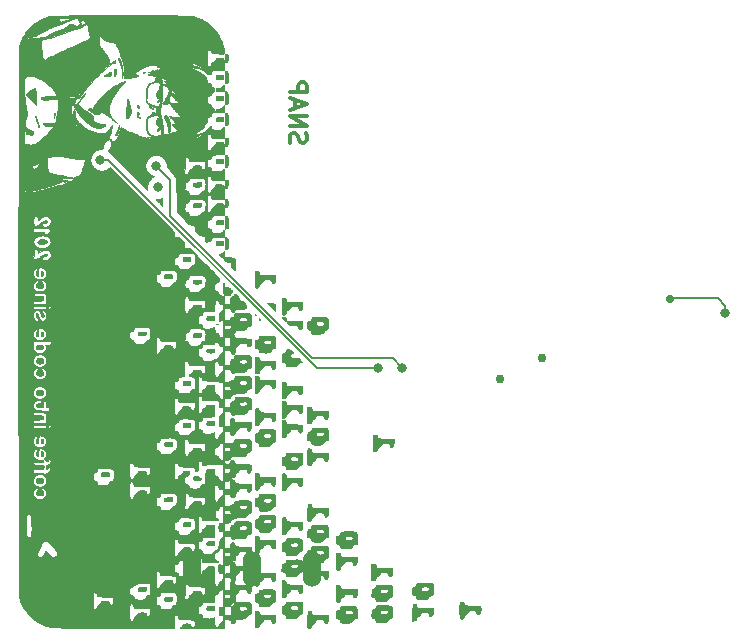
<source format=gbr>
%TF.GenerationSoftware,KiCad,Pcbnew,(6.0.5)*%
%TF.CreationDate,2023-01-03T21:16:03-06:00*%
%TF.ProjectId,NFC_BusinessCard,4e46435f-4275-4736-996e-657373436172,rev?*%
%TF.SameCoordinates,Original*%
%TF.FileFunction,Copper,L2,Bot*%
%TF.FilePolarity,Positive*%
%FSLAX46Y46*%
G04 Gerber Fmt 4.6, Leading zero omitted, Abs format (unit mm)*
G04 Created by KiCad (PCBNEW (6.0.5)) date 2023-01-03 21:16:03*
%MOMM*%
%LPD*%
G01*
G04 APERTURE LIST*
%TA.AperFunction,NonConductor*%
%ADD10C,0.050000*%
%TD*%
%ADD11C,0.302260*%
%TA.AperFunction,NonConductor*%
%ADD12C,0.302260*%
%TD*%
%TA.AperFunction,ComponentPad*%
%ADD13C,0.808000*%
%TD*%
%TA.AperFunction,ComponentPad*%
%ADD14O,1.524000X3.048000*%
%TD*%
%TA.AperFunction,ViaPad*%
%ADD15C,0.800000*%
%TD*%
%TA.AperFunction,ViaPad*%
%ADD16C,0.706400*%
%TD*%
%TA.AperFunction,ViaPad*%
%ADD17C,0.756400*%
%TD*%
%TA.AperFunction,Conductor*%
%ADD18C,0.152400*%
%TD*%
G04 APERTURE END LIST*
D10*
G36*
X143802206Y-130153464D02*
G01*
X143793938Y-130105382D01*
X143786414Y-130038102D01*
X143779817Y-129954370D01*
X143774332Y-129856934D01*
X143770141Y-129748540D01*
X143767428Y-129631936D01*
X143766377Y-129509869D01*
X143766476Y-129426686D01*
X143767022Y-129350482D01*
X143768050Y-129280953D01*
X143769594Y-129217798D01*
X143771688Y-129160714D01*
X143774366Y-129109399D01*
X143777661Y-129063549D01*
X143781608Y-129022863D01*
X143786241Y-128987039D01*
X143791593Y-128955773D01*
X143794549Y-128941756D01*
X143797698Y-128928764D01*
X143801043Y-128916761D01*
X143804590Y-128905709D01*
X143808342Y-128895569D01*
X143812303Y-128886305D01*
X143816479Y-128877878D01*
X143820872Y-128870250D01*
X143825487Y-128863384D01*
X143830329Y-128857242D01*
X143835402Y-128851785D01*
X143840709Y-128846977D01*
X143852259Y-128837906D01*
X143863859Y-128829773D01*
X143875485Y-128822569D01*
X143887118Y-128816284D01*
X143898734Y-128810909D01*
X143910314Y-128806434D01*
X143921835Y-128802850D01*
X143933276Y-128800148D01*
X143944615Y-128798316D01*
X143955831Y-128797346D01*
X143966902Y-128797229D01*
X143977806Y-128797955D01*
X143988523Y-128799513D01*
X143999031Y-128801896D01*
X144009307Y-128805092D01*
X144019331Y-128809093D01*
X144029080Y-128813888D01*
X144038535Y-128819469D01*
X144047672Y-128825826D01*
X144056470Y-128832948D01*
X144064909Y-128840827D01*
X144072965Y-128849453D01*
X144080619Y-128858817D01*
X144087847Y-128868908D01*
X144094630Y-128879718D01*
X144100944Y-128891236D01*
X144106769Y-128903453D01*
X144112083Y-128916360D01*
X144116865Y-128929946D01*
X144121092Y-128944203D01*
X144124745Y-128959121D01*
X144127800Y-128974690D01*
X144154502Y-129129025D01*
X144808668Y-129143444D01*
X144898148Y-129145630D01*
X144980296Y-129148102D01*
X145055408Y-129150895D01*
X145123777Y-129154048D01*
X145185699Y-129157598D01*
X145241469Y-129161580D01*
X145291380Y-129166033D01*
X145335728Y-129170993D01*
X145374808Y-129176498D01*
X145408914Y-129182584D01*
X145438341Y-129189288D01*
X145451392Y-129192883D01*
X145463383Y-129196647D01*
X145474352Y-129200584D01*
X145484336Y-129204698D01*
X145493370Y-129208995D01*
X145501493Y-129213479D01*
X145508741Y-129218154D01*
X145515150Y-129223026D01*
X145520758Y-129228098D01*
X145525602Y-129233376D01*
X145532672Y-129243263D01*
X145538965Y-129254889D01*
X145544497Y-129268134D01*
X145549283Y-129282882D01*
X145556684Y-129316413D01*
X145561293Y-129354541D01*
X145563240Y-129396325D01*
X145562650Y-129440823D01*
X145559651Y-129487093D01*
X145554371Y-129534195D01*
X145546936Y-129581186D01*
X145537474Y-129627125D01*
X145526112Y-129671071D01*
X145512977Y-129712082D01*
X145498196Y-129749217D01*
X145481898Y-129781534D01*
X145473219Y-129795592D01*
X145464208Y-129808092D01*
X145454881Y-129818917D01*
X145445254Y-129827950D01*
X145436018Y-129835127D01*
X145426603Y-129841528D01*
X145417038Y-129847167D01*
X145407354Y-129852056D01*
X145397584Y-129856207D01*
X145387757Y-129859633D01*
X145377906Y-129862345D01*
X145368060Y-129864358D01*
X145358252Y-129865682D01*
X145348511Y-129866331D01*
X145338870Y-129866318D01*
X145329359Y-129865654D01*
X145320009Y-129864352D01*
X145310851Y-129862425D01*
X145301917Y-129859884D01*
X145293238Y-129856744D01*
X145284843Y-129853015D01*
X145276766Y-129848711D01*
X145269035Y-129843845D01*
X145261684Y-129838427D01*
X145254742Y-129832472D01*
X145248241Y-129825991D01*
X145242212Y-129818998D01*
X145236685Y-129811503D01*
X145231692Y-129803521D01*
X145227265Y-129795064D01*
X145223433Y-129786143D01*
X145220228Y-129776772D01*
X145217682Y-129766962D01*
X145215824Y-129756727D01*
X145214687Y-129746080D01*
X145214301Y-129735031D01*
X145213021Y-129707377D01*
X145211412Y-129694307D01*
X145209148Y-129681737D01*
X145206224Y-129669663D01*
X145202632Y-129658081D01*
X145198368Y-129646987D01*
X145193424Y-129636378D01*
X145187794Y-129626250D01*
X145181472Y-129616599D01*
X145174452Y-129607420D01*
X145166728Y-129598712D01*
X145158293Y-129590468D01*
X145149141Y-129582687D01*
X145139266Y-129575363D01*
X145128662Y-129568494D01*
X145117322Y-129562075D01*
X145105240Y-129556102D01*
X145078826Y-129545481D01*
X145049370Y-129536601D01*
X145016821Y-129529430D01*
X144981131Y-129523939D01*
X144942248Y-129520097D01*
X144900124Y-129517874D01*
X144854709Y-129517239D01*
X144808750Y-129517703D01*
X144767232Y-129518875D01*
X144729811Y-129520911D01*
X144696143Y-129523967D01*
X144680609Y-129525927D01*
X144665884Y-129528200D01*
X144651927Y-129530807D01*
X144638692Y-129533767D01*
X144626139Y-129537100D01*
X144614223Y-129540824D01*
X144602902Y-129544961D01*
X144592133Y-129549529D01*
X144581873Y-129554547D01*
X144572078Y-129560037D01*
X144562707Y-129566016D01*
X144553716Y-129572505D01*
X144545062Y-129579523D01*
X144536702Y-129587089D01*
X144528594Y-129595224D01*
X144520694Y-129603948D01*
X144512959Y-129613278D01*
X144505347Y-129623236D01*
X144497814Y-129633840D01*
X144490318Y-129645111D01*
X144475264Y-129669729D01*
X144459841Y-129697247D01*
X144453547Y-129708039D01*
X144446270Y-129719055D01*
X144438096Y-129730215D01*
X144429112Y-129741439D01*
X144419405Y-129752647D01*
X144409063Y-129763761D01*
X144398172Y-129774701D01*
X144386820Y-129785388D01*
X144375094Y-129795741D01*
X144363081Y-129805682D01*
X144350869Y-129815130D01*
X144338544Y-129824007D01*
X144326193Y-129832233D01*
X144313904Y-129839729D01*
X144301764Y-129846415D01*
X144289860Y-129852211D01*
X144278038Y-129858279D01*
X144266141Y-129865753D01*
X144254246Y-129874530D01*
X144242433Y-129884501D01*
X144230781Y-129895562D01*
X144219369Y-129907606D01*
X144208276Y-129920528D01*
X144197580Y-129934222D01*
X144187361Y-129948582D01*
X144177698Y-129963502D01*
X144168670Y-129978875D01*
X144160355Y-129994597D01*
X144152834Y-130010560D01*
X144146183Y-130026660D01*
X144140484Y-130042791D01*
X144135814Y-130058846D01*
X144131247Y-130074482D01*
X144125804Y-130089545D01*
X144119537Y-130104016D01*
X144112498Y-130117874D01*
X144104738Y-130131100D01*
X144096308Y-130143677D01*
X144087261Y-130155583D01*
X144077647Y-130166801D01*
X144067519Y-130177312D01*
X144056927Y-130187095D01*
X144045924Y-130196131D01*
X144034560Y-130204403D01*
X144022888Y-130211890D01*
X144010959Y-130218573D01*
X143998824Y-130224433D01*
X143986536Y-130229452D01*
X143974145Y-130233609D01*
X143961703Y-130236886D01*
X143949261Y-130239263D01*
X143936872Y-130240722D01*
X143924587Y-130241243D01*
X143912456Y-130240807D01*
X143900533Y-130239394D01*
X143888868Y-130236987D01*
X143877513Y-130233565D01*
X143866519Y-130229109D01*
X143855938Y-130223601D01*
X143845822Y-130217020D01*
X143836222Y-130209349D01*
X143827189Y-130200567D01*
X143818775Y-130190656D01*
X143811032Y-130179596D01*
X143806561Y-130169447D01*
X143802206Y-130153464D01*
G37*
X143802206Y-130153464D02*
X143793938Y-130105382D01*
X143786414Y-130038102D01*
X143779817Y-129954370D01*
X143774332Y-129856934D01*
X143770141Y-129748540D01*
X143767428Y-129631936D01*
X143766377Y-129509869D01*
X143766476Y-129426686D01*
X143767022Y-129350482D01*
X143768050Y-129280953D01*
X143769594Y-129217798D01*
X143771688Y-129160714D01*
X143774366Y-129109399D01*
X143777661Y-129063549D01*
X143781608Y-129022863D01*
X143786241Y-128987039D01*
X143791593Y-128955773D01*
X143794549Y-128941756D01*
X143797698Y-128928764D01*
X143801043Y-128916761D01*
X143804590Y-128905709D01*
X143808342Y-128895569D01*
X143812303Y-128886305D01*
X143816479Y-128877878D01*
X143820872Y-128870250D01*
X143825487Y-128863384D01*
X143830329Y-128857242D01*
X143835402Y-128851785D01*
X143840709Y-128846977D01*
X143852259Y-128837906D01*
X143863859Y-128829773D01*
X143875485Y-128822569D01*
X143887118Y-128816284D01*
X143898734Y-128810909D01*
X143910314Y-128806434D01*
X143921835Y-128802850D01*
X143933276Y-128800148D01*
X143944615Y-128798316D01*
X143955831Y-128797346D01*
X143966902Y-128797229D01*
X143977806Y-128797955D01*
X143988523Y-128799513D01*
X143999031Y-128801896D01*
X144009307Y-128805092D01*
X144019331Y-128809093D01*
X144029080Y-128813888D01*
X144038535Y-128819469D01*
X144047672Y-128825826D01*
X144056470Y-128832948D01*
X144064909Y-128840827D01*
X144072965Y-128849453D01*
X144080619Y-128858817D01*
X144087847Y-128868908D01*
X144094630Y-128879718D01*
X144100944Y-128891236D01*
X144106769Y-128903453D01*
X144112083Y-128916360D01*
X144116865Y-128929946D01*
X144121092Y-128944203D01*
X144124745Y-128959121D01*
X144127800Y-128974690D01*
X144154502Y-129129025D01*
X144808668Y-129143444D01*
X144898148Y-129145630D01*
X144980296Y-129148102D01*
X145055408Y-129150895D01*
X145123777Y-129154048D01*
X145185699Y-129157598D01*
X145241469Y-129161580D01*
X145291380Y-129166033D01*
X145335728Y-129170993D01*
X145374808Y-129176498D01*
X145408914Y-129182584D01*
X145438341Y-129189288D01*
X145451392Y-129192883D01*
X145463383Y-129196647D01*
X145474352Y-129200584D01*
X145484336Y-129204698D01*
X145493370Y-129208995D01*
X145501493Y-129213479D01*
X145508741Y-129218154D01*
X145515150Y-129223026D01*
X145520758Y-129228098D01*
X145525602Y-129233376D01*
X145532672Y-129243263D01*
X145538965Y-129254889D01*
X145544497Y-129268134D01*
X145549283Y-129282882D01*
X145556684Y-129316413D01*
X145561293Y-129354541D01*
X145563240Y-129396325D01*
X145562650Y-129440823D01*
X145559651Y-129487093D01*
X145554371Y-129534195D01*
X145546936Y-129581186D01*
X145537474Y-129627125D01*
X145526112Y-129671071D01*
X145512977Y-129712082D01*
X145498196Y-129749217D01*
X145481898Y-129781534D01*
X145473219Y-129795592D01*
X145464208Y-129808092D01*
X145454881Y-129818917D01*
X145445254Y-129827950D01*
X145436018Y-129835127D01*
X145426603Y-129841528D01*
X145417038Y-129847167D01*
X145407354Y-129852056D01*
X145397584Y-129856207D01*
X145387757Y-129859633D01*
X145377906Y-129862345D01*
X145368060Y-129864358D01*
X145358252Y-129865682D01*
X145348511Y-129866331D01*
X145338870Y-129866318D01*
X145329359Y-129865654D01*
X145320009Y-129864352D01*
X145310851Y-129862425D01*
X145301917Y-129859884D01*
X145293238Y-129856744D01*
X145284843Y-129853015D01*
X145276766Y-129848711D01*
X145269035Y-129843845D01*
X145261684Y-129838427D01*
X145254742Y-129832472D01*
X145248241Y-129825991D01*
X145242212Y-129818998D01*
X145236685Y-129811503D01*
X145231692Y-129803521D01*
X145227265Y-129795064D01*
X145223433Y-129786143D01*
X145220228Y-129776772D01*
X145217682Y-129766962D01*
X145215824Y-129756727D01*
X145214687Y-129746080D01*
X145214301Y-129735031D01*
X145213021Y-129707377D01*
X145211412Y-129694307D01*
X145209148Y-129681737D01*
X145206224Y-129669663D01*
X145202632Y-129658081D01*
X145198368Y-129646987D01*
X145193424Y-129636378D01*
X145187794Y-129626250D01*
X145181472Y-129616599D01*
X145174452Y-129607420D01*
X145166728Y-129598712D01*
X145158293Y-129590468D01*
X145149141Y-129582687D01*
X145139266Y-129575363D01*
X145128662Y-129568494D01*
X145117322Y-129562075D01*
X145105240Y-129556102D01*
X145078826Y-129545481D01*
X145049370Y-129536601D01*
X145016821Y-129529430D01*
X144981131Y-129523939D01*
X144942248Y-129520097D01*
X144900124Y-129517874D01*
X144854709Y-129517239D01*
X144808750Y-129517703D01*
X144767232Y-129518875D01*
X144729811Y-129520911D01*
X144696143Y-129523967D01*
X144680609Y-129525927D01*
X144665884Y-129528200D01*
X144651927Y-129530807D01*
X144638692Y-129533767D01*
X144626139Y-129537100D01*
X144614223Y-129540824D01*
X144602902Y-129544961D01*
X144592133Y-129549529D01*
X144581873Y-129554547D01*
X144572078Y-129560037D01*
X144562707Y-129566016D01*
X144553716Y-129572505D01*
X144545062Y-129579523D01*
X144536702Y-129587089D01*
X144528594Y-129595224D01*
X144520694Y-129603948D01*
X144512959Y-129613278D01*
X144505347Y-129623236D01*
X144497814Y-129633840D01*
X144490318Y-129645111D01*
X144475264Y-129669729D01*
X144459841Y-129697247D01*
X144453547Y-129708039D01*
X144446270Y-129719055D01*
X144438096Y-129730215D01*
X144429112Y-129741439D01*
X144419405Y-129752647D01*
X144409063Y-129763761D01*
X144398172Y-129774701D01*
X144386820Y-129785388D01*
X144375094Y-129795741D01*
X144363081Y-129805682D01*
X144350869Y-129815130D01*
X144338544Y-129824007D01*
X144326193Y-129832233D01*
X144313904Y-129839729D01*
X144301764Y-129846415D01*
X144289860Y-129852211D01*
X144278038Y-129858279D01*
X144266141Y-129865753D01*
X144254246Y-129874530D01*
X144242433Y-129884501D01*
X144230781Y-129895562D01*
X144219369Y-129907606D01*
X144208276Y-129920528D01*
X144197580Y-129934222D01*
X144187361Y-129948582D01*
X144177698Y-129963502D01*
X144168670Y-129978875D01*
X144160355Y-129994597D01*
X144152834Y-130010560D01*
X144146183Y-130026660D01*
X144140484Y-130042791D01*
X144135814Y-130058846D01*
X144131247Y-130074482D01*
X144125804Y-130089545D01*
X144119537Y-130104016D01*
X144112498Y-130117874D01*
X144104738Y-130131100D01*
X144096308Y-130143677D01*
X144087261Y-130155583D01*
X144077647Y-130166801D01*
X144067519Y-130177312D01*
X144056927Y-130187095D01*
X144045924Y-130196131D01*
X144034560Y-130204403D01*
X144022888Y-130211890D01*
X144010959Y-130218573D01*
X143998824Y-130224433D01*
X143986536Y-130229452D01*
X143974145Y-130233609D01*
X143961703Y-130236886D01*
X143949261Y-130239263D01*
X143936872Y-130240722D01*
X143924587Y-130241243D01*
X143912456Y-130240807D01*
X143900533Y-130239394D01*
X143888868Y-130236987D01*
X143877513Y-130233565D01*
X143866519Y-130229109D01*
X143855938Y-130223601D01*
X143845822Y-130217020D01*
X143836222Y-130209349D01*
X143827189Y-130200567D01*
X143818775Y-130190656D01*
X143811032Y-130179596D01*
X143806561Y-130169447D01*
X143802206Y-130153464D01*
G36*
X141125596Y-127196282D02*
G01*
X141214991Y-127201909D01*
X141254486Y-127205967D01*
X141290694Y-127210993D01*
X141323750Y-127217090D01*
X141353790Y-127224361D01*
X141380949Y-127232910D01*
X141405362Y-127242841D01*
X141427166Y-127254256D01*
X141446495Y-127267258D01*
X141463486Y-127281952D01*
X141478273Y-127298440D01*
X141490993Y-127316826D01*
X141501780Y-127337214D01*
X141510771Y-127359705D01*
X141518100Y-127384405D01*
X141523904Y-127411416D01*
X141528318Y-127440841D01*
X141531477Y-127472784D01*
X141533517Y-127507348D01*
X141534781Y-127584754D01*
X141533196Y-127673884D01*
X141529844Y-127775566D01*
X141524602Y-127912903D01*
X141521864Y-127968685D01*
X141518719Y-128016760D01*
X141516917Y-128038114D01*
X141514921Y-128057790D01*
X141512701Y-128075871D01*
X141510225Y-128092439D01*
X141507463Y-128107576D01*
X141504384Y-128121367D01*
X141500957Y-128133894D01*
X141497151Y-128145238D01*
X141492937Y-128155485D01*
X141488282Y-128164715D01*
X141483157Y-128173013D01*
X141477530Y-128180460D01*
X141471371Y-128187140D01*
X141464648Y-128193135D01*
X141457332Y-128198529D01*
X141449392Y-128203404D01*
X141440795Y-128207842D01*
X141431513Y-128211928D01*
X141421514Y-128215742D01*
X141410767Y-128219370D01*
X141386908Y-128226392D01*
X141359689Y-128233658D01*
X141342232Y-128238860D01*
X141324733Y-128245286D01*
X141307266Y-128252875D01*
X141289903Y-128261569D01*
X141272718Y-128271308D01*
X141255784Y-128282034D01*
X141239174Y-128293687D01*
X141222961Y-128306207D01*
X141207218Y-128319537D01*
X141192018Y-128333616D01*
X141177436Y-128348385D01*
X141163542Y-128363785D01*
X141150412Y-128379758D01*
X141138118Y-128396243D01*
X141126733Y-128413182D01*
X141116331Y-128430515D01*
X141086489Y-128481510D01*
X141072572Y-128502201D01*
X141058346Y-128519981D01*
X141043078Y-128535072D01*
X141026035Y-128547694D01*
X141006484Y-128558067D01*
X140983693Y-128566412D01*
X140956926Y-128572949D01*
X140925453Y-128577899D01*
X140888539Y-128581483D01*
X140845450Y-128583921D01*
X140795455Y-128585433D01*
X140737820Y-128586240D01*
X140596697Y-128586620D01*
X140165188Y-128586620D01*
X140115684Y-128418732D01*
X140108440Y-128395449D01*
X140100978Y-128374132D01*
X140093208Y-128354695D01*
X140085041Y-128337054D01*
X140080782Y-128328880D01*
X140076390Y-128321123D01*
X140071855Y-128313773D01*
X140067166Y-128306818D01*
X140062311Y-128300249D01*
X140057280Y-128294054D01*
X140052060Y-128288224D01*
X140046643Y-128282746D01*
X140041015Y-128277612D01*
X140035167Y-128272809D01*
X140029087Y-128268329D01*
X140022764Y-128264159D01*
X140016186Y-128260289D01*
X140009344Y-128256709D01*
X140002225Y-128253408D01*
X139994819Y-128250376D01*
X139987115Y-128247601D01*
X139979101Y-128245074D01*
X139962101Y-128240719D01*
X139943730Y-128237225D01*
X139923900Y-128234509D01*
X139923901Y-128234509D01*
X139923901Y-128234508D01*
X139923903Y-128234508D01*
X139923903Y-128234507D01*
X139923904Y-128234507D01*
X139923904Y-128234506D01*
X139923905Y-128234506D01*
X139923906Y-128234505D01*
X139923908Y-128234505D01*
X139899530Y-128231526D01*
X139878106Y-128228240D01*
X139859446Y-128224195D01*
X139843358Y-128218939D01*
X139836220Y-128215714D01*
X139829654Y-128212017D01*
X139823635Y-128207791D01*
X139818141Y-128202978D01*
X139813147Y-128197523D01*
X139808629Y-128191369D01*
X139804564Y-128184459D01*
X139800928Y-128176736D01*
X139797697Y-128168144D01*
X139794846Y-128158627D01*
X139790194Y-128136589D01*
X139786781Y-128110170D01*
X139784416Y-128078916D01*
X139782908Y-128042375D01*
X139782067Y-128000094D01*
X139781623Y-127896500D01*
X139782023Y-127791169D01*
X139782881Y-127748242D01*
X139784496Y-127711106D01*
X139785314Y-127699488D01*
X140460273Y-127699488D01*
X140460340Y-127705901D01*
X140460886Y-127712458D01*
X140461908Y-127719190D01*
X140463402Y-127726127D01*
X140465366Y-127733299D01*
X140467796Y-127740737D01*
X140470689Y-127748472D01*
X140477852Y-127764953D01*
X140486828Y-127782986D01*
X140497592Y-127802814D01*
X140510118Y-127824680D01*
X140516017Y-127833143D01*
X140523588Y-127841266D01*
X140532743Y-127849041D01*
X140543396Y-127856459D01*
X140568848Y-127870189D01*
X140599248Y-127882386D01*
X140633900Y-127892981D01*
X140672109Y-127901904D01*
X140713178Y-127909083D01*
X140756413Y-127914450D01*
X140801117Y-127917935D01*
X140846595Y-127919466D01*
X140892150Y-127918975D01*
X140937089Y-127916391D01*
X140980713Y-127911644D01*
X141022329Y-127904665D01*
X141061241Y-127895383D01*
X141096752Y-127883728D01*
X141106554Y-127879201D01*
X141115723Y-127873430D01*
X141124261Y-127866498D01*
X141132166Y-127858488D01*
X141139438Y-127849483D01*
X141146078Y-127839565D01*
X141152086Y-127828817D01*
X141157461Y-127817323D01*
X141162204Y-127805166D01*
X141166314Y-127792428D01*
X141169793Y-127779192D01*
X141172638Y-127765542D01*
X141174852Y-127751560D01*
X141176433Y-127737329D01*
X141177381Y-127722932D01*
X141177697Y-127708453D01*
X141177381Y-127693973D01*
X141176433Y-127679576D01*
X141174852Y-127665346D01*
X141172638Y-127651364D01*
X141169793Y-127637713D01*
X141166314Y-127624478D01*
X141162204Y-127611740D01*
X141157461Y-127599583D01*
X141152086Y-127588089D01*
X141146078Y-127577342D01*
X141139438Y-127567424D01*
X141132166Y-127558419D01*
X141124261Y-127550409D01*
X141115723Y-127543477D01*
X141106554Y-127537707D01*
X141096752Y-127533180D01*
X141065522Y-127522957D01*
X141030987Y-127514760D01*
X140993744Y-127508536D01*
X140954393Y-127504231D01*
X140913532Y-127501794D01*
X140871759Y-127501169D01*
X140829673Y-127502306D01*
X140787871Y-127505150D01*
X140746954Y-127509648D01*
X140707518Y-127515748D01*
X140670163Y-127523396D01*
X140635487Y-127532539D01*
X140604088Y-127543124D01*
X140576565Y-127555098D01*
X140564444Y-127561589D01*
X140553516Y-127568408D01*
X140543856Y-127575547D01*
X140535540Y-127583000D01*
X140535537Y-127583000D01*
X140518936Y-127599874D01*
X140504456Y-127615375D01*
X140492072Y-127629746D01*
X140481758Y-127643231D01*
X140477369Y-127649718D01*
X140473488Y-127656074D01*
X140470112Y-127662331D01*
X140467237Y-127668519D01*
X140464861Y-127674668D01*
X140462979Y-127680809D01*
X140461590Y-127686973D01*
X140460689Y-127693189D01*
X140460273Y-127699488D01*
X139785314Y-127699488D01*
X139785662Y-127694545D01*
X139787106Y-127679234D01*
X139788859Y-127665107D01*
X139790951Y-127652098D01*
X139793410Y-127640142D01*
X139796268Y-127629173D01*
X139799554Y-127619125D01*
X139803297Y-127609932D01*
X139807528Y-127601528D01*
X139812276Y-127593848D01*
X139817571Y-127586825D01*
X139823443Y-127580394D01*
X139829923Y-127574489D01*
X139837038Y-127569045D01*
X139844821Y-127563994D01*
X139853300Y-127559272D01*
X139862505Y-127554813D01*
X139872465Y-127550550D01*
X139883212Y-127546418D01*
X139894775Y-127542352D01*
X139920466Y-127534151D01*
X139949778Y-127525421D01*
X139973098Y-127518189D01*
X139994449Y-127510738D01*
X140013916Y-127502980D01*
X140031584Y-127494826D01*
X140039770Y-127490574D01*
X140047538Y-127486189D01*
X140054899Y-127481661D01*
X140061864Y-127476979D01*
X140068442Y-127472132D01*
X140074646Y-127467108D01*
X140080485Y-127461897D01*
X140085970Y-127456488D01*
X140091112Y-127450870D01*
X140095922Y-127445031D01*
X140100410Y-127438960D01*
X140104586Y-127432647D01*
X140108462Y-127426080D01*
X140112048Y-127419248D01*
X140115354Y-127412141D01*
X140118392Y-127404747D01*
X140121172Y-127397055D01*
X140123705Y-127389054D01*
X140128071Y-127372081D01*
X140131576Y-127353740D01*
X140134304Y-127333943D01*
X140150674Y-127191883D01*
X140764421Y-127191883D01*
X140871759Y-127192470D01*
X141021426Y-127193287D01*
X141125596Y-127196282D01*
G37*
X141125596Y-127196282D02*
X141214991Y-127201909D01*
X141254486Y-127205967D01*
X141290694Y-127210993D01*
X141323750Y-127217090D01*
X141353790Y-127224361D01*
X141380949Y-127232910D01*
X141405362Y-127242841D01*
X141427166Y-127254256D01*
X141446495Y-127267258D01*
X141463486Y-127281952D01*
X141478273Y-127298440D01*
X141490993Y-127316826D01*
X141501780Y-127337214D01*
X141510771Y-127359705D01*
X141518100Y-127384405D01*
X141523904Y-127411416D01*
X141528318Y-127440841D01*
X141531477Y-127472784D01*
X141533517Y-127507348D01*
X141534781Y-127584754D01*
X141533196Y-127673884D01*
X141529844Y-127775566D01*
X141524602Y-127912903D01*
X141521864Y-127968685D01*
X141518719Y-128016760D01*
X141516917Y-128038114D01*
X141514921Y-128057790D01*
X141512701Y-128075871D01*
X141510225Y-128092439D01*
X141507463Y-128107576D01*
X141504384Y-128121367D01*
X141500957Y-128133894D01*
X141497151Y-128145238D01*
X141492937Y-128155485D01*
X141488282Y-128164715D01*
X141483157Y-128173013D01*
X141477530Y-128180460D01*
X141471371Y-128187140D01*
X141464648Y-128193135D01*
X141457332Y-128198529D01*
X141449392Y-128203404D01*
X141440795Y-128207842D01*
X141431513Y-128211928D01*
X141421514Y-128215742D01*
X141410767Y-128219370D01*
X141386908Y-128226392D01*
X141359689Y-128233658D01*
X141342232Y-128238860D01*
X141324733Y-128245286D01*
X141307266Y-128252875D01*
X141289903Y-128261569D01*
X141272718Y-128271308D01*
X141255784Y-128282034D01*
X141239174Y-128293687D01*
X141222961Y-128306207D01*
X141207218Y-128319537D01*
X141192018Y-128333616D01*
X141177436Y-128348385D01*
X141163542Y-128363785D01*
X141150412Y-128379758D01*
X141138118Y-128396243D01*
X141126733Y-128413182D01*
X141116331Y-128430515D01*
X141086489Y-128481510D01*
X141072572Y-128502201D01*
X141058346Y-128519981D01*
X141043078Y-128535072D01*
X141026035Y-128547694D01*
X141006484Y-128558067D01*
X140983693Y-128566412D01*
X140956926Y-128572949D01*
X140925453Y-128577899D01*
X140888539Y-128581483D01*
X140845450Y-128583921D01*
X140795455Y-128585433D01*
X140737820Y-128586240D01*
X140596697Y-128586620D01*
X140165188Y-128586620D01*
X140115684Y-128418732D01*
X140108440Y-128395449D01*
X140100978Y-128374132D01*
X140093208Y-128354695D01*
X140085041Y-128337054D01*
X140080782Y-128328880D01*
X140076390Y-128321123D01*
X140071855Y-128313773D01*
X140067166Y-128306818D01*
X140062311Y-128300249D01*
X140057280Y-128294054D01*
X140052060Y-128288224D01*
X140046643Y-128282746D01*
X140041015Y-128277612D01*
X140035167Y-128272809D01*
X140029087Y-128268329D01*
X140022764Y-128264159D01*
X140016186Y-128260289D01*
X140009344Y-128256709D01*
X140002225Y-128253408D01*
X139994819Y-128250376D01*
X139987115Y-128247601D01*
X139979101Y-128245074D01*
X139962101Y-128240719D01*
X139943730Y-128237225D01*
X139923900Y-128234509D01*
X139923901Y-128234509D01*
X139923901Y-128234508D01*
X139923903Y-128234508D01*
X139923903Y-128234507D01*
X139923904Y-128234507D01*
X139923904Y-128234506D01*
X139923905Y-128234506D01*
X139923906Y-128234505D01*
X139923908Y-128234505D01*
X139899530Y-128231526D01*
X139878106Y-128228240D01*
X139859446Y-128224195D01*
X139843358Y-128218939D01*
X139836220Y-128215714D01*
X139829654Y-128212017D01*
X139823635Y-128207791D01*
X139818141Y-128202978D01*
X139813147Y-128197523D01*
X139808629Y-128191369D01*
X139804564Y-128184459D01*
X139800928Y-128176736D01*
X139797697Y-128168144D01*
X139794846Y-128158627D01*
X139790194Y-128136589D01*
X139786781Y-128110170D01*
X139784416Y-128078916D01*
X139782908Y-128042375D01*
X139782067Y-128000094D01*
X139781623Y-127896500D01*
X139782023Y-127791169D01*
X139782881Y-127748242D01*
X139784496Y-127711106D01*
X139785314Y-127699488D01*
X140460273Y-127699488D01*
X140460340Y-127705901D01*
X140460886Y-127712458D01*
X140461908Y-127719190D01*
X140463402Y-127726127D01*
X140465366Y-127733299D01*
X140467796Y-127740737D01*
X140470689Y-127748472D01*
X140477852Y-127764953D01*
X140486828Y-127782986D01*
X140497592Y-127802814D01*
X140510118Y-127824680D01*
X140516017Y-127833143D01*
X140523588Y-127841266D01*
X140532743Y-127849041D01*
X140543396Y-127856459D01*
X140568848Y-127870189D01*
X140599248Y-127882386D01*
X140633900Y-127892981D01*
X140672109Y-127901904D01*
X140713178Y-127909083D01*
X140756413Y-127914450D01*
X140801117Y-127917935D01*
X140846595Y-127919466D01*
X140892150Y-127918975D01*
X140937089Y-127916391D01*
X140980713Y-127911644D01*
X141022329Y-127904665D01*
X141061241Y-127895383D01*
X141096752Y-127883728D01*
X141106554Y-127879201D01*
X141115723Y-127873430D01*
X141124261Y-127866498D01*
X141132166Y-127858488D01*
X141139438Y-127849483D01*
X141146078Y-127839565D01*
X141152086Y-127828817D01*
X141157461Y-127817323D01*
X141162204Y-127805166D01*
X141166314Y-127792428D01*
X141169793Y-127779192D01*
X141172638Y-127765542D01*
X141174852Y-127751560D01*
X141176433Y-127737329D01*
X141177381Y-127722932D01*
X141177697Y-127708453D01*
X141177381Y-127693973D01*
X141176433Y-127679576D01*
X141174852Y-127665346D01*
X141172638Y-127651364D01*
X141169793Y-127637713D01*
X141166314Y-127624478D01*
X141162204Y-127611740D01*
X141157461Y-127599583D01*
X141152086Y-127588089D01*
X141146078Y-127577342D01*
X141139438Y-127567424D01*
X141132166Y-127558419D01*
X141124261Y-127550409D01*
X141115723Y-127543477D01*
X141106554Y-127537707D01*
X141096752Y-127533180D01*
X141065522Y-127522957D01*
X141030987Y-127514760D01*
X140993744Y-127508536D01*
X140954393Y-127504231D01*
X140913532Y-127501794D01*
X140871759Y-127501169D01*
X140829673Y-127502306D01*
X140787871Y-127505150D01*
X140746954Y-127509648D01*
X140707518Y-127515748D01*
X140670163Y-127523396D01*
X140635487Y-127532539D01*
X140604088Y-127543124D01*
X140576565Y-127555098D01*
X140564444Y-127561589D01*
X140553516Y-127568408D01*
X140543856Y-127575547D01*
X140535540Y-127583000D01*
X140535537Y-127583000D01*
X140518936Y-127599874D01*
X140504456Y-127615375D01*
X140492072Y-127629746D01*
X140481758Y-127643231D01*
X140477369Y-127649718D01*
X140473488Y-127656074D01*
X140470112Y-127662331D01*
X140467237Y-127668519D01*
X140464861Y-127674668D01*
X140462979Y-127680809D01*
X140461590Y-127686973D01*
X140460689Y-127693189D01*
X140460273Y-127699488D01*
X139785314Y-127699488D01*
X139785662Y-127694545D01*
X139787106Y-127679234D01*
X139788859Y-127665107D01*
X139790951Y-127652098D01*
X139793410Y-127640142D01*
X139796268Y-127629173D01*
X139799554Y-127619125D01*
X139803297Y-127609932D01*
X139807528Y-127601528D01*
X139812276Y-127593848D01*
X139817571Y-127586825D01*
X139823443Y-127580394D01*
X139829923Y-127574489D01*
X139837038Y-127569045D01*
X139844821Y-127563994D01*
X139853300Y-127559272D01*
X139862505Y-127554813D01*
X139872465Y-127550550D01*
X139883212Y-127546418D01*
X139894775Y-127542352D01*
X139920466Y-127534151D01*
X139949778Y-127525421D01*
X139973098Y-127518189D01*
X139994449Y-127510738D01*
X140013916Y-127502980D01*
X140031584Y-127494826D01*
X140039770Y-127490574D01*
X140047538Y-127486189D01*
X140054899Y-127481661D01*
X140061864Y-127476979D01*
X140068442Y-127472132D01*
X140074646Y-127467108D01*
X140080485Y-127461897D01*
X140085970Y-127456488D01*
X140091112Y-127450870D01*
X140095922Y-127445031D01*
X140100410Y-127438960D01*
X140104586Y-127432647D01*
X140108462Y-127426080D01*
X140112048Y-127419248D01*
X140115354Y-127412141D01*
X140118392Y-127404747D01*
X140121172Y-127397055D01*
X140123705Y-127389054D01*
X140128071Y-127372081D01*
X140131576Y-127353740D01*
X140134304Y-127333943D01*
X140150674Y-127191883D01*
X140764421Y-127191883D01*
X140871759Y-127192470D01*
X141021426Y-127193287D01*
X141125596Y-127196282D01*
G36*
X139951319Y-128974484D02*
G01*
X139967731Y-128975859D01*
X139982871Y-128978252D01*
X139989990Y-128979857D01*
X139996823Y-128981749D01*
X140003380Y-128983938D01*
X140009673Y-128986433D01*
X140015712Y-128989247D01*
X140021507Y-128992390D01*
X140027069Y-128995871D01*
X140032410Y-128999702D01*
X140037539Y-129003893D01*
X140042468Y-129008455D01*
X140047207Y-129013398D01*
X140051767Y-129018732D01*
X140056158Y-129024469D01*
X140060392Y-129030618D01*
X140064479Y-129037191D01*
X140068429Y-129044197D01*
X140075964Y-129059553D01*
X140083082Y-129076771D01*
X140089869Y-129095934D01*
X140096411Y-129117127D01*
X140102792Y-129140434D01*
X140145979Y-129306831D01*
X140830441Y-129321255D01*
X141514902Y-129335644D01*
X141531021Y-129559406D01*
X141532719Y-129596401D01*
X141532500Y-129632508D01*
X141530472Y-129667637D01*
X141526746Y-129701698D01*
X141521431Y-129734598D01*
X141514637Y-129766246D01*
X141506474Y-129796553D01*
X141497052Y-129825426D01*
X141486481Y-129852774D01*
X141474869Y-129878507D01*
X141462329Y-129902534D01*
X141448968Y-129924763D01*
X141434897Y-129945103D01*
X141420226Y-129963463D01*
X141405064Y-129979752D01*
X141389522Y-129993879D01*
X141373709Y-130005754D01*
X141357735Y-130015284D01*
X141341710Y-130022379D01*
X141325743Y-130026948D01*
X141309945Y-130028900D01*
X141294425Y-130028143D01*
X141279293Y-130024587D01*
X141264659Y-130018140D01*
X141250633Y-130008712D01*
X141237324Y-129996211D01*
X141224843Y-129980547D01*
X141213299Y-129961628D01*
X141202801Y-129939362D01*
X141193461Y-129913661D01*
X141185387Y-129884431D01*
X141178690Y-129851582D01*
X141173984Y-129825430D01*
X141169151Y-129802369D01*
X141163772Y-129782182D01*
X141157430Y-129764649D01*
X141153767Y-129756809D01*
X141149706Y-129749552D01*
X141145195Y-129742848D01*
X141140182Y-129736671D01*
X141134615Y-129730994D01*
X141128441Y-129725790D01*
X141121608Y-129721030D01*
X141114064Y-129716688D01*
X141105756Y-129712737D01*
X141096633Y-129709148D01*
X141075731Y-129702951D01*
X141050940Y-129697878D01*
X141021841Y-129693710D01*
X140988016Y-129690230D01*
X140949047Y-129687218D01*
X140854008Y-129681725D01*
X140804236Y-129679266D01*
X140760081Y-129677490D01*
X140721077Y-129676557D01*
X140686756Y-129676630D01*
X140671207Y-129677095D01*
X140656653Y-129677871D01*
X140643037Y-129678981D01*
X140630300Y-129680443D01*
X140618384Y-129682278D01*
X140607231Y-129684507D01*
X140596781Y-129687149D01*
X140586978Y-129690225D01*
X140577763Y-129693755D01*
X140569077Y-129697759D01*
X140560862Y-129702258D01*
X140553059Y-129707272D01*
X140545611Y-129712822D01*
X140538458Y-129718926D01*
X140531543Y-129725607D01*
X140524808Y-129732883D01*
X140518193Y-129740775D01*
X140511642Y-129749305D01*
X140505094Y-129758490D01*
X140498492Y-129768353D01*
X140484894Y-129790191D01*
X140470379Y-129814980D01*
X140460929Y-129830557D01*
X140450298Y-129846528D01*
X140438601Y-129862772D01*
X140425955Y-129879173D01*
X140412477Y-129895613D01*
X140398283Y-129911972D01*
X140383491Y-129928134D01*
X140368218Y-129943980D01*
X140352579Y-129959392D01*
X140336692Y-129974253D01*
X140320673Y-129988443D01*
X140304639Y-130001845D01*
X140288707Y-130014341D01*
X140272994Y-130025813D01*
X140257616Y-130036142D01*
X140242690Y-130045212D01*
X140228118Y-130054138D01*
X140213781Y-130064045D01*
X140199759Y-130074832D01*
X140186134Y-130086392D01*
X140172988Y-130098623D01*
X140160403Y-130111421D01*
X140148460Y-130124682D01*
X140137241Y-130138302D01*
X140126828Y-130152178D01*
X140117302Y-130166204D01*
X140108745Y-130180278D01*
X140101238Y-130194296D01*
X140094865Y-130208154D01*
X140089705Y-130221747D01*
X140085841Y-130234973D01*
X140084420Y-130241415D01*
X140083354Y-130247727D01*
X140080631Y-130263753D01*
X140077148Y-130278602D01*
X140072857Y-130292314D01*
X140070394Y-130298757D01*
X140067712Y-130304930D01*
X140064805Y-130310839D01*
X140061667Y-130316489D01*
X140058292Y-130321884D01*
X140054675Y-130327030D01*
X140050809Y-130331932D01*
X140046689Y-130336595D01*
X140042309Y-130341023D01*
X140037663Y-130345222D01*
X140032745Y-130349196D01*
X140027550Y-130352951D01*
X140022071Y-130356491D01*
X140016304Y-130359823D01*
X140010241Y-130362949D01*
X140003878Y-130365876D01*
X139990225Y-130371152D01*
X139975299Y-130375690D01*
X139959054Y-130379529D01*
X139941443Y-130382710D01*
X139922419Y-130385273D01*
X139778657Y-130401760D01*
X139793071Y-129687897D01*
X139807485Y-128974045D01*
X139933547Y-128974045D01*
X139951319Y-128974484D01*
G37*
X139951319Y-128974484D02*
X139967731Y-128975859D01*
X139982871Y-128978252D01*
X139989990Y-128979857D01*
X139996823Y-128981749D01*
X140003380Y-128983938D01*
X140009673Y-128986433D01*
X140015712Y-128989247D01*
X140021507Y-128992390D01*
X140027069Y-128995871D01*
X140032410Y-128999702D01*
X140037539Y-129003893D01*
X140042468Y-129008455D01*
X140047207Y-129013398D01*
X140051767Y-129018732D01*
X140056158Y-129024469D01*
X140060392Y-129030618D01*
X140064479Y-129037191D01*
X140068429Y-129044197D01*
X140075964Y-129059553D01*
X140083082Y-129076771D01*
X140089869Y-129095934D01*
X140096411Y-129117127D01*
X140102792Y-129140434D01*
X140145979Y-129306831D01*
X140830441Y-129321255D01*
X141514902Y-129335644D01*
X141531021Y-129559406D01*
X141532719Y-129596401D01*
X141532500Y-129632508D01*
X141530472Y-129667637D01*
X141526746Y-129701698D01*
X141521431Y-129734598D01*
X141514637Y-129766246D01*
X141506474Y-129796553D01*
X141497052Y-129825426D01*
X141486481Y-129852774D01*
X141474869Y-129878507D01*
X141462329Y-129902534D01*
X141448968Y-129924763D01*
X141434897Y-129945103D01*
X141420226Y-129963463D01*
X141405064Y-129979752D01*
X141389522Y-129993879D01*
X141373709Y-130005754D01*
X141357735Y-130015284D01*
X141341710Y-130022379D01*
X141325743Y-130026948D01*
X141309945Y-130028900D01*
X141294425Y-130028143D01*
X141279293Y-130024587D01*
X141264659Y-130018140D01*
X141250633Y-130008712D01*
X141237324Y-129996211D01*
X141224843Y-129980547D01*
X141213299Y-129961628D01*
X141202801Y-129939362D01*
X141193461Y-129913661D01*
X141185387Y-129884431D01*
X141178690Y-129851582D01*
X141173984Y-129825430D01*
X141169151Y-129802369D01*
X141163772Y-129782182D01*
X141157430Y-129764649D01*
X141153767Y-129756809D01*
X141149706Y-129749552D01*
X141145195Y-129742848D01*
X141140182Y-129736671D01*
X141134615Y-129730994D01*
X141128441Y-129725790D01*
X141121608Y-129721030D01*
X141114064Y-129716688D01*
X141105756Y-129712737D01*
X141096633Y-129709148D01*
X141075731Y-129702951D01*
X141050940Y-129697878D01*
X141021841Y-129693710D01*
X140988016Y-129690230D01*
X140949047Y-129687218D01*
X140854008Y-129681725D01*
X140804236Y-129679266D01*
X140760081Y-129677490D01*
X140721077Y-129676557D01*
X140686756Y-129676630D01*
X140671207Y-129677095D01*
X140656653Y-129677871D01*
X140643037Y-129678981D01*
X140630300Y-129680443D01*
X140618384Y-129682278D01*
X140607231Y-129684507D01*
X140596781Y-129687149D01*
X140586978Y-129690225D01*
X140577763Y-129693755D01*
X140569077Y-129697759D01*
X140560862Y-129702258D01*
X140553059Y-129707272D01*
X140545611Y-129712822D01*
X140538458Y-129718926D01*
X140531543Y-129725607D01*
X140524808Y-129732883D01*
X140518193Y-129740775D01*
X140511642Y-129749305D01*
X140505094Y-129758490D01*
X140498492Y-129768353D01*
X140484894Y-129790191D01*
X140470379Y-129814980D01*
X140460929Y-129830557D01*
X140450298Y-129846528D01*
X140438601Y-129862772D01*
X140425955Y-129879173D01*
X140412477Y-129895613D01*
X140398283Y-129911972D01*
X140383491Y-129928134D01*
X140368218Y-129943980D01*
X140352579Y-129959392D01*
X140336692Y-129974253D01*
X140320673Y-129988443D01*
X140304639Y-130001845D01*
X140288707Y-130014341D01*
X140272994Y-130025813D01*
X140257616Y-130036142D01*
X140242690Y-130045212D01*
X140228118Y-130054138D01*
X140213781Y-130064045D01*
X140199759Y-130074832D01*
X140186134Y-130086392D01*
X140172988Y-130098623D01*
X140160403Y-130111421D01*
X140148460Y-130124682D01*
X140137241Y-130138302D01*
X140126828Y-130152178D01*
X140117302Y-130166204D01*
X140108745Y-130180278D01*
X140101238Y-130194296D01*
X140094865Y-130208154D01*
X140089705Y-130221747D01*
X140085841Y-130234973D01*
X140084420Y-130241415D01*
X140083354Y-130247727D01*
X140080631Y-130263753D01*
X140077148Y-130278602D01*
X140072857Y-130292314D01*
X140070394Y-130298757D01*
X140067712Y-130304930D01*
X140064805Y-130310839D01*
X140061667Y-130316489D01*
X140058292Y-130321884D01*
X140054675Y-130327030D01*
X140050809Y-130331932D01*
X140046689Y-130336595D01*
X140042309Y-130341023D01*
X140037663Y-130345222D01*
X140032745Y-130349196D01*
X140027550Y-130352951D01*
X140022071Y-130356491D01*
X140016304Y-130359823D01*
X140010241Y-130362949D01*
X140003878Y-130365876D01*
X139990225Y-130371152D01*
X139975299Y-130375690D01*
X139959054Y-130379529D01*
X139941443Y-130382710D01*
X139922419Y-130385273D01*
X139778657Y-130401760D01*
X139793071Y-129687897D01*
X139807485Y-128974045D01*
X139933547Y-128974045D01*
X139951319Y-128974484D01*
G36*
X136622578Y-114665382D02*
G01*
X136643734Y-114666346D01*
X136662740Y-114668106D01*
X136671483Y-114669322D01*
X136679743Y-114670785D01*
X136687538Y-114672508D01*
X136694887Y-114674508D01*
X136701808Y-114676800D01*
X136708320Y-114679400D01*
X136714440Y-114682324D01*
X136720187Y-114685587D01*
X136725578Y-114689204D01*
X136730633Y-114693192D01*
X136735370Y-114697565D01*
X136739806Y-114702340D01*
X136743961Y-114707531D01*
X136747851Y-114713155D01*
X136751497Y-114719228D01*
X136754915Y-114725764D01*
X136758124Y-114732779D01*
X136761142Y-114740289D01*
X136763987Y-114748310D01*
X136766679Y-114756857D01*
X136771672Y-114775591D01*
X136776267Y-114796616D01*
X136780611Y-114820057D01*
X136807374Y-114975025D01*
X137505466Y-115000847D01*
X138203560Y-115026669D01*
X138195694Y-115307770D01*
X138194360Y-115344954D01*
X138192490Y-115379639D01*
X138190057Y-115411923D01*
X138187031Y-115441901D01*
X138183386Y-115469672D01*
X138179092Y-115495331D01*
X138174121Y-115518977D01*
X138171373Y-115530075D01*
X138168446Y-115540705D01*
X138165336Y-115550881D01*
X138162038Y-115560614D01*
X138158551Y-115569916D01*
X138154870Y-115578799D01*
X138150991Y-115587276D01*
X138146912Y-115595358D01*
X138142629Y-115603058D01*
X138138137Y-115610388D01*
X138133435Y-115617360D01*
X138128518Y-115623986D01*
X138123382Y-115630278D01*
X138118024Y-115636248D01*
X138112441Y-115641908D01*
X138106630Y-115647272D01*
X138100585Y-115652350D01*
X138094305Y-115657154D01*
X138070824Y-115673300D01*
X138059613Y-115680230D01*
X138048749Y-115686396D01*
X138038227Y-115691794D01*
X138028042Y-115696424D01*
X138018191Y-115700281D01*
X138008669Y-115703364D01*
X137999470Y-115705671D01*
X137990592Y-115707199D01*
X137982028Y-115707945D01*
X137973775Y-115707908D01*
X137965827Y-115707085D01*
X137958182Y-115705474D01*
X137950833Y-115703072D01*
X137943776Y-115699877D01*
X137937007Y-115695886D01*
X137930522Y-115691098D01*
X137924315Y-115685510D01*
X137918382Y-115679119D01*
X137912719Y-115671923D01*
X137907321Y-115663920D01*
X137902184Y-115655108D01*
X137897303Y-115645483D01*
X137892673Y-115635045D01*
X137888290Y-115623789D01*
X137884149Y-115611715D01*
X137880246Y-115598819D01*
X137873136Y-115570554D01*
X137866923Y-115538975D01*
X137862261Y-115513291D01*
X137857450Y-115490666D01*
X137852034Y-115470882D01*
X137845552Y-115453719D01*
X137841768Y-115446053D01*
X137837546Y-115438961D01*
X137832828Y-115432415D01*
X137827557Y-115426389D01*
X137821676Y-115420854D01*
X137815127Y-115415784D01*
X137807853Y-115411152D01*
X137799797Y-115406929D01*
X137790900Y-115403089D01*
X137781107Y-115399605D01*
X137758600Y-115393595D01*
X137731816Y-115388679D01*
X137700297Y-115384641D01*
X137663584Y-115381260D01*
X137621219Y-115378321D01*
X137517694Y-115372891D01*
X137463744Y-115370441D01*
X137415971Y-115368634D01*
X137373906Y-115367618D01*
X137337079Y-115367539D01*
X137320484Y-115367896D01*
X137305021Y-115368542D01*
X137290634Y-115369496D01*
X137277263Y-115370776D01*
X137264849Y-115372400D01*
X137253333Y-115374386D01*
X137242658Y-115376753D01*
X137232764Y-115379519D01*
X137223593Y-115382702D01*
X137215086Y-115386321D01*
X137207184Y-115390394D01*
X137199828Y-115394939D01*
X137192960Y-115399975D01*
X137186522Y-115405520D01*
X137180454Y-115411592D01*
X137174697Y-115418209D01*
X137169194Y-115425391D01*
X137163885Y-115433154D01*
X137158712Y-115441519D01*
X137153616Y-115450502D01*
X137143420Y-115470398D01*
X137132827Y-115492989D01*
X137125794Y-115507169D01*
X137117516Y-115521696D01*
X137108097Y-115536464D01*
X137097642Y-115551364D01*
X137086255Y-115566291D01*
X137074041Y-115581136D01*
X137061103Y-115595794D01*
X137047547Y-115610158D01*
X137033476Y-115624119D01*
X137018995Y-115637572D01*
X137004208Y-115650409D01*
X136989219Y-115662523D01*
X136974133Y-115673808D01*
X136959054Y-115684156D01*
X136944087Y-115693460D01*
X136929335Y-115701614D01*
X136912388Y-115710904D01*
X136896345Y-115720803D01*
X136881214Y-115731302D01*
X136867004Y-115742390D01*
X136853722Y-115754054D01*
X136841377Y-115766285D01*
X136829978Y-115779071D01*
X136819531Y-115792400D01*
X136810045Y-115806262D01*
X136801530Y-115820645D01*
X136793992Y-115835539D01*
X136787439Y-115850933D01*
X136781881Y-115866814D01*
X136777325Y-115883172D01*
X136773780Y-115899996D01*
X136771253Y-115917275D01*
X136768689Y-115936228D01*
X136765500Y-115953759D01*
X136761645Y-115969918D01*
X136759454Y-115977498D01*
X136757080Y-115984753D01*
X136754518Y-115991689D01*
X136751762Y-115998312D01*
X136748808Y-116004629D01*
X136745650Y-116010645D01*
X136742282Y-116016366D01*
X136738698Y-116021799D01*
X136734895Y-116026950D01*
X136730866Y-116031825D01*
X136726606Y-116036430D01*
X136722110Y-116040771D01*
X136717372Y-116044853D01*
X136712386Y-116048685D01*
X136707149Y-116052270D01*
X136701653Y-116055616D01*
X136695895Y-116058728D01*
X136689867Y-116061613D01*
X136683566Y-116064276D01*
X136676986Y-116066725D01*
X136670121Y-116068964D01*
X136662966Y-116071000D01*
X136647764Y-116074488D01*
X136631339Y-116077236D01*
X136618526Y-116078653D01*
X136605618Y-116079327D01*
X136592700Y-116079285D01*
X136579859Y-116078552D01*
X136567181Y-116077156D01*
X136554752Y-116075123D01*
X136542659Y-116072479D01*
X136530987Y-116069251D01*
X136519823Y-116065466D01*
X136509253Y-116061149D01*
X136499363Y-116056327D01*
X136494700Y-116053736D01*
X136490240Y-116051028D01*
X136485992Y-116048207D01*
X136481969Y-116045277D01*
X136478180Y-116042240D01*
X136474637Y-116039100D01*
X136471350Y-116035861D01*
X136468330Y-116032525D01*
X136465588Y-116029096D01*
X136463134Y-116025578D01*
X136463139Y-116025583D01*
X136463151Y-116025601D01*
X136458663Y-116015212D01*
X136454434Y-115998542D01*
X136446815Y-115947822D01*
X136440423Y-115876373D01*
X136435389Y-115787127D01*
X136431843Y-115683014D01*
X136429915Y-115566967D01*
X136429736Y-115441918D01*
X136431435Y-115310799D01*
X136444413Y-114665089D01*
X136599126Y-114665089D01*
X136622578Y-114665382D01*
G37*
X136622578Y-114665382D02*
X136643734Y-114666346D01*
X136662740Y-114668106D01*
X136671483Y-114669322D01*
X136679743Y-114670785D01*
X136687538Y-114672508D01*
X136694887Y-114674508D01*
X136701808Y-114676800D01*
X136708320Y-114679400D01*
X136714440Y-114682324D01*
X136720187Y-114685587D01*
X136725578Y-114689204D01*
X136730633Y-114693192D01*
X136735370Y-114697565D01*
X136739806Y-114702340D01*
X136743961Y-114707531D01*
X136747851Y-114713155D01*
X136751497Y-114719228D01*
X136754915Y-114725764D01*
X136758124Y-114732779D01*
X136761142Y-114740289D01*
X136763987Y-114748310D01*
X136766679Y-114756857D01*
X136771672Y-114775591D01*
X136776267Y-114796616D01*
X136780611Y-114820057D01*
X136807374Y-114975025D01*
X137505466Y-115000847D01*
X138203560Y-115026669D01*
X138195694Y-115307770D01*
X138194360Y-115344954D01*
X138192490Y-115379639D01*
X138190057Y-115411923D01*
X138187031Y-115441901D01*
X138183386Y-115469672D01*
X138179092Y-115495331D01*
X138174121Y-115518977D01*
X138171373Y-115530075D01*
X138168446Y-115540705D01*
X138165336Y-115550881D01*
X138162038Y-115560614D01*
X138158551Y-115569916D01*
X138154870Y-115578799D01*
X138150991Y-115587276D01*
X138146912Y-115595358D01*
X138142629Y-115603058D01*
X138138137Y-115610388D01*
X138133435Y-115617360D01*
X138128518Y-115623986D01*
X138123382Y-115630278D01*
X138118024Y-115636248D01*
X138112441Y-115641908D01*
X138106630Y-115647272D01*
X138100585Y-115652350D01*
X138094305Y-115657154D01*
X138070824Y-115673300D01*
X138059613Y-115680230D01*
X138048749Y-115686396D01*
X138038227Y-115691794D01*
X138028042Y-115696424D01*
X138018191Y-115700281D01*
X138008669Y-115703364D01*
X137999470Y-115705671D01*
X137990592Y-115707199D01*
X137982028Y-115707945D01*
X137973775Y-115707908D01*
X137965827Y-115707085D01*
X137958182Y-115705474D01*
X137950833Y-115703072D01*
X137943776Y-115699877D01*
X137937007Y-115695886D01*
X137930522Y-115691098D01*
X137924315Y-115685510D01*
X137918382Y-115679119D01*
X137912719Y-115671923D01*
X137907321Y-115663920D01*
X137902184Y-115655108D01*
X137897303Y-115645483D01*
X137892673Y-115635045D01*
X137888290Y-115623789D01*
X137884149Y-115611715D01*
X137880246Y-115598819D01*
X137873136Y-115570554D01*
X137866923Y-115538975D01*
X137862261Y-115513291D01*
X137857450Y-115490666D01*
X137852034Y-115470882D01*
X137845552Y-115453719D01*
X137841768Y-115446053D01*
X137837546Y-115438961D01*
X137832828Y-115432415D01*
X137827557Y-115426389D01*
X137821676Y-115420854D01*
X137815127Y-115415784D01*
X137807853Y-115411152D01*
X137799797Y-115406929D01*
X137790900Y-115403089D01*
X137781107Y-115399605D01*
X137758600Y-115393595D01*
X137731816Y-115388679D01*
X137700297Y-115384641D01*
X137663584Y-115381260D01*
X137621219Y-115378321D01*
X137517694Y-115372891D01*
X137463744Y-115370441D01*
X137415971Y-115368634D01*
X137373906Y-115367618D01*
X137337079Y-115367539D01*
X137320484Y-115367896D01*
X137305021Y-115368542D01*
X137290634Y-115369496D01*
X137277263Y-115370776D01*
X137264849Y-115372400D01*
X137253333Y-115374386D01*
X137242658Y-115376753D01*
X137232764Y-115379519D01*
X137223593Y-115382702D01*
X137215086Y-115386321D01*
X137207184Y-115390394D01*
X137199828Y-115394939D01*
X137192960Y-115399975D01*
X137186522Y-115405520D01*
X137180454Y-115411592D01*
X137174697Y-115418209D01*
X137169194Y-115425391D01*
X137163885Y-115433154D01*
X137158712Y-115441519D01*
X137153616Y-115450502D01*
X137143420Y-115470398D01*
X137132827Y-115492989D01*
X137125794Y-115507169D01*
X137117516Y-115521696D01*
X137108097Y-115536464D01*
X137097642Y-115551364D01*
X137086255Y-115566291D01*
X137074041Y-115581136D01*
X137061103Y-115595794D01*
X137047547Y-115610158D01*
X137033476Y-115624119D01*
X137018995Y-115637572D01*
X137004208Y-115650409D01*
X136989219Y-115662523D01*
X136974133Y-115673808D01*
X136959054Y-115684156D01*
X136944087Y-115693460D01*
X136929335Y-115701614D01*
X136912388Y-115710904D01*
X136896345Y-115720803D01*
X136881214Y-115731302D01*
X136867004Y-115742390D01*
X136853722Y-115754054D01*
X136841377Y-115766285D01*
X136829978Y-115779071D01*
X136819531Y-115792400D01*
X136810045Y-115806262D01*
X136801530Y-115820645D01*
X136793992Y-115835539D01*
X136787439Y-115850933D01*
X136781881Y-115866814D01*
X136777325Y-115883172D01*
X136773780Y-115899996D01*
X136771253Y-115917275D01*
X136768689Y-115936228D01*
X136765500Y-115953759D01*
X136761645Y-115969918D01*
X136759454Y-115977498D01*
X136757080Y-115984753D01*
X136754518Y-115991689D01*
X136751762Y-115998312D01*
X136748808Y-116004629D01*
X136745650Y-116010645D01*
X136742282Y-116016366D01*
X136738698Y-116021799D01*
X136734895Y-116026950D01*
X136730866Y-116031825D01*
X136726606Y-116036430D01*
X136722110Y-116040771D01*
X136717372Y-116044853D01*
X136712386Y-116048685D01*
X136707149Y-116052270D01*
X136701653Y-116055616D01*
X136695895Y-116058728D01*
X136689867Y-116061613D01*
X136683566Y-116064276D01*
X136676986Y-116066725D01*
X136670121Y-116068964D01*
X136662966Y-116071000D01*
X136647764Y-116074488D01*
X136631339Y-116077236D01*
X136618526Y-116078653D01*
X136605618Y-116079327D01*
X136592700Y-116079285D01*
X136579859Y-116078552D01*
X136567181Y-116077156D01*
X136554752Y-116075123D01*
X136542659Y-116072479D01*
X136530987Y-116069251D01*
X136519823Y-116065466D01*
X136509253Y-116061149D01*
X136499363Y-116056327D01*
X136494700Y-116053736D01*
X136490240Y-116051028D01*
X136485992Y-116048207D01*
X136481969Y-116045277D01*
X136478180Y-116042240D01*
X136474637Y-116039100D01*
X136471350Y-116035861D01*
X136468330Y-116032525D01*
X136465588Y-116029096D01*
X136463134Y-116025578D01*
X136463139Y-116025583D01*
X136463151Y-116025601D01*
X136458663Y-116015212D01*
X136454434Y-115998542D01*
X136446815Y-115947822D01*
X136440423Y-115876373D01*
X136435389Y-115787127D01*
X136431843Y-115683014D01*
X136429915Y-115566967D01*
X136429736Y-115441918D01*
X136431435Y-115310799D01*
X136444413Y-114665089D01*
X136599126Y-114665089D01*
X136622578Y-114665382D01*
G36*
X137636737Y-129123133D02*
G01*
X137723221Y-129130210D01*
X137797612Y-129139440D01*
X137830543Y-129145119D01*
X137860777Y-129151646D01*
X137888421Y-129159121D01*
X137913585Y-129167650D01*
X137936377Y-129177333D01*
X137956905Y-129188275D01*
X137975279Y-129200578D01*
X137991606Y-129214345D01*
X138005996Y-129229678D01*
X138018557Y-129246681D01*
X138029397Y-129265457D01*
X138038625Y-129286108D01*
X138046350Y-129308737D01*
X138052681Y-129333448D01*
X138057725Y-129360342D01*
X138061592Y-129389523D01*
X138066227Y-129455157D01*
X138067455Y-129531173D01*
X138066144Y-129618393D01*
X138063164Y-129717640D01*
X138057973Y-129862934D01*
X138055279Y-129921962D01*
X138052218Y-129972802D01*
X138050481Y-129995361D01*
X138048568Y-130016123D01*
X138046452Y-130035172D01*
X138044103Y-130052592D01*
X138041495Y-130068466D01*
X138038599Y-130082879D01*
X138035387Y-130095913D01*
X138031830Y-130107652D01*
X138027902Y-130118180D01*
X138023573Y-130127580D01*
X138018816Y-130135936D01*
X138013603Y-130143332D01*
X138007905Y-130149850D01*
X138001695Y-130155575D01*
X137994944Y-130160591D01*
X137987624Y-130164979D01*
X137979707Y-130168826D01*
X137971166Y-130172213D01*
X137961972Y-130175224D01*
X137952096Y-130177943D01*
X137930190Y-130182841D01*
X137905223Y-130187573D01*
X137888357Y-130191315D01*
X137871493Y-130196349D01*
X137854672Y-130202641D01*
X137837936Y-130210157D01*
X137821327Y-130218865D01*
X137804887Y-130228730D01*
X137788657Y-130239720D01*
X137772679Y-130251801D01*
X137756995Y-130264940D01*
X137741647Y-130279105D01*
X137726677Y-130294260D01*
X137712126Y-130310374D01*
X137698036Y-130327413D01*
X137684449Y-130345344D01*
X137671406Y-130364133D01*
X137658951Y-130383747D01*
X137555789Y-130553711D01*
X137132589Y-130538761D01*
X136709388Y-130523758D01*
X136665958Y-130355873D01*
X136659663Y-130332844D01*
X136653176Y-130311822D01*
X136646429Y-130292736D01*
X136639352Y-130275513D01*
X136635668Y-130267578D01*
X136631875Y-130260082D01*
X136627964Y-130253015D01*
X136623928Y-130246370D01*
X136619756Y-130240136D01*
X136615441Y-130234306D01*
X136610974Y-130228869D01*
X136606345Y-130223817D01*
X136601547Y-130219141D01*
X136596571Y-130214832D01*
X136591407Y-130210881D01*
X136586047Y-130207278D01*
X136580483Y-130204016D01*
X136574705Y-130201084D01*
X136568706Y-130198474D01*
X136562475Y-130196178D01*
X136556005Y-130194185D01*
X136549287Y-130192487D01*
X136542312Y-130191075D01*
X136535071Y-130189940D01*
X136527556Y-130189073D01*
X136519758Y-130188464D01*
X136503277Y-130187988D01*
X136490940Y-130187798D01*
X136478574Y-130187240D01*
X136466261Y-130186334D01*
X136454080Y-130185097D01*
X136442112Y-130183549D01*
X136430435Y-130181709D01*
X136419131Y-130179595D01*
X136408279Y-130177226D01*
X136397960Y-130174621D01*
X136388253Y-130171800D01*
X136379238Y-130168780D01*
X136370996Y-130165580D01*
X136363605Y-130162220D01*
X136357148Y-130158718D01*
X136351702Y-130155093D01*
X136349384Y-130153240D01*
X136347349Y-130151363D01*
X136347346Y-130151333D01*
X136343675Y-130145984D01*
X136340263Y-130137613D01*
X136337123Y-130126396D01*
X136334264Y-130112513D01*
X136329432Y-130077463D01*
X136325855Y-130033891D01*
X136323617Y-129983227D01*
X136322804Y-129926899D01*
X136323501Y-129866336D01*
X136325794Y-129802967D01*
X136328468Y-129749718D01*
X136331153Y-129702841D01*
X136331315Y-129700574D01*
X137046814Y-129700574D01*
X137046838Y-129709414D01*
X137047056Y-129717963D01*
X137047469Y-129726224D01*
X137048078Y-129734199D01*
X137048883Y-129741893D01*
X137049887Y-129749307D01*
X137051089Y-129756445D01*
X137052491Y-129763309D01*
X137054093Y-129769903D01*
X137055898Y-129776229D01*
X137057906Y-129782290D01*
X137060117Y-129788089D01*
X137062534Y-129793630D01*
X137065157Y-129798914D01*
X137067986Y-129803945D01*
X137071024Y-129808725D01*
X137074271Y-129813259D01*
X137077728Y-129817547D01*
X137081396Y-129821595D01*
X137085276Y-129825403D01*
X137089370Y-129828976D01*
X137093678Y-129832316D01*
X137098201Y-129835426D01*
X137102941Y-129838308D01*
X137107897Y-129840967D01*
X137113072Y-129843404D01*
X137118467Y-129845623D01*
X137150120Y-129856019D01*
X137185021Y-129864383D01*
X137222577Y-129870767D01*
X137262193Y-129875222D01*
X137303278Y-129877798D01*
X137345238Y-129878549D01*
X137387480Y-129877523D01*
X137429410Y-129874774D01*
X137470436Y-129870352D01*
X137509964Y-129864309D01*
X137547401Y-129856695D01*
X137582155Y-129847563D01*
X137613631Y-129836963D01*
X137641238Y-129824947D01*
X137653404Y-129818424D01*
X137664381Y-129811566D01*
X137674093Y-129804380D01*
X137682467Y-129796871D01*
X137699811Y-129779158D01*
X137714906Y-129762764D01*
X137727765Y-129747471D01*
X137733360Y-129740168D01*
X137738401Y-129733058D01*
X137742890Y-129726113D01*
X137746828Y-129719307D01*
X137750217Y-129712611D01*
X137753059Y-129705998D01*
X137755355Y-129699442D01*
X137757107Y-129692914D01*
X137758317Y-129686387D01*
X137758986Y-129679834D01*
X137759117Y-129673227D01*
X137758709Y-129666539D01*
X137757766Y-129659742D01*
X137756290Y-129652810D01*
X137754280Y-129645714D01*
X137751740Y-129638428D01*
X137748671Y-129630924D01*
X137745075Y-129623175D01*
X137740953Y-129615152D01*
X137736306Y-129606830D01*
X137725448Y-129589175D01*
X137712514Y-129569990D01*
X137697517Y-129549057D01*
X137687459Y-129536369D01*
X137676684Y-129524934D01*
X137665012Y-129514714D01*
X137652258Y-129505670D01*
X137638239Y-129497762D01*
X137622773Y-129490952D01*
X137605677Y-129485200D01*
X137586768Y-129480467D01*
X137565862Y-129476714D01*
X137542778Y-129473903D01*
X137517332Y-129471994D01*
X137489341Y-129470948D01*
X137458622Y-129470726D01*
X137424993Y-129471289D01*
X137348271Y-129474613D01*
X137348279Y-129474613D01*
X137299763Y-129477445D01*
X137257097Y-129480266D01*
X137219879Y-129483316D01*
X137187710Y-129486830D01*
X137173393Y-129488837D01*
X137160188Y-129491048D01*
X137148045Y-129493496D01*
X137136913Y-129496208D01*
X137126742Y-129499215D01*
X137117483Y-129502546D01*
X137109086Y-129506232D01*
X137101499Y-129510302D01*
X137094674Y-129514786D01*
X137088559Y-129519713D01*
X137083106Y-129525113D01*
X137078263Y-129531016D01*
X137073981Y-129537452D01*
X137070210Y-129544451D01*
X137066899Y-129552041D01*
X137063998Y-129560254D01*
X137061458Y-129569118D01*
X137059229Y-129578663D01*
X137057259Y-129588919D01*
X137055500Y-129599917D01*
X137052410Y-129624253D01*
X137049560Y-129651909D01*
X137047892Y-129672280D01*
X137047342Y-129682010D01*
X137046982Y-129691440D01*
X137046814Y-129700574D01*
X136331315Y-129700574D01*
X136334073Y-129661889D01*
X136337454Y-129626413D01*
X136339388Y-129610590D01*
X136341523Y-129595967D01*
X136343885Y-129582489D01*
X136346504Y-129570101D01*
X136349407Y-129558746D01*
X136352623Y-129548368D01*
X136356179Y-129538911D01*
X136360105Y-129530320D01*
X136364429Y-129522537D01*
X136369178Y-129515508D01*
X136374380Y-129509176D01*
X136380065Y-129503486D01*
X136386260Y-129498380D01*
X136392993Y-129493804D01*
X136400292Y-129489700D01*
X136408187Y-129486014D01*
X136416704Y-129482689D01*
X136425872Y-129479670D01*
X136435720Y-129476899D01*
X136446275Y-129474322D01*
X136469622Y-129469523D01*
X136496136Y-129464825D01*
X136518138Y-129460731D01*
X136538201Y-129456208D01*
X136556417Y-129451166D01*
X136572881Y-129445512D01*
X136580485Y-129442428D01*
X136587686Y-129439156D01*
X136594495Y-129435686D01*
X136600924Y-129432006D01*
X136606986Y-129428105D01*
X136612690Y-129423971D01*
X136618050Y-129419593D01*
X136623077Y-129414960D01*
X136627783Y-129410059D01*
X136632178Y-129404880D01*
X136636275Y-129399411D01*
X136640086Y-129393642D01*
X136643622Y-129387559D01*
X136646895Y-129381153D01*
X136649916Y-129374411D01*
X136652698Y-129367322D01*
X136655251Y-129359874D01*
X136657588Y-129352058D01*
X136661659Y-129335269D01*
X136665004Y-129316865D01*
X136667716Y-129296753D01*
X136672896Y-129264178D01*
X136680897Y-129235088D01*
X136692317Y-129209338D01*
X136707755Y-129186781D01*
X136727808Y-129167272D01*
X136753074Y-129150664D01*
X136784151Y-129136813D01*
X136821637Y-129125573D01*
X136866130Y-129116798D01*
X136918229Y-129110342D01*
X136978530Y-129106059D01*
X137047632Y-129103803D01*
X137126133Y-129103430D01*
X137214631Y-129104793D01*
X137424010Y-129112145D01*
X137458622Y-129113746D01*
X137537289Y-129117385D01*
X137636737Y-129123133D01*
G37*
X137636737Y-129123133D02*
X137723221Y-129130210D01*
X137797612Y-129139440D01*
X137830543Y-129145119D01*
X137860777Y-129151646D01*
X137888421Y-129159121D01*
X137913585Y-129167650D01*
X137936377Y-129177333D01*
X137956905Y-129188275D01*
X137975279Y-129200578D01*
X137991606Y-129214345D01*
X138005996Y-129229678D01*
X138018557Y-129246681D01*
X138029397Y-129265457D01*
X138038625Y-129286108D01*
X138046350Y-129308737D01*
X138052681Y-129333448D01*
X138057725Y-129360342D01*
X138061592Y-129389523D01*
X138066227Y-129455157D01*
X138067455Y-129531173D01*
X138066144Y-129618393D01*
X138063164Y-129717640D01*
X138057973Y-129862934D01*
X138055279Y-129921962D01*
X138052218Y-129972802D01*
X138050481Y-129995361D01*
X138048568Y-130016123D01*
X138046452Y-130035172D01*
X138044103Y-130052592D01*
X138041495Y-130068466D01*
X138038599Y-130082879D01*
X138035387Y-130095913D01*
X138031830Y-130107652D01*
X138027902Y-130118180D01*
X138023573Y-130127580D01*
X138018816Y-130135936D01*
X138013603Y-130143332D01*
X138007905Y-130149850D01*
X138001695Y-130155575D01*
X137994944Y-130160591D01*
X137987624Y-130164979D01*
X137979707Y-130168826D01*
X137971166Y-130172213D01*
X137961972Y-130175224D01*
X137952096Y-130177943D01*
X137930190Y-130182841D01*
X137905223Y-130187573D01*
X137888357Y-130191315D01*
X137871493Y-130196349D01*
X137854672Y-130202641D01*
X137837936Y-130210157D01*
X137821327Y-130218865D01*
X137804887Y-130228730D01*
X137788657Y-130239720D01*
X137772679Y-130251801D01*
X137756995Y-130264940D01*
X137741647Y-130279105D01*
X137726677Y-130294260D01*
X137712126Y-130310374D01*
X137698036Y-130327413D01*
X137684449Y-130345344D01*
X137671406Y-130364133D01*
X137658951Y-130383747D01*
X137555789Y-130553711D01*
X137132589Y-130538761D01*
X136709388Y-130523758D01*
X136665958Y-130355873D01*
X136659663Y-130332844D01*
X136653176Y-130311822D01*
X136646429Y-130292736D01*
X136639352Y-130275513D01*
X136635668Y-130267578D01*
X136631875Y-130260082D01*
X136627964Y-130253015D01*
X136623928Y-130246370D01*
X136619756Y-130240136D01*
X136615441Y-130234306D01*
X136610974Y-130228869D01*
X136606345Y-130223817D01*
X136601547Y-130219141D01*
X136596571Y-130214832D01*
X136591407Y-130210881D01*
X136586047Y-130207278D01*
X136580483Y-130204016D01*
X136574705Y-130201084D01*
X136568706Y-130198474D01*
X136562475Y-130196178D01*
X136556005Y-130194185D01*
X136549287Y-130192487D01*
X136542312Y-130191075D01*
X136535071Y-130189940D01*
X136527556Y-130189073D01*
X136519758Y-130188464D01*
X136503277Y-130187988D01*
X136490940Y-130187798D01*
X136478574Y-130187240D01*
X136466261Y-130186334D01*
X136454080Y-130185097D01*
X136442112Y-130183549D01*
X136430435Y-130181709D01*
X136419131Y-130179595D01*
X136408279Y-130177226D01*
X136397960Y-130174621D01*
X136388253Y-130171800D01*
X136379238Y-130168780D01*
X136370996Y-130165580D01*
X136363605Y-130162220D01*
X136357148Y-130158718D01*
X136351702Y-130155093D01*
X136349384Y-130153240D01*
X136347349Y-130151363D01*
X136347346Y-130151333D01*
X136343675Y-130145984D01*
X136340263Y-130137613D01*
X136337123Y-130126396D01*
X136334264Y-130112513D01*
X136329432Y-130077463D01*
X136325855Y-130033891D01*
X136323617Y-129983227D01*
X136322804Y-129926899D01*
X136323501Y-129866336D01*
X136325794Y-129802967D01*
X136328468Y-129749718D01*
X136331153Y-129702841D01*
X136331315Y-129700574D01*
X137046814Y-129700574D01*
X137046838Y-129709414D01*
X137047056Y-129717963D01*
X137047469Y-129726224D01*
X137048078Y-129734199D01*
X137048883Y-129741893D01*
X137049887Y-129749307D01*
X137051089Y-129756445D01*
X137052491Y-129763309D01*
X137054093Y-129769903D01*
X137055898Y-129776229D01*
X137057906Y-129782290D01*
X137060117Y-129788089D01*
X137062534Y-129793630D01*
X137065157Y-129798914D01*
X137067986Y-129803945D01*
X137071024Y-129808725D01*
X137074271Y-129813259D01*
X137077728Y-129817547D01*
X137081396Y-129821595D01*
X137085276Y-129825403D01*
X137089370Y-129828976D01*
X137093678Y-129832316D01*
X137098201Y-129835426D01*
X137102941Y-129838308D01*
X137107897Y-129840967D01*
X137113072Y-129843404D01*
X137118467Y-129845623D01*
X137150120Y-129856019D01*
X137185021Y-129864383D01*
X137222577Y-129870767D01*
X137262193Y-129875222D01*
X137303278Y-129877798D01*
X137345238Y-129878549D01*
X137387480Y-129877523D01*
X137429410Y-129874774D01*
X137470436Y-129870352D01*
X137509964Y-129864309D01*
X137547401Y-129856695D01*
X137582155Y-129847563D01*
X137613631Y-129836963D01*
X137641238Y-129824947D01*
X137653404Y-129818424D01*
X137664381Y-129811566D01*
X137674093Y-129804380D01*
X137682467Y-129796871D01*
X137699811Y-129779158D01*
X137714906Y-129762764D01*
X137727765Y-129747471D01*
X137733360Y-129740168D01*
X137738401Y-129733058D01*
X137742890Y-129726113D01*
X137746828Y-129719307D01*
X137750217Y-129712611D01*
X137753059Y-129705998D01*
X137755355Y-129699442D01*
X137757107Y-129692914D01*
X137758317Y-129686387D01*
X137758986Y-129679834D01*
X137759117Y-129673227D01*
X137758709Y-129666539D01*
X137757766Y-129659742D01*
X137756290Y-129652810D01*
X137754280Y-129645714D01*
X137751740Y-129638428D01*
X137748671Y-129630924D01*
X137745075Y-129623175D01*
X137740953Y-129615152D01*
X137736306Y-129606830D01*
X137725448Y-129589175D01*
X137712514Y-129569990D01*
X137697517Y-129549057D01*
X137687459Y-129536369D01*
X137676684Y-129524934D01*
X137665012Y-129514714D01*
X137652258Y-129505670D01*
X137638239Y-129497762D01*
X137622773Y-129490952D01*
X137605677Y-129485200D01*
X137586768Y-129480467D01*
X137565862Y-129476714D01*
X137542778Y-129473903D01*
X137517332Y-129471994D01*
X137489341Y-129470948D01*
X137458622Y-129470726D01*
X137424993Y-129471289D01*
X137348271Y-129474613D01*
X137348279Y-129474613D01*
X137299763Y-129477445D01*
X137257097Y-129480266D01*
X137219879Y-129483316D01*
X137187710Y-129486830D01*
X137173393Y-129488837D01*
X137160188Y-129491048D01*
X137148045Y-129493496D01*
X137136913Y-129496208D01*
X137126742Y-129499215D01*
X137117483Y-129502546D01*
X137109086Y-129506232D01*
X137101499Y-129510302D01*
X137094674Y-129514786D01*
X137088559Y-129519713D01*
X137083106Y-129525113D01*
X137078263Y-129531016D01*
X137073981Y-129537452D01*
X137070210Y-129544451D01*
X137066899Y-129552041D01*
X137063998Y-129560254D01*
X137061458Y-129569118D01*
X137059229Y-129578663D01*
X137057259Y-129588919D01*
X137055500Y-129599917D01*
X137052410Y-129624253D01*
X137049560Y-129651909D01*
X137047892Y-129672280D01*
X137047342Y-129682010D01*
X137046982Y-129691440D01*
X137046814Y-129700574D01*
X136331315Y-129700574D01*
X136334073Y-129661889D01*
X136337454Y-129626413D01*
X136339388Y-129610590D01*
X136341523Y-129595967D01*
X136343885Y-129582489D01*
X136346504Y-129570101D01*
X136349407Y-129558746D01*
X136352623Y-129548368D01*
X136356179Y-129538911D01*
X136360105Y-129530320D01*
X136364429Y-129522537D01*
X136369178Y-129515508D01*
X136374380Y-129509176D01*
X136380065Y-129503486D01*
X136386260Y-129498380D01*
X136392993Y-129493804D01*
X136400292Y-129489700D01*
X136408187Y-129486014D01*
X136416704Y-129482689D01*
X136425872Y-129479670D01*
X136435720Y-129476899D01*
X136446275Y-129474322D01*
X136469622Y-129469523D01*
X136496136Y-129464825D01*
X136518138Y-129460731D01*
X136538201Y-129456208D01*
X136556417Y-129451166D01*
X136572881Y-129445512D01*
X136580485Y-129442428D01*
X136587686Y-129439156D01*
X136594495Y-129435686D01*
X136600924Y-129432006D01*
X136606986Y-129428105D01*
X136612690Y-129423971D01*
X136618050Y-129419593D01*
X136623077Y-129414960D01*
X136627783Y-129410059D01*
X136632178Y-129404880D01*
X136636275Y-129399411D01*
X136640086Y-129393642D01*
X136643622Y-129387559D01*
X136646895Y-129381153D01*
X136649916Y-129374411D01*
X136652698Y-129367322D01*
X136655251Y-129359874D01*
X136657588Y-129352058D01*
X136661659Y-129335269D01*
X136665004Y-129316865D01*
X136667716Y-129296753D01*
X136672896Y-129264178D01*
X136680897Y-129235088D01*
X136692317Y-129209338D01*
X136707755Y-129186781D01*
X136727808Y-129167272D01*
X136753074Y-129150664D01*
X136784151Y-129136813D01*
X136821637Y-129125573D01*
X136866130Y-129116798D01*
X136918229Y-129110342D01*
X136978530Y-129106059D01*
X137047632Y-129103803D01*
X137126133Y-129103430D01*
X137214631Y-129104793D01*
X137424010Y-129112145D01*
X137458622Y-129113746D01*
X137537289Y-129117385D01*
X137636737Y-129123133D01*
G36*
X136483201Y-125600418D02*
G01*
X136507297Y-125603048D01*
X136529224Y-125606142D01*
X136549091Y-125609785D01*
X136558285Y-125611838D01*
X136567006Y-125614060D01*
X136575266Y-125616463D01*
X136583080Y-125619055D01*
X136590460Y-125621848D01*
X136597420Y-125624853D01*
X136603974Y-125628080D01*
X136610136Y-125631540D01*
X136615920Y-125635244D01*
X136621338Y-125639201D01*
X136626405Y-125643423D01*
X136631134Y-125647921D01*
X136635539Y-125652704D01*
X136639633Y-125657785D01*
X136643430Y-125663172D01*
X136646945Y-125668877D01*
X136650189Y-125674911D01*
X136653177Y-125681284D01*
X136655924Y-125688006D01*
X136658441Y-125695089D01*
X136660743Y-125702543D01*
X136662844Y-125710379D01*
X136666495Y-125727238D01*
X136669505Y-125745751D01*
X136671662Y-125759102D01*
X136674365Y-125772465D01*
X136677572Y-125785755D01*
X136681245Y-125798885D01*
X136685343Y-125811770D01*
X136689826Y-125824325D01*
X136694656Y-125836464D01*
X136699791Y-125848100D01*
X136705192Y-125859149D01*
X136710821Y-125869525D01*
X136716635Y-125879141D01*
X136722597Y-125887913D01*
X136728665Y-125895755D01*
X136734801Y-125902581D01*
X136737882Y-125905586D01*
X136740965Y-125908305D01*
X136744044Y-125910727D01*
X136747116Y-125912842D01*
X136756461Y-125916716D01*
X136771996Y-125920492D01*
X136820214Y-125927670D01*
X136888927Y-125934210D01*
X136975291Y-125939948D01*
X137076462Y-125944720D01*
X137189598Y-125948360D01*
X137311854Y-125950704D01*
X137440387Y-125951588D01*
X138074202Y-125952114D01*
X138074202Y-126187966D01*
X138073924Y-126212508D01*
X138073108Y-126237380D01*
X138071783Y-126262409D01*
X138069975Y-126287423D01*
X138067711Y-126312250D01*
X138065020Y-126336717D01*
X138061929Y-126360652D01*
X138058466Y-126383884D01*
X138054657Y-126406240D01*
X138050531Y-126427547D01*
X138046114Y-126447634D01*
X138041435Y-126466328D01*
X138036521Y-126483457D01*
X138031399Y-126498850D01*
X138026097Y-126512333D01*
X138020642Y-126523735D01*
X138012899Y-126537255D01*
X138004730Y-126549765D01*
X137996172Y-126561272D01*
X137987260Y-126571780D01*
X137978030Y-126581295D01*
X137968519Y-126589822D01*
X137958761Y-126597366D01*
X137948792Y-126603933D01*
X137938649Y-126609529D01*
X137928366Y-126614157D01*
X137917980Y-126617824D01*
X137907527Y-126620535D01*
X137897042Y-126622295D01*
X137886562Y-126623109D01*
X137876121Y-126622983D01*
X137865756Y-126621922D01*
X137855502Y-126619932D01*
X137845395Y-126617017D01*
X137835472Y-126613182D01*
X137825767Y-126608435D01*
X137816317Y-126602778D01*
X137807157Y-126596219D01*
X137798323Y-126588761D01*
X137789851Y-126580411D01*
X137781777Y-126571173D01*
X137774136Y-126561054D01*
X137766964Y-126550057D01*
X137760297Y-126538189D01*
X137754171Y-126525455D01*
X137748622Y-126511860D01*
X137743685Y-126497410D01*
X137739396Y-126482109D01*
X137730634Y-126449890D01*
X137721203Y-126420863D01*
X137710848Y-126394875D01*
X137699313Y-126371772D01*
X137693022Y-126361255D01*
X137686341Y-126351401D01*
X137679237Y-126342191D01*
X137671678Y-126333607D01*
X137663632Y-126325629D01*
X137655068Y-126318238D01*
X137645952Y-126311414D01*
X137636253Y-126305138D01*
X137625940Y-126299392D01*
X137614980Y-126294156D01*
X137603341Y-126289410D01*
X137590991Y-126285136D01*
X137564031Y-126277925D01*
X137533844Y-126272371D01*
X137500174Y-126268318D01*
X137462766Y-126265613D01*
X137421363Y-126264103D01*
X137375710Y-126263634D01*
X137333181Y-126264009D01*
X137294543Y-126265237D01*
X137259492Y-126267472D01*
X137243218Y-126269016D01*
X137227727Y-126270868D01*
X137212981Y-126273050D01*
X137198942Y-126275580D01*
X137185573Y-126278476D01*
X137172835Y-126281760D01*
X137160690Y-126285449D01*
X137149101Y-126289563D01*
X137138030Y-126294121D01*
X137127439Y-126299143D01*
X137117289Y-126304647D01*
X137107543Y-126310654D01*
X137098163Y-126317182D01*
X137089111Y-126324250D01*
X137080349Y-126331878D01*
X137071839Y-126340085D01*
X137063544Y-126348891D01*
X137055424Y-126358314D01*
X137047443Y-126368373D01*
X137039562Y-126379089D01*
X137031744Y-126390480D01*
X137023950Y-126402565D01*
X137008284Y-126428896D01*
X136992261Y-126458237D01*
X136985245Y-126470571D01*
X136977179Y-126483031D01*
X136968158Y-126495534D01*
X136958276Y-126507994D01*
X136947629Y-126520327D01*
X136936311Y-126532449D01*
X136924417Y-126544275D01*
X136912042Y-126555720D01*
X136899282Y-126566701D01*
X136886230Y-126577132D01*
X136872982Y-126586929D01*
X136859633Y-126596007D01*
X136846277Y-126604282D01*
X136833010Y-126611670D01*
X136819927Y-126618085D01*
X136807122Y-126623444D01*
X136792320Y-126629611D01*
X136778318Y-126636569D01*
X136765119Y-126644313D01*
X136752726Y-126652839D01*
X136741143Y-126662143D01*
X136730371Y-126672221D01*
X136720415Y-126683070D01*
X136711277Y-126694684D01*
X136702960Y-126707060D01*
X136695467Y-126720194D01*
X136688801Y-126734082D01*
X136682966Y-126748719D01*
X136677963Y-126764102D01*
X136673797Y-126780226D01*
X136670469Y-126797087D01*
X136667984Y-126814682D01*
X136665160Y-126836337D01*
X136661823Y-126855880D01*
X136657834Y-126873431D01*
X136653053Y-126889113D01*
X136650323Y-126896291D01*
X136647342Y-126903046D01*
X136644093Y-126909395D01*
X136640560Y-126915353D01*
X136636724Y-126920933D01*
X136632568Y-126926153D01*
X136628075Y-126931026D01*
X136623227Y-126935569D01*
X136618007Y-126939796D01*
X136612397Y-126943722D01*
X136606381Y-126947362D01*
X136599940Y-126950732D01*
X136593057Y-126953847D01*
X136585715Y-126956722D01*
X136577896Y-126959373D01*
X136569583Y-126961813D01*
X136551405Y-126966126D01*
X136531042Y-126969782D01*
X136508353Y-126972902D01*
X136483201Y-126975609D01*
X136483201Y-126975838D01*
X136315045Y-126992031D01*
X136315045Y-125584225D01*
X136483201Y-125600418D01*
G37*
X136483201Y-125600418D02*
X136507297Y-125603048D01*
X136529224Y-125606142D01*
X136549091Y-125609785D01*
X136558285Y-125611838D01*
X136567006Y-125614060D01*
X136575266Y-125616463D01*
X136583080Y-125619055D01*
X136590460Y-125621848D01*
X136597420Y-125624853D01*
X136603974Y-125628080D01*
X136610136Y-125631540D01*
X136615920Y-125635244D01*
X136621338Y-125639201D01*
X136626405Y-125643423D01*
X136631134Y-125647921D01*
X136635539Y-125652704D01*
X136639633Y-125657785D01*
X136643430Y-125663172D01*
X136646945Y-125668877D01*
X136650189Y-125674911D01*
X136653177Y-125681284D01*
X136655924Y-125688006D01*
X136658441Y-125695089D01*
X136660743Y-125702543D01*
X136662844Y-125710379D01*
X136666495Y-125727238D01*
X136669505Y-125745751D01*
X136671662Y-125759102D01*
X136674365Y-125772465D01*
X136677572Y-125785755D01*
X136681245Y-125798885D01*
X136685343Y-125811770D01*
X136689826Y-125824325D01*
X136694656Y-125836464D01*
X136699791Y-125848100D01*
X136705192Y-125859149D01*
X136710821Y-125869525D01*
X136716635Y-125879141D01*
X136722597Y-125887913D01*
X136728665Y-125895755D01*
X136734801Y-125902581D01*
X136737882Y-125905586D01*
X136740965Y-125908305D01*
X136744044Y-125910727D01*
X136747116Y-125912842D01*
X136756461Y-125916716D01*
X136771996Y-125920492D01*
X136820214Y-125927670D01*
X136888927Y-125934210D01*
X136975291Y-125939948D01*
X137076462Y-125944720D01*
X137189598Y-125948360D01*
X137311854Y-125950704D01*
X137440387Y-125951588D01*
X138074202Y-125952114D01*
X138074202Y-126187966D01*
X138073924Y-126212508D01*
X138073108Y-126237380D01*
X138071783Y-126262409D01*
X138069975Y-126287423D01*
X138067711Y-126312250D01*
X138065020Y-126336717D01*
X138061929Y-126360652D01*
X138058466Y-126383884D01*
X138054657Y-126406240D01*
X138050531Y-126427547D01*
X138046114Y-126447634D01*
X138041435Y-126466328D01*
X138036521Y-126483457D01*
X138031399Y-126498850D01*
X138026097Y-126512333D01*
X138020642Y-126523735D01*
X138012899Y-126537255D01*
X138004730Y-126549765D01*
X137996172Y-126561272D01*
X137987260Y-126571780D01*
X137978030Y-126581295D01*
X137968519Y-126589822D01*
X137958761Y-126597366D01*
X137948792Y-126603933D01*
X137938649Y-126609529D01*
X137928366Y-126614157D01*
X137917980Y-126617824D01*
X137907527Y-126620535D01*
X137897042Y-126622295D01*
X137886562Y-126623109D01*
X137876121Y-126622983D01*
X137865756Y-126621922D01*
X137855502Y-126619932D01*
X137845395Y-126617017D01*
X137835472Y-126613182D01*
X137825767Y-126608435D01*
X137816317Y-126602778D01*
X137807157Y-126596219D01*
X137798323Y-126588761D01*
X137789851Y-126580411D01*
X137781777Y-126571173D01*
X137774136Y-126561054D01*
X137766964Y-126550057D01*
X137760297Y-126538189D01*
X137754171Y-126525455D01*
X137748622Y-126511860D01*
X137743685Y-126497410D01*
X137739396Y-126482109D01*
X137730634Y-126449890D01*
X137721203Y-126420863D01*
X137710848Y-126394875D01*
X137699313Y-126371772D01*
X137693022Y-126361255D01*
X137686341Y-126351401D01*
X137679237Y-126342191D01*
X137671678Y-126333607D01*
X137663632Y-126325629D01*
X137655068Y-126318238D01*
X137645952Y-126311414D01*
X137636253Y-126305138D01*
X137625940Y-126299392D01*
X137614980Y-126294156D01*
X137603341Y-126289410D01*
X137590991Y-126285136D01*
X137564031Y-126277925D01*
X137533844Y-126272371D01*
X137500174Y-126268318D01*
X137462766Y-126265613D01*
X137421363Y-126264103D01*
X137375710Y-126263634D01*
X137333181Y-126264009D01*
X137294543Y-126265237D01*
X137259492Y-126267472D01*
X137243218Y-126269016D01*
X137227727Y-126270868D01*
X137212981Y-126273050D01*
X137198942Y-126275580D01*
X137185573Y-126278476D01*
X137172835Y-126281760D01*
X137160690Y-126285449D01*
X137149101Y-126289563D01*
X137138030Y-126294121D01*
X137127439Y-126299143D01*
X137117289Y-126304647D01*
X137107543Y-126310654D01*
X137098163Y-126317182D01*
X137089111Y-126324250D01*
X137080349Y-126331878D01*
X137071839Y-126340085D01*
X137063544Y-126348891D01*
X137055424Y-126358314D01*
X137047443Y-126368373D01*
X137039562Y-126379089D01*
X137031744Y-126390480D01*
X137023950Y-126402565D01*
X137008284Y-126428896D01*
X136992261Y-126458237D01*
X136985245Y-126470571D01*
X136977179Y-126483031D01*
X136968158Y-126495534D01*
X136958276Y-126507994D01*
X136947629Y-126520327D01*
X136936311Y-126532449D01*
X136924417Y-126544275D01*
X136912042Y-126555720D01*
X136899282Y-126566701D01*
X136886230Y-126577132D01*
X136872982Y-126586929D01*
X136859633Y-126596007D01*
X136846277Y-126604282D01*
X136833010Y-126611670D01*
X136819927Y-126618085D01*
X136807122Y-126623444D01*
X136792320Y-126629611D01*
X136778318Y-126636569D01*
X136765119Y-126644313D01*
X136752726Y-126652839D01*
X136741143Y-126662143D01*
X136730371Y-126672221D01*
X136720415Y-126683070D01*
X136711277Y-126694684D01*
X136702960Y-126707060D01*
X136695467Y-126720194D01*
X136688801Y-126734082D01*
X136682966Y-126748719D01*
X136677963Y-126764102D01*
X136673797Y-126780226D01*
X136670469Y-126797087D01*
X136667984Y-126814682D01*
X136665160Y-126836337D01*
X136661823Y-126855880D01*
X136657834Y-126873431D01*
X136653053Y-126889113D01*
X136650323Y-126896291D01*
X136647342Y-126903046D01*
X136644093Y-126909395D01*
X136640560Y-126915353D01*
X136636724Y-126920933D01*
X136632568Y-126926153D01*
X136628075Y-126931026D01*
X136623227Y-126935569D01*
X136618007Y-126939796D01*
X136612397Y-126943722D01*
X136606381Y-126947362D01*
X136599940Y-126950732D01*
X136593057Y-126953847D01*
X136585715Y-126956722D01*
X136577896Y-126959373D01*
X136569583Y-126961813D01*
X136551405Y-126966126D01*
X136531042Y-126969782D01*
X136508353Y-126972902D01*
X136483201Y-126975609D01*
X136483201Y-126975838D01*
X136315045Y-126992031D01*
X136315045Y-125584225D01*
X136483201Y-125600418D01*
G36*
X137659509Y-127354085D02*
G01*
X137747157Y-127357670D01*
X137785921Y-127360857D01*
X137821495Y-127365112D01*
X137854015Y-127370539D01*
X137883619Y-127377240D01*
X137910444Y-127385319D01*
X137934625Y-127394880D01*
X137956302Y-127406025D01*
X137975610Y-127418859D01*
X137992686Y-127433485D01*
X138007668Y-127450005D01*
X138020692Y-127468524D01*
X138031896Y-127489145D01*
X138041416Y-127511971D01*
X138049390Y-127537106D01*
X138055954Y-127564653D01*
X138061245Y-127594715D01*
X138065401Y-127627396D01*
X138068558Y-127662799D01*
X138072425Y-127742186D01*
X138073942Y-127833702D01*
X138074204Y-127938175D01*
X138074204Y-128367111D01*
X137921210Y-128397629D01*
X137902912Y-128401841D01*
X137885027Y-128407079D01*
X137867578Y-128413324D01*
X137850586Y-128420559D01*
X137834075Y-128428767D01*
X137818065Y-128437931D01*
X137802580Y-128448033D01*
X137787641Y-128459056D01*
X137773270Y-128470983D01*
X137759490Y-128483797D01*
X137746323Y-128497479D01*
X137733791Y-128512013D01*
X137721916Y-128527381D01*
X137710719Y-128543567D01*
X137700225Y-128560552D01*
X137690453Y-128578320D01*
X137673777Y-128608309D01*
X137656081Y-128635565D01*
X137637081Y-128660198D01*
X137616496Y-128682317D01*
X137594042Y-128702033D01*
X137569438Y-128719457D01*
X137542399Y-128734698D01*
X137512644Y-128747866D01*
X137479890Y-128759073D01*
X137443854Y-128768427D01*
X137404253Y-128776040D01*
X137360805Y-128782022D01*
X137313226Y-128786483D01*
X137261235Y-128789532D01*
X137204549Y-128791281D01*
X137142884Y-128791840D01*
X137079005Y-128791330D01*
X137020856Y-128789729D01*
X136968183Y-128786935D01*
X136943822Y-128785057D01*
X136920735Y-128782841D01*
X136898892Y-128780274D01*
X136878260Y-128777343D01*
X136858809Y-128774035D01*
X136840507Y-128770336D01*
X136823322Y-128766234D01*
X136807223Y-128761716D01*
X136792178Y-128756769D01*
X136778156Y-128751379D01*
X136765126Y-128745533D01*
X136753055Y-128739218D01*
X136741913Y-128732422D01*
X136731667Y-128725131D01*
X136722287Y-128717332D01*
X136713741Y-128709012D01*
X136705997Y-128700158D01*
X136699024Y-128690756D01*
X136692791Y-128680795D01*
X136687266Y-128670260D01*
X136682417Y-128659138D01*
X136678213Y-128647417D01*
X136674622Y-128635084D01*
X136671614Y-128622124D01*
X136669156Y-128608526D01*
X136667217Y-128594277D01*
X136664560Y-128575416D01*
X136661070Y-128557880D01*
X136656668Y-128541588D01*
X136651278Y-128526463D01*
X136648188Y-128519314D01*
X136644821Y-128512427D01*
X136641167Y-128505792D01*
X136637218Y-128499400D01*
X136632963Y-128493241D01*
X136628392Y-128487305D01*
X136623496Y-128481582D01*
X136618265Y-128476063D01*
X136612688Y-128470738D01*
X136606758Y-128465596D01*
X136600462Y-128460629D01*
X136593793Y-128455826D01*
X136579293Y-128446674D01*
X136563179Y-128438061D01*
X136545373Y-128429910D01*
X136525797Y-128422141D01*
X136504373Y-128414678D01*
X136481023Y-128407440D01*
X136310693Y-128357430D01*
X136325805Y-128048954D01*
X136328484Y-127996220D01*
X136331191Y-127949767D01*
X136332927Y-127926026D01*
X137045288Y-127926026D01*
X137045852Y-127951338D01*
X137046998Y-127962823D01*
X137048773Y-127973561D01*
X137051215Y-127983575D01*
X137054365Y-127992890D01*
X137058262Y-128001529D01*
X137062945Y-128009519D01*
X137068453Y-128016881D01*
X137074828Y-128023642D01*
X137082106Y-128029825D01*
X137090329Y-128035454D01*
X137099536Y-128040554D01*
X137109766Y-128045149D01*
X137121058Y-128049263D01*
X137133453Y-128052921D01*
X137161706Y-128058964D01*
X137194841Y-128063473D01*
X137233173Y-128066641D01*
X137277019Y-128068664D01*
X137326694Y-128069735D01*
X137382514Y-128070049D01*
X137421609Y-128069800D01*
X137457363Y-128069015D01*
X137489960Y-128067638D01*
X137519584Y-128065613D01*
X137533338Y-128064341D01*
X137546418Y-128062885D01*
X137558846Y-128061240D01*
X137570646Y-128059398D01*
X137581840Y-128057352D01*
X137592452Y-128055096D01*
X137602504Y-128052622D01*
X137612019Y-128049923D01*
X137621021Y-128046992D01*
X137629532Y-128043822D01*
X137637575Y-128040407D01*
X137645173Y-128036740D01*
X137652350Y-128032812D01*
X137659127Y-128028618D01*
X137665529Y-128024150D01*
X137671578Y-128019402D01*
X137677296Y-128014367D01*
X137682708Y-128009036D01*
X137687835Y-128003404D01*
X137692702Y-127997464D01*
X137697330Y-127991208D01*
X137701743Y-127984630D01*
X137705964Y-127977722D01*
X137710015Y-127970478D01*
X137727703Y-127934671D01*
X137740699Y-127901849D01*
X137745412Y-127886536D01*
X137748919Y-127871945D01*
X137751210Y-127858067D01*
X137752276Y-127844895D01*
X137752104Y-127832419D01*
X137750685Y-127820632D01*
X137748007Y-127809526D01*
X137744061Y-127799093D01*
X137738835Y-127789324D01*
X137732318Y-127780211D01*
X137724501Y-127771746D01*
X137715372Y-127763920D01*
X137704921Y-127756727D01*
X137693137Y-127750157D01*
X137680009Y-127744202D01*
X137665527Y-127738855D01*
X137649681Y-127734106D01*
X137632458Y-127729949D01*
X137593844Y-127723373D01*
X137549599Y-127719063D01*
X137499639Y-127716953D01*
X137443877Y-127716977D01*
X137382230Y-127719071D01*
X137329859Y-127721709D01*
X137283525Y-127724412D01*
X137242838Y-127727352D01*
X137207406Y-127730701D01*
X137191539Y-127732582D01*
X137176839Y-127734630D01*
X137163258Y-127736866D01*
X137150747Y-127739312D01*
X137139257Y-127741989D01*
X137128738Y-127744919D01*
X137119143Y-127748122D01*
X137110423Y-127751622D01*
X137102527Y-127755438D01*
X137095409Y-127759593D01*
X137089019Y-127764109D01*
X137083307Y-127769006D01*
X137078226Y-127774306D01*
X137073727Y-127780030D01*
X137069759Y-127786201D01*
X137066276Y-127792839D01*
X137063228Y-127799967D01*
X137060565Y-127807605D01*
X137058240Y-127815775D01*
X137056203Y-127824499D01*
X137054406Y-127833798D01*
X137052800Y-127843693D01*
X137049964Y-127865360D01*
X137046763Y-127897432D01*
X137045288Y-127926026D01*
X136332927Y-127926026D01*
X136334163Y-127909128D01*
X136337641Y-127873839D01*
X136339645Y-127858055D01*
X136341863Y-127843433D01*
X136344328Y-127829916D01*
X136347068Y-127817445D01*
X136350113Y-127805961D01*
X136353494Y-127795408D01*
X136357240Y-127785726D01*
X136361380Y-127776857D01*
X136365946Y-127768743D01*
X136370966Y-127761326D01*
X136376470Y-127754548D01*
X136382489Y-127748350D01*
X136389052Y-127742674D01*
X136396189Y-127737462D01*
X136403929Y-127732656D01*
X136412304Y-127728197D01*
X136421341Y-127724027D01*
X136431073Y-127720089D01*
X136441527Y-127716323D01*
X136452735Y-127712672D01*
X136477528Y-127705480D01*
X136505692Y-127698048D01*
X136528689Y-127691756D01*
X136549718Y-127685188D01*
X136568867Y-127678253D01*
X136586225Y-127670863D01*
X136594260Y-127666969D01*
X136601880Y-127662928D01*
X136609095Y-127658728D01*
X136615918Y-127654359D01*
X136622359Y-127649809D01*
X136628429Y-127645067D01*
X136634138Y-127640121D01*
X136639499Y-127634962D01*
X136644522Y-127629577D01*
X136649218Y-127623955D01*
X136653598Y-127618086D01*
X136657673Y-127611957D01*
X136661454Y-127605559D01*
X136664952Y-127598879D01*
X136668177Y-127591907D01*
X136671142Y-127584632D01*
X136673857Y-127577041D01*
X136676333Y-127569125D01*
X136680611Y-127552271D01*
X136684065Y-127533979D01*
X136686783Y-127514160D01*
X136703094Y-127372704D01*
X137305748Y-127358208D01*
X137499639Y-127354606D01*
X137557456Y-127353531D01*
X137659509Y-127354085D01*
G37*
X137659509Y-127354085D02*
X137747157Y-127357670D01*
X137785921Y-127360857D01*
X137821495Y-127365112D01*
X137854015Y-127370539D01*
X137883619Y-127377240D01*
X137910444Y-127385319D01*
X137934625Y-127394880D01*
X137956302Y-127406025D01*
X137975610Y-127418859D01*
X137992686Y-127433485D01*
X138007668Y-127450005D01*
X138020692Y-127468524D01*
X138031896Y-127489145D01*
X138041416Y-127511971D01*
X138049390Y-127537106D01*
X138055954Y-127564653D01*
X138061245Y-127594715D01*
X138065401Y-127627396D01*
X138068558Y-127662799D01*
X138072425Y-127742186D01*
X138073942Y-127833702D01*
X138074204Y-127938175D01*
X138074204Y-128367111D01*
X137921210Y-128397629D01*
X137902912Y-128401841D01*
X137885027Y-128407079D01*
X137867578Y-128413324D01*
X137850586Y-128420559D01*
X137834075Y-128428767D01*
X137818065Y-128437931D01*
X137802580Y-128448033D01*
X137787641Y-128459056D01*
X137773270Y-128470983D01*
X137759490Y-128483797D01*
X137746323Y-128497479D01*
X137733791Y-128512013D01*
X137721916Y-128527381D01*
X137710719Y-128543567D01*
X137700225Y-128560552D01*
X137690453Y-128578320D01*
X137673777Y-128608309D01*
X137656081Y-128635565D01*
X137637081Y-128660198D01*
X137616496Y-128682317D01*
X137594042Y-128702033D01*
X137569438Y-128719457D01*
X137542399Y-128734698D01*
X137512644Y-128747866D01*
X137479890Y-128759073D01*
X137443854Y-128768427D01*
X137404253Y-128776040D01*
X137360805Y-128782022D01*
X137313226Y-128786483D01*
X137261235Y-128789532D01*
X137204549Y-128791281D01*
X137142884Y-128791840D01*
X137079005Y-128791330D01*
X137020856Y-128789729D01*
X136968183Y-128786935D01*
X136943822Y-128785057D01*
X136920735Y-128782841D01*
X136898892Y-128780274D01*
X136878260Y-128777343D01*
X136858809Y-128774035D01*
X136840507Y-128770336D01*
X136823322Y-128766234D01*
X136807223Y-128761716D01*
X136792178Y-128756769D01*
X136778156Y-128751379D01*
X136765126Y-128745533D01*
X136753055Y-128739218D01*
X136741913Y-128732422D01*
X136731667Y-128725131D01*
X136722287Y-128717332D01*
X136713741Y-128709012D01*
X136705997Y-128700158D01*
X136699024Y-128690756D01*
X136692791Y-128680795D01*
X136687266Y-128670260D01*
X136682417Y-128659138D01*
X136678213Y-128647417D01*
X136674622Y-128635084D01*
X136671614Y-128622124D01*
X136669156Y-128608526D01*
X136667217Y-128594277D01*
X136664560Y-128575416D01*
X136661070Y-128557880D01*
X136656668Y-128541588D01*
X136651278Y-128526463D01*
X136648188Y-128519314D01*
X136644821Y-128512427D01*
X136641167Y-128505792D01*
X136637218Y-128499400D01*
X136632963Y-128493241D01*
X136628392Y-128487305D01*
X136623496Y-128481582D01*
X136618265Y-128476063D01*
X136612688Y-128470738D01*
X136606758Y-128465596D01*
X136600462Y-128460629D01*
X136593793Y-128455826D01*
X136579293Y-128446674D01*
X136563179Y-128438061D01*
X136545373Y-128429910D01*
X136525797Y-128422141D01*
X136504373Y-128414678D01*
X136481023Y-128407440D01*
X136310693Y-128357430D01*
X136325805Y-128048954D01*
X136328484Y-127996220D01*
X136331191Y-127949767D01*
X136332927Y-127926026D01*
X137045288Y-127926026D01*
X137045852Y-127951338D01*
X137046998Y-127962823D01*
X137048773Y-127973561D01*
X137051215Y-127983575D01*
X137054365Y-127992890D01*
X137058262Y-128001529D01*
X137062945Y-128009519D01*
X137068453Y-128016881D01*
X137074828Y-128023642D01*
X137082106Y-128029825D01*
X137090329Y-128035454D01*
X137099536Y-128040554D01*
X137109766Y-128045149D01*
X137121058Y-128049263D01*
X137133453Y-128052921D01*
X137161706Y-128058964D01*
X137194841Y-128063473D01*
X137233173Y-128066641D01*
X137277019Y-128068664D01*
X137326694Y-128069735D01*
X137382514Y-128070049D01*
X137421609Y-128069800D01*
X137457363Y-128069015D01*
X137489960Y-128067638D01*
X137519584Y-128065613D01*
X137533338Y-128064341D01*
X137546418Y-128062885D01*
X137558846Y-128061240D01*
X137570646Y-128059398D01*
X137581840Y-128057352D01*
X137592452Y-128055096D01*
X137602504Y-128052622D01*
X137612019Y-128049923D01*
X137621021Y-128046992D01*
X137629532Y-128043822D01*
X137637575Y-128040407D01*
X137645173Y-128036740D01*
X137652350Y-128032812D01*
X137659127Y-128028618D01*
X137665529Y-128024150D01*
X137671578Y-128019402D01*
X137677296Y-128014367D01*
X137682708Y-128009036D01*
X137687835Y-128003404D01*
X137692702Y-127997464D01*
X137697330Y-127991208D01*
X137701743Y-127984630D01*
X137705964Y-127977722D01*
X137710015Y-127970478D01*
X137727703Y-127934671D01*
X137740699Y-127901849D01*
X137745412Y-127886536D01*
X137748919Y-127871945D01*
X137751210Y-127858067D01*
X137752276Y-127844895D01*
X137752104Y-127832419D01*
X137750685Y-127820632D01*
X137748007Y-127809526D01*
X137744061Y-127799093D01*
X137738835Y-127789324D01*
X137732318Y-127780211D01*
X137724501Y-127771746D01*
X137715372Y-127763920D01*
X137704921Y-127756727D01*
X137693137Y-127750157D01*
X137680009Y-127744202D01*
X137665527Y-127738855D01*
X137649681Y-127734106D01*
X137632458Y-127729949D01*
X137593844Y-127723373D01*
X137549599Y-127719063D01*
X137499639Y-127716953D01*
X137443877Y-127716977D01*
X137382230Y-127719071D01*
X137329859Y-127721709D01*
X137283525Y-127724412D01*
X137242838Y-127727352D01*
X137207406Y-127730701D01*
X137191539Y-127732582D01*
X137176839Y-127734630D01*
X137163258Y-127736866D01*
X137150747Y-127739312D01*
X137139257Y-127741989D01*
X137128738Y-127744919D01*
X137119143Y-127748122D01*
X137110423Y-127751622D01*
X137102527Y-127755438D01*
X137095409Y-127759593D01*
X137089019Y-127764109D01*
X137083307Y-127769006D01*
X137078226Y-127774306D01*
X137073727Y-127780030D01*
X137069759Y-127786201D01*
X137066276Y-127792839D01*
X137063228Y-127799967D01*
X137060565Y-127807605D01*
X137058240Y-127815775D01*
X137056203Y-127824499D01*
X137054406Y-127833798D01*
X137052800Y-127843693D01*
X137049964Y-127865360D01*
X137046763Y-127897432D01*
X137045288Y-127926026D01*
X136332927Y-127926026D01*
X136334163Y-127909128D01*
X136337641Y-127873839D01*
X136339645Y-127858055D01*
X136341863Y-127843433D01*
X136344328Y-127829916D01*
X136347068Y-127817445D01*
X136350113Y-127805961D01*
X136353494Y-127795408D01*
X136357240Y-127785726D01*
X136361380Y-127776857D01*
X136365946Y-127768743D01*
X136370966Y-127761326D01*
X136376470Y-127754548D01*
X136382489Y-127748350D01*
X136389052Y-127742674D01*
X136396189Y-127737462D01*
X136403929Y-127732656D01*
X136412304Y-127728197D01*
X136421341Y-127724027D01*
X136431073Y-127720089D01*
X136441527Y-127716323D01*
X136452735Y-127712672D01*
X136477528Y-127705480D01*
X136505692Y-127698048D01*
X136528689Y-127691756D01*
X136549718Y-127685188D01*
X136568867Y-127678253D01*
X136586225Y-127670863D01*
X136594260Y-127666969D01*
X136601880Y-127662928D01*
X136609095Y-127658728D01*
X136615918Y-127654359D01*
X136622359Y-127649809D01*
X136628429Y-127645067D01*
X136634138Y-127640121D01*
X136639499Y-127634962D01*
X136644522Y-127629577D01*
X136649218Y-127623955D01*
X136653598Y-127618086D01*
X136657673Y-127611957D01*
X136661454Y-127605559D01*
X136664952Y-127598879D01*
X136668177Y-127591907D01*
X136671142Y-127584632D01*
X136673857Y-127577041D01*
X136676333Y-127569125D01*
X136680611Y-127552271D01*
X136684065Y-127533979D01*
X136686783Y-127514160D01*
X136703094Y-127372704D01*
X137305748Y-127358208D01*
X137499639Y-127354606D01*
X137557456Y-127353531D01*
X137659509Y-127354085D01*
G36*
X133491113Y-124661023D02*
G01*
X133512174Y-124662088D01*
X133531210Y-124664023D01*
X133540018Y-124665359D01*
X133548377Y-124666962D01*
X133556308Y-124668848D01*
X133563830Y-124671036D01*
X133570963Y-124673540D01*
X133577725Y-124676377D01*
X133584137Y-124679564D01*
X133590217Y-124683118D01*
X133595985Y-124687055D01*
X133601461Y-124691392D01*
X133606663Y-124696144D01*
X133611611Y-124701329D01*
X133616326Y-124706963D01*
X133620825Y-124713062D01*
X133625129Y-124719644D01*
X133629256Y-124726724D01*
X133633227Y-124734320D01*
X133637061Y-124742447D01*
X133644394Y-124760362D01*
X133651410Y-124780603D01*
X133658265Y-124803300D01*
X133665115Y-124828587D01*
X133708618Y-124996464D01*
X134390954Y-125010887D01*
X135073291Y-125025280D01*
X135073291Y-125259636D01*
X135073079Y-125285607D01*
X135072447Y-125310824D01*
X135071397Y-125335282D01*
X135069930Y-125358977D01*
X135068048Y-125381905D01*
X135065755Y-125404060D01*
X135063051Y-125425438D01*
X135059940Y-125446035D01*
X135056423Y-125465845D01*
X135052503Y-125484865D01*
X135048182Y-125503088D01*
X135043462Y-125520512D01*
X135038344Y-125537131D01*
X135032833Y-125552941D01*
X135026928Y-125567936D01*
X135020634Y-125582113D01*
X135013951Y-125595466D01*
X135006882Y-125607992D01*
X134999430Y-125619685D01*
X134991596Y-125630541D01*
X134983383Y-125640554D01*
X134974792Y-125649722D01*
X134965827Y-125658038D01*
X134956488Y-125665499D01*
X134946779Y-125672099D01*
X134936702Y-125677834D01*
X134926258Y-125682700D01*
X134915450Y-125686691D01*
X134904280Y-125689803D01*
X134892750Y-125692032D01*
X134880863Y-125693373D01*
X134868621Y-125693821D01*
X134856468Y-125693238D01*
X134850602Y-125692508D01*
X134844874Y-125691483D01*
X134839285Y-125690164D01*
X134833832Y-125688548D01*
X134828515Y-125686635D01*
X134823333Y-125684423D01*
X134818286Y-125681911D01*
X134813371Y-125679099D01*
X134808588Y-125675984D01*
X134803937Y-125672567D01*
X134799415Y-125668846D01*
X134795023Y-125664819D01*
X134786623Y-125655845D01*
X134778729Y-125645636D01*
X134771332Y-125634184D01*
X134764426Y-125621479D01*
X134758002Y-125607513D01*
X134752054Y-125592276D01*
X134746573Y-125575760D01*
X134741552Y-125557955D01*
X134736983Y-125538853D01*
X134725031Y-125488559D01*
X134718758Y-125468115D01*
X134711626Y-125450521D01*
X134707584Y-125442727D01*
X134703142Y-125435564D01*
X134698238Y-125429008D01*
X134692810Y-125423030D01*
X134686797Y-125417604D01*
X134680136Y-125412704D01*
X134672765Y-125408303D01*
X134664624Y-125404374D01*
X134655649Y-125400890D01*
X134645779Y-125397824D01*
X134623108Y-125392842D01*
X134596114Y-125389212D01*
X134564304Y-125386723D01*
X134527181Y-125385159D01*
X134484253Y-125384306D01*
X134378996Y-125383881D01*
X134326544Y-125384036D01*
X134279829Y-125384597D01*
X134238438Y-125385704D01*
X134201954Y-125387497D01*
X134185423Y-125388695D01*
X134169962Y-125390118D01*
X134155521Y-125391783D01*
X134142048Y-125393707D01*
X134129490Y-125395908D01*
X134117796Y-125398404D01*
X134106913Y-125401212D01*
X134096790Y-125404351D01*
X134087375Y-125407837D01*
X134078617Y-125411688D01*
X134070462Y-125415922D01*
X134062860Y-125420556D01*
X134055758Y-125425608D01*
X134049104Y-125431095D01*
X134042847Y-125437035D01*
X134036935Y-125443447D01*
X134031315Y-125450346D01*
X134025937Y-125457751D01*
X134020747Y-125465680D01*
X134015695Y-125474150D01*
X134010727Y-125483178D01*
X134005793Y-125492782D01*
X133995818Y-125513790D01*
X133989118Y-125527323D01*
X133981310Y-125541067D01*
X133972488Y-125554925D01*
X133962750Y-125568801D01*
X133952190Y-125582598D01*
X133940904Y-125596221D01*
X133928989Y-125609572D01*
X133916538Y-125622556D01*
X133903649Y-125635076D01*
X133890417Y-125647035D01*
X133876938Y-125658338D01*
X133863307Y-125668887D01*
X133849620Y-125678586D01*
X133835973Y-125687340D01*
X133822461Y-125695050D01*
X133809180Y-125701622D01*
X133795012Y-125708632D01*
X133781356Y-125716515D01*
X133768251Y-125725219D01*
X133755738Y-125734692D01*
X133743856Y-125744881D01*
X133732644Y-125755736D01*
X133722143Y-125767203D01*
X133712392Y-125779230D01*
X133703430Y-125791765D01*
X133695297Y-125804757D01*
X133688033Y-125818153D01*
X133681678Y-125831901D01*
X133676271Y-125845949D01*
X133671851Y-125860244D01*
X133668459Y-125874735D01*
X133666135Y-125889370D01*
X133664100Y-125903404D01*
X133661444Y-125917100D01*
X133658188Y-125930443D01*
X133654352Y-125943416D01*
X133649959Y-125956004D01*
X133645030Y-125968190D01*
X133639586Y-125979958D01*
X133633648Y-125991292D01*
X133627239Y-126002176D01*
X133620379Y-126012593D01*
X133613089Y-126022528D01*
X133605392Y-126031964D01*
X133597309Y-126040885D01*
X133588861Y-126049275D01*
X133580069Y-126057119D01*
X133570954Y-126064398D01*
X133561540Y-126071099D01*
X133551845Y-126077204D01*
X133541893Y-126082697D01*
X133531704Y-126087562D01*
X133521300Y-126091783D01*
X133510702Y-126095344D01*
X133499932Y-126098229D01*
X133489011Y-126100421D01*
X133477960Y-126101904D01*
X133466802Y-126102663D01*
X133455556Y-126102681D01*
X133444245Y-126101942D01*
X133432890Y-126100429D01*
X133421513Y-126098128D01*
X133410134Y-126095020D01*
X133398776Y-126091091D01*
X133398776Y-126091107D01*
X133385861Y-126084894D01*
X133374294Y-126076280D01*
X133364004Y-126064649D01*
X133354921Y-126049389D01*
X133346972Y-126029885D01*
X133340088Y-126005523D01*
X133334197Y-125975689D01*
X133329227Y-125939770D01*
X133321770Y-125847221D01*
X133317147Y-125722964D01*
X133314791Y-125562089D01*
X133314131Y-125359684D01*
X133314131Y-124660698D01*
X133467873Y-124660698D01*
X133491113Y-124661023D01*
G37*
X133491113Y-124661023D02*
X133512174Y-124662088D01*
X133531210Y-124664023D01*
X133540018Y-124665359D01*
X133548377Y-124666962D01*
X133556308Y-124668848D01*
X133563830Y-124671036D01*
X133570963Y-124673540D01*
X133577725Y-124676377D01*
X133584137Y-124679564D01*
X133590217Y-124683118D01*
X133595985Y-124687055D01*
X133601461Y-124691392D01*
X133606663Y-124696144D01*
X133611611Y-124701329D01*
X133616326Y-124706963D01*
X133620825Y-124713062D01*
X133625129Y-124719644D01*
X133629256Y-124726724D01*
X133633227Y-124734320D01*
X133637061Y-124742447D01*
X133644394Y-124760362D01*
X133651410Y-124780603D01*
X133658265Y-124803300D01*
X133665115Y-124828587D01*
X133708618Y-124996464D01*
X134390954Y-125010887D01*
X135073291Y-125025280D01*
X135073291Y-125259636D01*
X135073079Y-125285607D01*
X135072447Y-125310824D01*
X135071397Y-125335282D01*
X135069930Y-125358977D01*
X135068048Y-125381905D01*
X135065755Y-125404060D01*
X135063051Y-125425438D01*
X135059940Y-125446035D01*
X135056423Y-125465845D01*
X135052503Y-125484865D01*
X135048182Y-125503088D01*
X135043462Y-125520512D01*
X135038344Y-125537131D01*
X135032833Y-125552941D01*
X135026928Y-125567936D01*
X135020634Y-125582113D01*
X135013951Y-125595466D01*
X135006882Y-125607992D01*
X134999430Y-125619685D01*
X134991596Y-125630541D01*
X134983383Y-125640554D01*
X134974792Y-125649722D01*
X134965827Y-125658038D01*
X134956488Y-125665499D01*
X134946779Y-125672099D01*
X134936702Y-125677834D01*
X134926258Y-125682700D01*
X134915450Y-125686691D01*
X134904280Y-125689803D01*
X134892750Y-125692032D01*
X134880863Y-125693373D01*
X134868621Y-125693821D01*
X134856468Y-125693238D01*
X134850602Y-125692508D01*
X134844874Y-125691483D01*
X134839285Y-125690164D01*
X134833832Y-125688548D01*
X134828515Y-125686635D01*
X134823333Y-125684423D01*
X134818286Y-125681911D01*
X134813371Y-125679099D01*
X134808588Y-125675984D01*
X134803937Y-125672567D01*
X134799415Y-125668846D01*
X134795023Y-125664819D01*
X134786623Y-125655845D01*
X134778729Y-125645636D01*
X134771332Y-125634184D01*
X134764426Y-125621479D01*
X134758002Y-125607513D01*
X134752054Y-125592276D01*
X134746573Y-125575760D01*
X134741552Y-125557955D01*
X134736983Y-125538853D01*
X134725031Y-125488559D01*
X134718758Y-125468115D01*
X134711626Y-125450521D01*
X134707584Y-125442727D01*
X134703142Y-125435564D01*
X134698238Y-125429008D01*
X134692810Y-125423030D01*
X134686797Y-125417604D01*
X134680136Y-125412704D01*
X134672765Y-125408303D01*
X134664624Y-125404374D01*
X134655649Y-125400890D01*
X134645779Y-125397824D01*
X134623108Y-125392842D01*
X134596114Y-125389212D01*
X134564304Y-125386723D01*
X134527181Y-125385159D01*
X134484253Y-125384306D01*
X134378996Y-125383881D01*
X134326544Y-125384036D01*
X134279829Y-125384597D01*
X134238438Y-125385704D01*
X134201954Y-125387497D01*
X134185423Y-125388695D01*
X134169962Y-125390118D01*
X134155521Y-125391783D01*
X134142048Y-125393707D01*
X134129490Y-125395908D01*
X134117796Y-125398404D01*
X134106913Y-125401212D01*
X134096790Y-125404351D01*
X134087375Y-125407837D01*
X134078617Y-125411688D01*
X134070462Y-125415922D01*
X134062860Y-125420556D01*
X134055758Y-125425608D01*
X134049104Y-125431095D01*
X134042847Y-125437035D01*
X134036935Y-125443447D01*
X134031315Y-125450346D01*
X134025937Y-125457751D01*
X134020747Y-125465680D01*
X134015695Y-125474150D01*
X134010727Y-125483178D01*
X134005793Y-125492782D01*
X133995818Y-125513790D01*
X133989118Y-125527323D01*
X133981310Y-125541067D01*
X133972488Y-125554925D01*
X133962750Y-125568801D01*
X133952190Y-125582598D01*
X133940904Y-125596221D01*
X133928989Y-125609572D01*
X133916538Y-125622556D01*
X133903649Y-125635076D01*
X133890417Y-125647035D01*
X133876938Y-125658338D01*
X133863307Y-125668887D01*
X133849620Y-125678586D01*
X133835973Y-125687340D01*
X133822461Y-125695050D01*
X133809180Y-125701622D01*
X133795012Y-125708632D01*
X133781356Y-125716515D01*
X133768251Y-125725219D01*
X133755738Y-125734692D01*
X133743856Y-125744881D01*
X133732644Y-125755736D01*
X133722143Y-125767203D01*
X133712392Y-125779230D01*
X133703430Y-125791765D01*
X133695297Y-125804757D01*
X133688033Y-125818153D01*
X133681678Y-125831901D01*
X133676271Y-125845949D01*
X133671851Y-125860244D01*
X133668459Y-125874735D01*
X133666135Y-125889370D01*
X133664100Y-125903404D01*
X133661444Y-125917100D01*
X133658188Y-125930443D01*
X133654352Y-125943416D01*
X133649959Y-125956004D01*
X133645030Y-125968190D01*
X133639586Y-125979958D01*
X133633648Y-125991292D01*
X133627239Y-126002176D01*
X133620379Y-126012593D01*
X133613089Y-126022528D01*
X133605392Y-126031964D01*
X133597309Y-126040885D01*
X133588861Y-126049275D01*
X133580069Y-126057119D01*
X133570954Y-126064398D01*
X133561540Y-126071099D01*
X133551845Y-126077204D01*
X133541893Y-126082697D01*
X133531704Y-126087562D01*
X133521300Y-126091783D01*
X133510702Y-126095344D01*
X133499932Y-126098229D01*
X133489011Y-126100421D01*
X133477960Y-126101904D01*
X133466802Y-126102663D01*
X133455556Y-126102681D01*
X133444245Y-126101942D01*
X133432890Y-126100429D01*
X133421513Y-126098128D01*
X133410134Y-126095020D01*
X133398776Y-126091091D01*
X133398776Y-126091107D01*
X133385861Y-126084894D01*
X133374294Y-126076280D01*
X133364004Y-126064649D01*
X133354921Y-126049389D01*
X133346972Y-126029885D01*
X133340088Y-126005523D01*
X133334197Y-125975689D01*
X133329227Y-125939770D01*
X133321770Y-125847221D01*
X133317147Y-125722964D01*
X133314791Y-125562089D01*
X133314131Y-125359684D01*
X133314131Y-124660698D01*
X133467873Y-124660698D01*
X133491113Y-124661023D01*
G36*
X133491113Y-127398874D02*
G01*
X133512174Y-127399938D01*
X133531210Y-127401873D01*
X133540018Y-127403209D01*
X133548377Y-127404812D01*
X133556308Y-127406698D01*
X133563830Y-127408885D01*
X133570963Y-127411389D01*
X133577725Y-127414227D01*
X133584137Y-127417414D01*
X133590217Y-127420968D01*
X133595985Y-127424905D01*
X133601461Y-127429241D01*
X133606663Y-127433993D01*
X133611611Y-127439178D01*
X133616326Y-127444811D01*
X133620825Y-127450911D01*
X133625129Y-127457492D01*
X133629256Y-127464572D01*
X133633227Y-127472167D01*
X133637061Y-127480294D01*
X133644394Y-127498208D01*
X133651410Y-127518448D01*
X133658265Y-127541144D01*
X133665115Y-127566429D01*
X133708618Y-127734318D01*
X134390954Y-127748711D01*
X135073291Y-127763104D01*
X135073291Y-127997452D01*
X135073079Y-128023424D01*
X135072447Y-128048641D01*
X135071397Y-128073101D01*
X135069930Y-128096797D01*
X135068048Y-128119725D01*
X135065755Y-128141881D01*
X135063051Y-128163260D01*
X135059940Y-128183857D01*
X135056423Y-128203667D01*
X135052503Y-128222687D01*
X135048182Y-128240911D01*
X135043462Y-128258335D01*
X135038344Y-128274955D01*
X135032833Y-128290764D01*
X135026928Y-128305760D01*
X135020634Y-128319937D01*
X135013951Y-128333290D01*
X135006882Y-128345816D01*
X134999430Y-128357509D01*
X134991596Y-128368365D01*
X134983383Y-128378379D01*
X134974792Y-128387546D01*
X134965827Y-128395862D01*
X134956488Y-128403323D01*
X134946779Y-128409923D01*
X134936702Y-128415658D01*
X134926258Y-128420523D01*
X134915450Y-128424515D01*
X134904280Y-128427627D01*
X134892750Y-128429856D01*
X134880863Y-128431197D01*
X134868621Y-128431645D01*
X134856468Y-128431062D01*
X134850602Y-128430331D01*
X134844874Y-128429307D01*
X134839285Y-128427987D01*
X134833832Y-128426371D01*
X134828515Y-128424458D01*
X134823333Y-128422246D01*
X134818286Y-128419734D01*
X134813371Y-128416922D01*
X134808588Y-128413808D01*
X134803937Y-128410390D01*
X134799415Y-128406669D01*
X134795023Y-128402642D01*
X134786623Y-128393667D01*
X134778729Y-128383458D01*
X134771332Y-128372006D01*
X134764426Y-128359300D01*
X134758002Y-128345333D01*
X134752054Y-128330096D01*
X134746573Y-128313578D01*
X134741552Y-128295772D01*
X134736983Y-128276669D01*
X134725031Y-128226378D01*
X134718758Y-128205936D01*
X134711626Y-128188343D01*
X134707584Y-128180549D01*
X134703142Y-128173387D01*
X134698238Y-128166831D01*
X134692810Y-128160853D01*
X134686797Y-128155428D01*
X134680136Y-128150528D01*
X134672765Y-128146127D01*
X134664624Y-128142198D01*
X134655649Y-128138714D01*
X134645779Y-128135648D01*
X134623108Y-128130666D01*
X134596114Y-128127036D01*
X134564304Y-128124547D01*
X134527181Y-128122982D01*
X134484253Y-128122130D01*
X134378996Y-128121704D01*
X134326544Y-128121860D01*
X134279829Y-128122420D01*
X134238438Y-128123526D01*
X134201954Y-128125319D01*
X134185423Y-128126517D01*
X134169962Y-128127939D01*
X134155521Y-128129603D01*
X134142048Y-128131527D01*
X134129490Y-128133728D01*
X134117796Y-128136223D01*
X134106913Y-128139031D01*
X134096790Y-128142169D01*
X134087375Y-128145655D01*
X134078617Y-128149505D01*
X134070462Y-128153739D01*
X134062860Y-128158372D01*
X134055758Y-128163424D01*
X134049104Y-128168911D01*
X134042847Y-128174851D01*
X134036935Y-128181262D01*
X134031315Y-128188161D01*
X134025937Y-128195566D01*
X134020747Y-128203495D01*
X134015695Y-128211965D01*
X134010727Y-128220993D01*
X134005793Y-128230598D01*
X133995818Y-128251606D01*
X133989118Y-128265140D01*
X133981310Y-128278885D01*
X133972488Y-128292744D01*
X133962750Y-128306620D01*
X133952190Y-128320418D01*
X133940904Y-128334041D01*
X133928989Y-128347393D01*
X133916538Y-128360377D01*
X133903649Y-128372897D01*
X133890417Y-128384856D01*
X133876938Y-128396158D01*
X133863307Y-128406707D01*
X133849620Y-128416406D01*
X133835973Y-128425159D01*
X133822461Y-128432870D01*
X133809180Y-128439442D01*
X133795012Y-128446452D01*
X133781356Y-128454336D01*
X133768251Y-128463040D01*
X133755738Y-128472513D01*
X133743856Y-128482703D01*
X133732644Y-128493557D01*
X133722143Y-128505023D01*
X133712392Y-128517050D01*
X133703430Y-128529585D01*
X133695297Y-128542577D01*
X133688033Y-128555972D01*
X133681678Y-128569719D01*
X133676271Y-128583766D01*
X133671851Y-128598061D01*
X133668459Y-128612552D01*
X133666135Y-128627186D01*
X133664100Y-128641220D01*
X133661444Y-128654916D01*
X133658188Y-128668260D01*
X133654352Y-128681233D01*
X133649959Y-128693822D01*
X133645030Y-128706008D01*
X133639586Y-128717776D01*
X133633648Y-128729110D01*
X133627239Y-128739994D01*
X133620379Y-128750412D01*
X133613089Y-128760347D01*
X133605392Y-128769783D01*
X133597309Y-128778705D01*
X133588861Y-128787095D01*
X133580069Y-128794938D01*
X133570954Y-128802219D01*
X133561540Y-128808919D01*
X133551845Y-128815024D01*
X133541893Y-128820518D01*
X133531704Y-128825383D01*
X133521300Y-128829605D01*
X133510702Y-128833166D01*
X133499932Y-128836051D01*
X133489011Y-128838244D01*
X133477960Y-128839728D01*
X133466802Y-128840487D01*
X133455556Y-128840505D01*
X133444245Y-128839767D01*
X133432890Y-128838255D01*
X133421513Y-128835953D01*
X133410134Y-128832847D01*
X133398776Y-128828919D01*
X133398776Y-128828953D01*
X133385861Y-128822743D01*
X133374294Y-128814130D01*
X133364004Y-128802501D01*
X133354921Y-128787241D01*
X133346972Y-128767738D01*
X133340088Y-128743376D01*
X133334197Y-128713543D01*
X133329227Y-128677624D01*
X133321770Y-128585075D01*
X133317147Y-128460817D01*
X133314791Y-128299940D01*
X133314131Y-128097534D01*
X133314131Y-127398548D01*
X133467873Y-127398548D01*
X133491113Y-127398874D01*
G37*
X133491113Y-127398874D02*
X133512174Y-127399938D01*
X133531210Y-127401873D01*
X133540018Y-127403209D01*
X133548377Y-127404812D01*
X133556308Y-127406698D01*
X133563830Y-127408885D01*
X133570963Y-127411389D01*
X133577725Y-127414227D01*
X133584137Y-127417414D01*
X133590217Y-127420968D01*
X133595985Y-127424905D01*
X133601461Y-127429241D01*
X133606663Y-127433993D01*
X133611611Y-127439178D01*
X133616326Y-127444811D01*
X133620825Y-127450911D01*
X133625129Y-127457492D01*
X133629256Y-127464572D01*
X133633227Y-127472167D01*
X133637061Y-127480294D01*
X133644394Y-127498208D01*
X133651410Y-127518448D01*
X133658265Y-127541144D01*
X133665115Y-127566429D01*
X133708618Y-127734318D01*
X134390954Y-127748711D01*
X135073291Y-127763104D01*
X135073291Y-127997452D01*
X135073079Y-128023424D01*
X135072447Y-128048641D01*
X135071397Y-128073101D01*
X135069930Y-128096797D01*
X135068048Y-128119725D01*
X135065755Y-128141881D01*
X135063051Y-128163260D01*
X135059940Y-128183857D01*
X135056423Y-128203667D01*
X135052503Y-128222687D01*
X135048182Y-128240911D01*
X135043462Y-128258335D01*
X135038344Y-128274955D01*
X135032833Y-128290764D01*
X135026928Y-128305760D01*
X135020634Y-128319937D01*
X135013951Y-128333290D01*
X135006882Y-128345816D01*
X134999430Y-128357509D01*
X134991596Y-128368365D01*
X134983383Y-128378379D01*
X134974792Y-128387546D01*
X134965827Y-128395862D01*
X134956488Y-128403323D01*
X134946779Y-128409923D01*
X134936702Y-128415658D01*
X134926258Y-128420523D01*
X134915450Y-128424515D01*
X134904280Y-128427627D01*
X134892750Y-128429856D01*
X134880863Y-128431197D01*
X134868621Y-128431645D01*
X134856468Y-128431062D01*
X134850602Y-128430331D01*
X134844874Y-128429307D01*
X134839285Y-128427987D01*
X134833832Y-128426371D01*
X134828515Y-128424458D01*
X134823333Y-128422246D01*
X134818286Y-128419734D01*
X134813371Y-128416922D01*
X134808588Y-128413808D01*
X134803937Y-128410390D01*
X134799415Y-128406669D01*
X134795023Y-128402642D01*
X134786623Y-128393667D01*
X134778729Y-128383458D01*
X134771332Y-128372006D01*
X134764426Y-128359300D01*
X134758002Y-128345333D01*
X134752054Y-128330096D01*
X134746573Y-128313578D01*
X134741552Y-128295772D01*
X134736983Y-128276669D01*
X134725031Y-128226378D01*
X134718758Y-128205936D01*
X134711626Y-128188343D01*
X134707584Y-128180549D01*
X134703142Y-128173387D01*
X134698238Y-128166831D01*
X134692810Y-128160853D01*
X134686797Y-128155428D01*
X134680136Y-128150528D01*
X134672765Y-128146127D01*
X134664624Y-128142198D01*
X134655649Y-128138714D01*
X134645779Y-128135648D01*
X134623108Y-128130666D01*
X134596114Y-128127036D01*
X134564304Y-128124547D01*
X134527181Y-128122982D01*
X134484253Y-128122130D01*
X134378996Y-128121704D01*
X134326544Y-128121860D01*
X134279829Y-128122420D01*
X134238438Y-128123526D01*
X134201954Y-128125319D01*
X134185423Y-128126517D01*
X134169962Y-128127939D01*
X134155521Y-128129603D01*
X134142048Y-128131527D01*
X134129490Y-128133728D01*
X134117796Y-128136223D01*
X134106913Y-128139031D01*
X134096790Y-128142169D01*
X134087375Y-128145655D01*
X134078617Y-128149505D01*
X134070462Y-128153739D01*
X134062860Y-128158372D01*
X134055758Y-128163424D01*
X134049104Y-128168911D01*
X134042847Y-128174851D01*
X134036935Y-128181262D01*
X134031315Y-128188161D01*
X134025937Y-128195566D01*
X134020747Y-128203495D01*
X134015695Y-128211965D01*
X134010727Y-128220993D01*
X134005793Y-128230598D01*
X133995818Y-128251606D01*
X133989118Y-128265140D01*
X133981310Y-128278885D01*
X133972488Y-128292744D01*
X133962750Y-128306620D01*
X133952190Y-128320418D01*
X133940904Y-128334041D01*
X133928989Y-128347393D01*
X133916538Y-128360377D01*
X133903649Y-128372897D01*
X133890417Y-128384856D01*
X133876938Y-128396158D01*
X133863307Y-128406707D01*
X133849620Y-128416406D01*
X133835973Y-128425159D01*
X133822461Y-128432870D01*
X133809180Y-128439442D01*
X133795012Y-128446452D01*
X133781356Y-128454336D01*
X133768251Y-128463040D01*
X133755738Y-128472513D01*
X133743856Y-128482703D01*
X133732644Y-128493557D01*
X133722143Y-128505023D01*
X133712392Y-128517050D01*
X133703430Y-128529585D01*
X133695297Y-128542577D01*
X133688033Y-128555972D01*
X133681678Y-128569719D01*
X133676271Y-128583766D01*
X133671851Y-128598061D01*
X133668459Y-128612552D01*
X133666135Y-128627186D01*
X133664100Y-128641220D01*
X133661444Y-128654916D01*
X133658188Y-128668260D01*
X133654352Y-128681233D01*
X133649959Y-128693822D01*
X133645030Y-128706008D01*
X133639586Y-128717776D01*
X133633648Y-128729110D01*
X133627239Y-128739994D01*
X133620379Y-128750412D01*
X133613089Y-128760347D01*
X133605392Y-128769783D01*
X133597309Y-128778705D01*
X133588861Y-128787095D01*
X133580069Y-128794938D01*
X133570954Y-128802219D01*
X133561540Y-128808919D01*
X133551845Y-128815024D01*
X133541893Y-128820518D01*
X133531704Y-128825383D01*
X133521300Y-128829605D01*
X133510702Y-128833166D01*
X133499932Y-128836051D01*
X133489011Y-128838244D01*
X133477960Y-128839728D01*
X133466802Y-128840487D01*
X133455556Y-128840505D01*
X133444245Y-128839767D01*
X133432890Y-128838255D01*
X133421513Y-128835953D01*
X133410134Y-128832847D01*
X133398776Y-128828919D01*
X133398776Y-128828953D01*
X133385861Y-128822743D01*
X133374294Y-128814130D01*
X133364004Y-128802501D01*
X133354921Y-128787241D01*
X133346972Y-128767738D01*
X133340088Y-128743376D01*
X133334197Y-128713543D01*
X133329227Y-128677624D01*
X133321770Y-128585075D01*
X133317147Y-128460817D01*
X133314791Y-128299940D01*
X133314131Y-128097534D01*
X133314131Y-127398548D01*
X133467873Y-127398548D01*
X133491113Y-127398874D01*
G36*
X134647432Y-122860216D02*
G01*
X134736044Y-122864293D01*
X134775324Y-122867779D01*
X134811433Y-122872365D01*
X134844502Y-122878151D01*
X134874667Y-122885240D01*
X134902059Y-122893731D01*
X134926813Y-122903727D01*
X134949062Y-122915328D01*
X134968939Y-122928635D01*
X134986579Y-122943749D01*
X135002113Y-122960771D01*
X135015676Y-122979803D01*
X135027400Y-123000946D01*
X135037420Y-123024300D01*
X135045869Y-123049966D01*
X135052880Y-123078047D01*
X135058587Y-123108642D01*
X135063123Y-123141853D01*
X135066621Y-123177781D01*
X135071038Y-123258191D01*
X135072905Y-123350682D01*
X135073291Y-123456062D01*
X135073291Y-123888432D01*
X134915825Y-123919853D01*
X134896882Y-123924177D01*
X134878435Y-123929475D01*
X134860503Y-123935736D01*
X134843102Y-123942944D01*
X134826250Y-123951088D01*
X134809964Y-123960155D01*
X134794262Y-123970130D01*
X134779160Y-123981000D01*
X134764676Y-123992753D01*
X134750828Y-124005375D01*
X134737632Y-124018853D01*
X134725106Y-124033173D01*
X134713268Y-124048323D01*
X134702135Y-124064290D01*
X134691723Y-124081059D01*
X134682051Y-124098618D01*
X134664503Y-124130195D01*
X134645992Y-124158536D01*
X134626074Y-124183773D01*
X134604306Y-124206037D01*
X134580244Y-124225457D01*
X134553444Y-124242166D01*
X134523462Y-124256294D01*
X134489854Y-124267973D01*
X134452177Y-124277333D01*
X134409987Y-124284505D01*
X134362840Y-124289621D01*
X134310292Y-124292811D01*
X134251899Y-124294206D01*
X134187218Y-124293937D01*
X134115805Y-124292136D01*
X134037216Y-124288933D01*
X133979894Y-124286163D01*
X133929466Y-124283414D01*
X133885449Y-124280463D01*
X133847359Y-124277086D01*
X133830386Y-124275166D01*
X133814713Y-124273056D01*
X133800281Y-124270727D01*
X133787028Y-124268151D01*
X133774894Y-124265300D01*
X133763819Y-124262146D01*
X133753742Y-124258661D01*
X133744603Y-124254816D01*
X133736342Y-124250584D01*
X133728898Y-124245937D01*
X133722211Y-124240847D01*
X133716220Y-124235285D01*
X133710864Y-124229223D01*
X133706084Y-124222634D01*
X133701819Y-124215490D01*
X133698008Y-124207762D01*
X133694592Y-124199422D01*
X133691509Y-124190442D01*
X133688699Y-124180795D01*
X133686102Y-124170452D01*
X133681305Y-124147565D01*
X133676634Y-124121559D01*
X133672504Y-124100092D01*
X133667767Y-124080335D01*
X133662319Y-124062184D01*
X133656057Y-124045538D01*
X133652589Y-124037747D01*
X133648879Y-124030294D01*
X133644913Y-124023165D01*
X133640679Y-124016348D01*
X133636165Y-124009830D01*
X133631357Y-124003599D01*
X133626242Y-123997641D01*
X133620807Y-123991943D01*
X133615041Y-123986493D01*
X133608928Y-123981278D01*
X133602458Y-123976285D01*
X133595616Y-123971502D01*
X133588391Y-123966914D01*
X133580768Y-123962511D01*
X133564280Y-123954203D01*
X133546050Y-123946475D01*
X133525974Y-123939225D01*
X133503949Y-123932350D01*
X133479872Y-123925747D01*
X133309305Y-123881622D01*
X133324649Y-123561192D01*
X133327364Y-123506311D01*
X133330073Y-123458021D01*
X133331856Y-123432367D01*
X134044331Y-123432367D01*
X134044954Y-123457826D01*
X134046163Y-123469363D01*
X134048030Y-123480139D01*
X134050598Y-123490178D01*
X134053911Y-123499505D01*
X134058012Y-123508147D01*
X134062945Y-123516129D01*
X134068754Y-123523475D01*
X134075483Y-123530210D01*
X134083175Y-123536361D01*
X134091875Y-123541952D01*
X134101625Y-123547009D01*
X134112471Y-123551556D01*
X134124455Y-123555620D01*
X134137621Y-123559225D01*
X134167675Y-123565160D01*
X134202983Y-123569562D01*
X134243895Y-123572635D01*
X134290761Y-123574580D01*
X134343931Y-123575599D01*
X134403756Y-123575893D01*
X134461436Y-123575025D01*
X134513607Y-123572375D01*
X134537649Y-123570362D01*
X134560342Y-123567878D01*
X134581695Y-123564916D01*
X134601718Y-123561468D01*
X134620420Y-123557526D01*
X134637811Y-123553080D01*
X134653899Y-123548123D01*
X134668695Y-123542647D01*
X134682209Y-123536643D01*
X134694448Y-123530103D01*
X134705424Y-123523020D01*
X134715145Y-123515384D01*
X134723620Y-123507187D01*
X134730860Y-123498422D01*
X134736874Y-123489080D01*
X134741671Y-123479153D01*
X134745261Y-123468632D01*
X134747652Y-123457509D01*
X134748856Y-123445777D01*
X134748880Y-123433426D01*
X134747735Y-123420450D01*
X134745430Y-123406838D01*
X134741974Y-123392584D01*
X134737377Y-123377679D01*
X134731649Y-123362114D01*
X134724798Y-123345882D01*
X134716835Y-123328974D01*
X134707768Y-123311382D01*
X134698949Y-123296020D01*
X134689691Y-123282304D01*
X134679715Y-123270166D01*
X134668745Y-123259537D01*
X134656504Y-123250350D01*
X134642715Y-123242534D01*
X134627100Y-123236022D01*
X134609383Y-123230744D01*
X134589287Y-123226633D01*
X134566534Y-123223618D01*
X134540847Y-123221633D01*
X134511950Y-123220607D01*
X134479564Y-123220472D01*
X134443414Y-123221160D01*
X134358710Y-123224728D01*
X134358710Y-123224724D01*
X134310592Y-123227383D01*
X134267940Y-123230136D01*
X134230405Y-123233149D01*
X134197637Y-123236587D01*
X134182931Y-123238518D01*
X134169286Y-123240617D01*
X134156658Y-123242904D01*
X134145004Y-123245401D01*
X134134279Y-123248129D01*
X134124441Y-123251108D01*
X134115444Y-123254358D01*
X134107246Y-123257900D01*
X134099804Y-123261756D01*
X134093072Y-123265945D01*
X134087008Y-123270488D01*
X134081568Y-123275407D01*
X134076708Y-123280721D01*
X134072385Y-123286451D01*
X134068554Y-123292618D01*
X134065172Y-123299243D01*
X134062196Y-123306346D01*
X134059582Y-123313949D01*
X134057286Y-123322070D01*
X134055264Y-123330732D01*
X134053473Y-123339955D01*
X134051869Y-123349760D01*
X134049047Y-123371197D01*
X134045812Y-123403557D01*
X134044331Y-123432367D01*
X133331856Y-123432367D01*
X133333004Y-123415858D01*
X133336385Y-123379358D01*
X133338314Y-123363086D01*
X133340442Y-123348057D01*
X133342795Y-123334211D01*
X133345403Y-123321491D01*
X133348294Y-123309839D01*
X133351496Y-123299196D01*
X133355038Y-123289505D01*
X133358948Y-123280708D01*
X133363255Y-123272747D01*
X133367987Y-123265564D01*
X133373172Y-123259100D01*
X133378839Y-123253298D01*
X133385017Y-123248100D01*
X133391733Y-123243448D01*
X133399017Y-123239284D01*
X133406896Y-123235549D01*
X133415399Y-123232186D01*
X133424555Y-123229137D01*
X133434392Y-123226344D01*
X133444938Y-123223748D01*
X133468272Y-123218918D01*
X133494784Y-123214184D01*
X133516864Y-123210017D01*
X133537036Y-123205373D01*
X133555402Y-123200149D01*
X133572063Y-123194244D01*
X133579787Y-123191003D01*
X133587123Y-123187554D01*
X133594084Y-123183884D01*
X133600683Y-123179979D01*
X133606933Y-123175827D01*
X133612846Y-123171416D01*
X133618435Y-123166732D01*
X133623714Y-123161763D01*
X133628694Y-123156496D01*
X133633388Y-123150919D01*
X133637810Y-123145017D01*
X133641972Y-123138780D01*
X133645887Y-123132194D01*
X133649567Y-123125245D01*
X133653026Y-123117923D01*
X133656276Y-123110213D01*
X133662200Y-123093580D01*
X133667443Y-123075246D01*
X133672106Y-123055107D01*
X133676291Y-123033062D01*
X133703022Y-122878525D01*
X134291594Y-122863869D01*
X134426275Y-122860813D01*
X134479564Y-122860142D01*
X134544532Y-122859326D01*
X134647432Y-122860216D01*
G37*
X134647432Y-122860216D02*
X134736044Y-122864293D01*
X134775324Y-122867779D01*
X134811433Y-122872365D01*
X134844502Y-122878151D01*
X134874667Y-122885240D01*
X134902059Y-122893731D01*
X134926813Y-122903727D01*
X134949062Y-122915328D01*
X134968939Y-122928635D01*
X134986579Y-122943749D01*
X135002113Y-122960771D01*
X135015676Y-122979803D01*
X135027400Y-123000946D01*
X135037420Y-123024300D01*
X135045869Y-123049966D01*
X135052880Y-123078047D01*
X135058587Y-123108642D01*
X135063123Y-123141853D01*
X135066621Y-123177781D01*
X135071038Y-123258191D01*
X135072905Y-123350682D01*
X135073291Y-123456062D01*
X135073291Y-123888432D01*
X134915825Y-123919853D01*
X134896882Y-123924177D01*
X134878435Y-123929475D01*
X134860503Y-123935736D01*
X134843102Y-123942944D01*
X134826250Y-123951088D01*
X134809964Y-123960155D01*
X134794262Y-123970130D01*
X134779160Y-123981000D01*
X134764676Y-123992753D01*
X134750828Y-124005375D01*
X134737632Y-124018853D01*
X134725106Y-124033173D01*
X134713268Y-124048323D01*
X134702135Y-124064290D01*
X134691723Y-124081059D01*
X134682051Y-124098618D01*
X134664503Y-124130195D01*
X134645992Y-124158536D01*
X134626074Y-124183773D01*
X134604306Y-124206037D01*
X134580244Y-124225457D01*
X134553444Y-124242166D01*
X134523462Y-124256294D01*
X134489854Y-124267973D01*
X134452177Y-124277333D01*
X134409987Y-124284505D01*
X134362840Y-124289621D01*
X134310292Y-124292811D01*
X134251899Y-124294206D01*
X134187218Y-124293937D01*
X134115805Y-124292136D01*
X134037216Y-124288933D01*
X133979894Y-124286163D01*
X133929466Y-124283414D01*
X133885449Y-124280463D01*
X133847359Y-124277086D01*
X133830386Y-124275166D01*
X133814713Y-124273056D01*
X133800281Y-124270727D01*
X133787028Y-124268151D01*
X133774894Y-124265300D01*
X133763819Y-124262146D01*
X133753742Y-124258661D01*
X133744603Y-124254816D01*
X133736342Y-124250584D01*
X133728898Y-124245937D01*
X133722211Y-124240847D01*
X133716220Y-124235285D01*
X133710864Y-124229223D01*
X133706084Y-124222634D01*
X133701819Y-124215490D01*
X133698008Y-124207762D01*
X133694592Y-124199422D01*
X133691509Y-124190442D01*
X133688699Y-124180795D01*
X133686102Y-124170452D01*
X133681305Y-124147565D01*
X133676634Y-124121559D01*
X133672504Y-124100092D01*
X133667767Y-124080335D01*
X133662319Y-124062184D01*
X133656057Y-124045538D01*
X133652589Y-124037747D01*
X133648879Y-124030294D01*
X133644913Y-124023165D01*
X133640679Y-124016348D01*
X133636165Y-124009830D01*
X133631357Y-124003599D01*
X133626242Y-123997641D01*
X133620807Y-123991943D01*
X133615041Y-123986493D01*
X133608928Y-123981278D01*
X133602458Y-123976285D01*
X133595616Y-123971502D01*
X133588391Y-123966914D01*
X133580768Y-123962511D01*
X133564280Y-123954203D01*
X133546050Y-123946475D01*
X133525974Y-123939225D01*
X133503949Y-123932350D01*
X133479872Y-123925747D01*
X133309305Y-123881622D01*
X133324649Y-123561192D01*
X133327364Y-123506311D01*
X133330073Y-123458021D01*
X133331856Y-123432367D01*
X134044331Y-123432367D01*
X134044954Y-123457826D01*
X134046163Y-123469363D01*
X134048030Y-123480139D01*
X134050598Y-123490178D01*
X134053911Y-123499505D01*
X134058012Y-123508147D01*
X134062945Y-123516129D01*
X134068754Y-123523475D01*
X134075483Y-123530210D01*
X134083175Y-123536361D01*
X134091875Y-123541952D01*
X134101625Y-123547009D01*
X134112471Y-123551556D01*
X134124455Y-123555620D01*
X134137621Y-123559225D01*
X134167675Y-123565160D01*
X134202983Y-123569562D01*
X134243895Y-123572635D01*
X134290761Y-123574580D01*
X134343931Y-123575599D01*
X134403756Y-123575893D01*
X134461436Y-123575025D01*
X134513607Y-123572375D01*
X134537649Y-123570362D01*
X134560342Y-123567878D01*
X134581695Y-123564916D01*
X134601718Y-123561468D01*
X134620420Y-123557526D01*
X134637811Y-123553080D01*
X134653899Y-123548123D01*
X134668695Y-123542647D01*
X134682209Y-123536643D01*
X134694448Y-123530103D01*
X134705424Y-123523020D01*
X134715145Y-123515384D01*
X134723620Y-123507187D01*
X134730860Y-123498422D01*
X134736874Y-123489080D01*
X134741671Y-123479153D01*
X134745261Y-123468632D01*
X134747652Y-123457509D01*
X134748856Y-123445777D01*
X134748880Y-123433426D01*
X134747735Y-123420450D01*
X134745430Y-123406838D01*
X134741974Y-123392584D01*
X134737377Y-123377679D01*
X134731649Y-123362114D01*
X134724798Y-123345882D01*
X134716835Y-123328974D01*
X134707768Y-123311382D01*
X134698949Y-123296020D01*
X134689691Y-123282304D01*
X134679715Y-123270166D01*
X134668745Y-123259537D01*
X134656504Y-123250350D01*
X134642715Y-123242534D01*
X134627100Y-123236022D01*
X134609383Y-123230744D01*
X134589287Y-123226633D01*
X134566534Y-123223618D01*
X134540847Y-123221633D01*
X134511950Y-123220607D01*
X134479564Y-123220472D01*
X134443414Y-123221160D01*
X134358710Y-123224728D01*
X134358710Y-123224724D01*
X134310592Y-123227383D01*
X134267940Y-123230136D01*
X134230405Y-123233149D01*
X134197637Y-123236587D01*
X134182931Y-123238518D01*
X134169286Y-123240617D01*
X134156658Y-123242904D01*
X134145004Y-123245401D01*
X134134279Y-123248129D01*
X134124441Y-123251108D01*
X134115444Y-123254358D01*
X134107246Y-123257900D01*
X134099804Y-123261756D01*
X134093072Y-123265945D01*
X134087008Y-123270488D01*
X134081568Y-123275407D01*
X134076708Y-123280721D01*
X134072385Y-123286451D01*
X134068554Y-123292618D01*
X134065172Y-123299243D01*
X134062196Y-123306346D01*
X134059582Y-123313949D01*
X134057286Y-123322070D01*
X134055264Y-123330732D01*
X134053473Y-123339955D01*
X134051869Y-123349760D01*
X134049047Y-123371197D01*
X134045812Y-123403557D01*
X134044331Y-123432367D01*
X133331856Y-123432367D01*
X133333004Y-123415858D01*
X133336385Y-123379358D01*
X133338314Y-123363086D01*
X133340442Y-123348057D01*
X133342795Y-123334211D01*
X133345403Y-123321491D01*
X133348294Y-123309839D01*
X133351496Y-123299196D01*
X133355038Y-123289505D01*
X133358948Y-123280708D01*
X133363255Y-123272747D01*
X133367987Y-123265564D01*
X133373172Y-123259100D01*
X133378839Y-123253298D01*
X133385017Y-123248100D01*
X133391733Y-123243448D01*
X133399017Y-123239284D01*
X133406896Y-123235549D01*
X133415399Y-123232186D01*
X133424555Y-123229137D01*
X133434392Y-123226344D01*
X133444938Y-123223748D01*
X133468272Y-123218918D01*
X133494784Y-123214184D01*
X133516864Y-123210017D01*
X133537036Y-123205373D01*
X133555402Y-123200149D01*
X133572063Y-123194244D01*
X133579787Y-123191003D01*
X133587123Y-123187554D01*
X133594084Y-123183884D01*
X133600683Y-123179979D01*
X133606933Y-123175827D01*
X133612846Y-123171416D01*
X133618435Y-123166732D01*
X133623714Y-123161763D01*
X133628694Y-123156496D01*
X133633388Y-123150919D01*
X133637810Y-123145017D01*
X133641972Y-123138780D01*
X133645887Y-123132194D01*
X133649567Y-123125245D01*
X133653026Y-123117923D01*
X133656276Y-123110213D01*
X133662200Y-123093580D01*
X133667443Y-123075246D01*
X133672106Y-123055107D01*
X133676291Y-123033062D01*
X133703022Y-122878525D01*
X134291594Y-122863869D01*
X134426275Y-122860813D01*
X134479564Y-122860142D01*
X134544532Y-122859326D01*
X134647432Y-122860216D01*
G36*
X134647432Y-129162373D02*
G01*
X134736044Y-129166450D01*
X134775324Y-129169936D01*
X134811433Y-129174522D01*
X134844502Y-129180309D01*
X134874667Y-129187397D01*
X134902059Y-129195889D01*
X134926813Y-129205885D01*
X134949062Y-129217486D01*
X134968939Y-129230793D01*
X134986579Y-129245907D01*
X135002113Y-129262929D01*
X135015676Y-129281962D01*
X135027400Y-129303104D01*
X135037420Y-129326458D01*
X135045869Y-129352124D01*
X135052880Y-129380205D01*
X135058587Y-129410800D01*
X135063123Y-129444010D01*
X135066621Y-129479938D01*
X135071038Y-129560348D01*
X135072905Y-129652838D01*
X135073291Y-129758217D01*
X135073291Y-130190586D01*
X134915825Y-130222015D01*
X134896882Y-130226338D01*
X134878435Y-130231636D01*
X134860503Y-130237896D01*
X134843102Y-130245104D01*
X134826250Y-130253248D01*
X134809964Y-130262313D01*
X134794262Y-130272288D01*
X134779160Y-130283158D01*
X134764676Y-130294910D01*
X134750828Y-130307532D01*
X134737632Y-130321009D01*
X134725106Y-130335329D01*
X134713268Y-130350478D01*
X134702135Y-130366443D01*
X134691723Y-130383211D01*
X134682051Y-130400768D01*
X134664503Y-130432346D01*
X134645992Y-130460688D01*
X134626074Y-130485926D01*
X134604306Y-130508189D01*
X134580244Y-130527610D01*
X134553444Y-130544320D01*
X134523462Y-130558448D01*
X134489854Y-130570127D01*
X134452177Y-130579487D01*
X134409987Y-130586660D01*
X134362840Y-130591775D01*
X134310292Y-130594965D01*
X134251899Y-130596360D01*
X134187218Y-130596092D01*
X134115805Y-130594290D01*
X134037216Y-130591087D01*
X133979894Y-130588317D01*
X133929466Y-130585569D01*
X133885449Y-130582618D01*
X133847359Y-130579241D01*
X133830386Y-130577322D01*
X133814713Y-130575212D01*
X133800281Y-130572883D01*
X133787028Y-130570307D01*
X133774894Y-130567456D01*
X133763819Y-130564302D01*
X133753742Y-130560817D01*
X133744603Y-130556973D01*
X133736342Y-130552741D01*
X133728898Y-130548094D01*
X133722211Y-130543004D01*
X133716220Y-130537442D01*
X133710864Y-130531381D01*
X133706084Y-130524792D01*
X133701819Y-130517648D01*
X133698008Y-130509920D01*
X133694592Y-130501580D01*
X133691509Y-130492600D01*
X133688699Y-130482953D01*
X133686102Y-130472610D01*
X133681305Y-130449724D01*
X133676634Y-130423718D01*
X133672504Y-130402251D01*
X133667767Y-130382493D01*
X133662319Y-130364343D01*
X133656057Y-130347696D01*
X133652589Y-130339905D01*
X133648879Y-130332452D01*
X133644913Y-130325323D01*
X133640679Y-130318506D01*
X133636165Y-130311988D01*
X133631357Y-130305757D01*
X133626242Y-130299799D01*
X133620807Y-130294101D01*
X133615041Y-130288651D01*
X133608928Y-130283436D01*
X133602458Y-130278443D01*
X133595616Y-130273659D01*
X133588391Y-130269072D01*
X133580768Y-130264668D01*
X133564280Y-130256360D01*
X133546050Y-130248631D01*
X133525974Y-130241381D01*
X133503949Y-130234505D01*
X133479872Y-130227902D01*
X133309305Y-130183823D01*
X133324649Y-129863384D01*
X133327364Y-129808501D01*
X133330073Y-129760209D01*
X133331859Y-129734516D01*
X134044335Y-129734516D01*
X134044958Y-129759975D01*
X134046167Y-129771512D01*
X134048034Y-129782287D01*
X134050602Y-129792325D01*
X134053914Y-129801653D01*
X134058015Y-129810294D01*
X134062949Y-129818275D01*
X134068758Y-129825621D01*
X134075487Y-129832356D01*
X134083179Y-129838507D01*
X134091879Y-129844098D01*
X134101629Y-129849154D01*
X134112475Y-129853701D01*
X134124458Y-129857765D01*
X134137625Y-129861369D01*
X134167678Y-129867304D01*
X134202986Y-129871706D01*
X134243899Y-129874779D01*
X134290765Y-129876723D01*
X134343935Y-129877742D01*
X134403760Y-129878037D01*
X134461440Y-129877168D01*
X134513610Y-129874518D01*
X134537653Y-129872505D01*
X134560346Y-129870022D01*
X134581699Y-129867060D01*
X134601722Y-129863613D01*
X134620424Y-129859670D01*
X134637814Y-129855225D01*
X134653903Y-129850268D01*
X134668699Y-129844792D01*
X134682212Y-129838789D01*
X134694452Y-129832250D01*
X134705428Y-129825166D01*
X134715148Y-129817531D01*
X134723624Y-129809335D01*
X134730864Y-129800570D01*
X134736878Y-129791228D01*
X134741675Y-129781301D01*
X134745264Y-129770780D01*
X134747656Y-129759658D01*
X134748859Y-129747926D01*
X134748884Y-129735576D01*
X134747739Y-129722599D01*
X134745434Y-129708988D01*
X134741978Y-129694734D01*
X134737381Y-129679829D01*
X134731653Y-129664264D01*
X134724802Y-129648033D01*
X134716839Y-129631125D01*
X134707772Y-129613533D01*
X134698953Y-129598168D01*
X134689694Y-129584450D01*
X134679719Y-129572311D01*
X134668749Y-129561682D01*
X134656508Y-129552494D01*
X134642719Y-129544678D01*
X134627104Y-129538166D01*
X134609387Y-129532889D01*
X134589291Y-129528779D01*
X134566538Y-129525765D01*
X134540851Y-129523780D01*
X134511953Y-129522755D01*
X134479568Y-129522621D01*
X134443418Y-129523310D01*
X134358714Y-129526878D01*
X134310596Y-129529536D01*
X134267944Y-129532289D01*
X134230409Y-129535302D01*
X134197641Y-129538740D01*
X134182935Y-129540671D01*
X134169290Y-129542769D01*
X134156663Y-129545057D01*
X134145008Y-129547554D01*
X134134283Y-129550282D01*
X134124445Y-129553260D01*
X134115448Y-129556510D01*
X134107251Y-129560053D01*
X134099808Y-129563908D01*
X134093076Y-129568098D01*
X134087012Y-129572641D01*
X134081572Y-129577559D01*
X134076712Y-129582873D01*
X134072389Y-129588604D01*
X134068558Y-129594771D01*
X134065177Y-129601396D01*
X134062201Y-129608499D01*
X134059586Y-129616101D01*
X134057290Y-129624222D01*
X134055268Y-129632884D01*
X134053477Y-129642107D01*
X134051873Y-129651911D01*
X134049051Y-129673348D01*
X134045816Y-129705707D01*
X134044335Y-129734516D01*
X133331859Y-129734516D01*
X133333004Y-129718044D01*
X133336385Y-129681543D01*
X133338314Y-129665271D01*
X133340442Y-129650241D01*
X133342795Y-129636395D01*
X133345403Y-129623674D01*
X133348294Y-129612022D01*
X133351496Y-129601379D01*
X133355038Y-129591688D01*
X133358948Y-129582892D01*
X133363255Y-129574930D01*
X133367987Y-129567747D01*
X133373172Y-129561284D01*
X133378839Y-129555482D01*
X133385017Y-129550284D01*
X133391733Y-129545632D01*
X133399017Y-129541468D01*
X133406896Y-129537733D01*
X133415399Y-129534370D01*
X133424555Y-129531321D01*
X133434392Y-129528528D01*
X133444938Y-129525933D01*
X133468272Y-129521103D01*
X133494784Y-129516369D01*
X133516864Y-129512201D01*
X133537036Y-129507556D01*
X133555402Y-129502331D01*
X133572063Y-129496425D01*
X133579787Y-129493185D01*
X133587123Y-129489736D01*
X133594084Y-129486065D01*
X133600683Y-129482161D01*
X133606933Y-129478009D01*
X133612846Y-129473598D01*
X133618435Y-129468914D01*
X133623714Y-129463945D01*
X133628694Y-129458679D01*
X133633388Y-129453101D01*
X133637810Y-129447200D01*
X133641972Y-129440963D01*
X133645887Y-129434377D01*
X133649567Y-129427429D01*
X133653026Y-129420107D01*
X133656276Y-129412397D01*
X133662200Y-129395765D01*
X133667443Y-129377430D01*
X133672106Y-129357292D01*
X133676291Y-129335247D01*
X133703022Y-129180710D01*
X134291594Y-129166027D01*
X134426275Y-129162970D01*
X134479568Y-129162300D01*
X134544532Y-129161483D01*
X134647432Y-129162373D01*
G37*
X134647432Y-129162373D02*
X134736044Y-129166450D01*
X134775324Y-129169936D01*
X134811433Y-129174522D01*
X134844502Y-129180309D01*
X134874667Y-129187397D01*
X134902059Y-129195889D01*
X134926813Y-129205885D01*
X134949062Y-129217486D01*
X134968939Y-129230793D01*
X134986579Y-129245907D01*
X135002113Y-129262929D01*
X135015676Y-129281962D01*
X135027400Y-129303104D01*
X135037420Y-129326458D01*
X135045869Y-129352124D01*
X135052880Y-129380205D01*
X135058587Y-129410800D01*
X135063123Y-129444010D01*
X135066621Y-129479938D01*
X135071038Y-129560348D01*
X135072905Y-129652838D01*
X135073291Y-129758217D01*
X135073291Y-130190586D01*
X134915825Y-130222015D01*
X134896882Y-130226338D01*
X134878435Y-130231636D01*
X134860503Y-130237896D01*
X134843102Y-130245104D01*
X134826250Y-130253248D01*
X134809964Y-130262313D01*
X134794262Y-130272288D01*
X134779160Y-130283158D01*
X134764676Y-130294910D01*
X134750828Y-130307532D01*
X134737632Y-130321009D01*
X134725106Y-130335329D01*
X134713268Y-130350478D01*
X134702135Y-130366443D01*
X134691723Y-130383211D01*
X134682051Y-130400768D01*
X134664503Y-130432346D01*
X134645992Y-130460688D01*
X134626074Y-130485926D01*
X134604306Y-130508189D01*
X134580244Y-130527610D01*
X134553444Y-130544320D01*
X134523462Y-130558448D01*
X134489854Y-130570127D01*
X134452177Y-130579487D01*
X134409987Y-130586660D01*
X134362840Y-130591775D01*
X134310292Y-130594965D01*
X134251899Y-130596360D01*
X134187218Y-130596092D01*
X134115805Y-130594290D01*
X134037216Y-130591087D01*
X133979894Y-130588317D01*
X133929466Y-130585569D01*
X133885449Y-130582618D01*
X133847359Y-130579241D01*
X133830386Y-130577322D01*
X133814713Y-130575212D01*
X133800281Y-130572883D01*
X133787028Y-130570307D01*
X133774894Y-130567456D01*
X133763819Y-130564302D01*
X133753742Y-130560817D01*
X133744603Y-130556973D01*
X133736342Y-130552741D01*
X133728898Y-130548094D01*
X133722211Y-130543004D01*
X133716220Y-130537442D01*
X133710864Y-130531381D01*
X133706084Y-130524792D01*
X133701819Y-130517648D01*
X133698008Y-130509920D01*
X133694592Y-130501580D01*
X133691509Y-130492600D01*
X133688699Y-130482953D01*
X133686102Y-130472610D01*
X133681305Y-130449724D01*
X133676634Y-130423718D01*
X133672504Y-130402251D01*
X133667767Y-130382493D01*
X133662319Y-130364343D01*
X133656057Y-130347696D01*
X133652589Y-130339905D01*
X133648879Y-130332452D01*
X133644913Y-130325323D01*
X133640679Y-130318506D01*
X133636165Y-130311988D01*
X133631357Y-130305757D01*
X133626242Y-130299799D01*
X133620807Y-130294101D01*
X133615041Y-130288651D01*
X133608928Y-130283436D01*
X133602458Y-130278443D01*
X133595616Y-130273659D01*
X133588391Y-130269072D01*
X133580768Y-130264668D01*
X133564280Y-130256360D01*
X133546050Y-130248631D01*
X133525974Y-130241381D01*
X133503949Y-130234505D01*
X133479872Y-130227902D01*
X133309305Y-130183823D01*
X133324649Y-129863384D01*
X133327364Y-129808501D01*
X133330073Y-129760209D01*
X133331859Y-129734516D01*
X134044335Y-129734516D01*
X134044958Y-129759975D01*
X134046167Y-129771512D01*
X134048034Y-129782287D01*
X134050602Y-129792325D01*
X134053914Y-129801653D01*
X134058015Y-129810294D01*
X134062949Y-129818275D01*
X134068758Y-129825621D01*
X134075487Y-129832356D01*
X134083179Y-129838507D01*
X134091879Y-129844098D01*
X134101629Y-129849154D01*
X134112475Y-129853701D01*
X134124458Y-129857765D01*
X134137625Y-129861369D01*
X134167678Y-129867304D01*
X134202986Y-129871706D01*
X134243899Y-129874779D01*
X134290765Y-129876723D01*
X134343935Y-129877742D01*
X134403760Y-129878037D01*
X134461440Y-129877168D01*
X134513610Y-129874518D01*
X134537653Y-129872505D01*
X134560346Y-129870022D01*
X134581699Y-129867060D01*
X134601722Y-129863613D01*
X134620424Y-129859670D01*
X134637814Y-129855225D01*
X134653903Y-129850268D01*
X134668699Y-129844792D01*
X134682212Y-129838789D01*
X134694452Y-129832250D01*
X134705428Y-129825166D01*
X134715148Y-129817531D01*
X134723624Y-129809335D01*
X134730864Y-129800570D01*
X134736878Y-129791228D01*
X134741675Y-129781301D01*
X134745264Y-129770780D01*
X134747656Y-129759658D01*
X134748859Y-129747926D01*
X134748884Y-129735576D01*
X134747739Y-129722599D01*
X134745434Y-129708988D01*
X134741978Y-129694734D01*
X134737381Y-129679829D01*
X134731653Y-129664264D01*
X134724802Y-129648033D01*
X134716839Y-129631125D01*
X134707772Y-129613533D01*
X134698953Y-129598168D01*
X134689694Y-129584450D01*
X134679719Y-129572311D01*
X134668749Y-129561682D01*
X134656508Y-129552494D01*
X134642719Y-129544678D01*
X134627104Y-129538166D01*
X134609387Y-129532889D01*
X134589291Y-129528779D01*
X134566538Y-129525765D01*
X134540851Y-129523780D01*
X134511953Y-129522755D01*
X134479568Y-129522621D01*
X134443418Y-129523310D01*
X134358714Y-129526878D01*
X134310596Y-129529536D01*
X134267944Y-129532289D01*
X134230409Y-129535302D01*
X134197641Y-129538740D01*
X134182935Y-129540671D01*
X134169290Y-129542769D01*
X134156663Y-129545057D01*
X134145008Y-129547554D01*
X134134283Y-129550282D01*
X134124445Y-129553260D01*
X134115448Y-129556510D01*
X134107251Y-129560053D01*
X134099808Y-129563908D01*
X134093076Y-129568098D01*
X134087012Y-129572641D01*
X134081572Y-129577559D01*
X134076712Y-129582873D01*
X134072389Y-129588604D01*
X134068558Y-129594771D01*
X134065177Y-129601396D01*
X134062201Y-129608499D01*
X134059586Y-129616101D01*
X134057290Y-129624222D01*
X134055268Y-129632884D01*
X134053477Y-129642107D01*
X134051873Y-129651911D01*
X134049051Y-129673348D01*
X134045816Y-129705707D01*
X134044335Y-129734516D01*
X133331859Y-129734516D01*
X133333004Y-129718044D01*
X133336385Y-129681543D01*
X133338314Y-129665271D01*
X133340442Y-129650241D01*
X133342795Y-129636395D01*
X133345403Y-129623674D01*
X133348294Y-129612022D01*
X133351496Y-129601379D01*
X133355038Y-129591688D01*
X133358948Y-129582892D01*
X133363255Y-129574930D01*
X133367987Y-129567747D01*
X133373172Y-129561284D01*
X133378839Y-129555482D01*
X133385017Y-129550284D01*
X133391733Y-129545632D01*
X133399017Y-129541468D01*
X133406896Y-129537733D01*
X133415399Y-129534370D01*
X133424555Y-129531321D01*
X133434392Y-129528528D01*
X133444938Y-129525933D01*
X133468272Y-129521103D01*
X133494784Y-129516369D01*
X133516864Y-129512201D01*
X133537036Y-129507556D01*
X133555402Y-129502331D01*
X133572063Y-129496425D01*
X133579787Y-129493185D01*
X133587123Y-129489736D01*
X133594084Y-129486065D01*
X133600683Y-129482161D01*
X133606933Y-129478009D01*
X133612846Y-129473598D01*
X133618435Y-129468914D01*
X133623714Y-129463945D01*
X133628694Y-129458679D01*
X133633388Y-129453101D01*
X133637810Y-129447200D01*
X133641972Y-129440963D01*
X133645887Y-129434377D01*
X133649567Y-129427429D01*
X133653026Y-129420107D01*
X133656276Y-129412397D01*
X133662200Y-129395765D01*
X133667443Y-129377430D01*
X133672106Y-129357292D01*
X133676291Y-129335247D01*
X133703022Y-129180710D01*
X134291594Y-129166027D01*
X134426275Y-129162970D01*
X134479568Y-129162300D01*
X134544532Y-129161483D01*
X134647432Y-129162373D01*
G36*
X130965495Y-121957967D02*
G01*
X130965501Y-121957970D01*
X130965481Y-121957962D01*
X130965495Y-121957967D01*
G37*
X130965495Y-121957967D02*
X130965501Y-121957970D01*
X130965481Y-121957962D01*
X130965495Y-121957967D01*
G36*
X130965495Y-130997941D02*
G01*
X130965501Y-130997944D01*
X130965481Y-130997936D01*
X130965495Y-130997941D01*
G37*
X130965495Y-130997941D02*
X130965501Y-130997944D01*
X130965481Y-130997936D01*
X130965495Y-130997941D01*
G36*
X131114701Y-129574789D02*
G01*
X131122380Y-129575519D01*
X131129662Y-129576589D01*
X131136567Y-129578015D01*
X131143114Y-129579815D01*
X131149322Y-129582004D01*
X131155211Y-129584599D01*
X131160801Y-129587616D01*
X131166112Y-129591071D01*
X131171161Y-129594982D01*
X131175970Y-129599364D01*
X131180558Y-129604233D01*
X131184944Y-129609607D01*
X131189147Y-129615501D01*
X131193187Y-129621932D01*
X131197084Y-129628916D01*
X131200857Y-129636471D01*
X131204526Y-129644611D01*
X131211628Y-129662715D01*
X131218546Y-129683361D01*
X131225436Y-129706678D01*
X131232455Y-129732800D01*
X131276736Y-129903889D01*
X131946189Y-129929710D01*
X132615642Y-129955532D01*
X132631629Y-130206379D01*
X132633423Y-130239408D01*
X132634456Y-130270535D01*
X132634711Y-130299847D01*
X132634168Y-130327430D01*
X132632811Y-130353371D01*
X132630620Y-130377756D01*
X132627579Y-130400672D01*
X132623668Y-130422205D01*
X132618871Y-130442442D01*
X132613168Y-130461468D01*
X132606542Y-130479372D01*
X132598975Y-130496238D01*
X132590449Y-130512153D01*
X132580946Y-130527205D01*
X132570448Y-130541479D01*
X132558936Y-130555061D01*
X132536619Y-130578967D01*
X132516088Y-130599290D01*
X132506431Y-130608088D01*
X132497149Y-130615968D01*
X132488217Y-130622920D01*
X132479611Y-130628936D01*
X132471308Y-130634010D01*
X132463282Y-130638132D01*
X132455511Y-130641296D01*
X132447970Y-130643492D01*
X132440635Y-130644714D01*
X132433483Y-130644952D01*
X132426489Y-130644200D01*
X132419628Y-130642448D01*
X132412879Y-130639691D01*
X132406215Y-130635918D01*
X132399613Y-130631123D01*
X132393050Y-130625297D01*
X132386501Y-130618432D01*
X132379942Y-130610521D01*
X132373349Y-130601556D01*
X132366698Y-130591528D01*
X132359966Y-130580429D01*
X132353128Y-130568253D01*
X132339038Y-130540633D01*
X132324236Y-130508604D01*
X132308531Y-130472103D01*
X132283108Y-130413283D01*
X132271459Y-130389390D01*
X132259808Y-130368839D01*
X132247623Y-130351379D01*
X132241164Y-130343729D01*
X132234372Y-130336757D01*
X132227180Y-130330432D01*
X132219522Y-130324723D01*
X132211331Y-130319597D01*
X132202540Y-130315024D01*
X132193084Y-130310971D01*
X132182895Y-130307408D01*
X132171907Y-130304303D01*
X132160054Y-130301625D01*
X132133484Y-130297422D01*
X132102652Y-130294547D01*
X132067027Y-130292750D01*
X132026076Y-130291778D01*
X131926066Y-130291302D01*
X131874935Y-130291432D01*
X131829633Y-130291944D01*
X131789713Y-130293015D01*
X131754730Y-130294827D01*
X131738951Y-130296066D01*
X131724238Y-130297557D01*
X131710537Y-130299323D01*
X131697791Y-130301386D01*
X131685946Y-130303768D01*
X131674944Y-130306493D01*
X131664731Y-130309582D01*
X131655251Y-130313057D01*
X131646448Y-130316942D01*
X131638266Y-130321258D01*
X131630649Y-130326029D01*
X131623542Y-130331276D01*
X131616890Y-130337022D01*
X131610636Y-130343289D01*
X131604724Y-130350100D01*
X131599100Y-130357477D01*
X131593707Y-130365443D01*
X131588489Y-130374020D01*
X131583391Y-130383231D01*
X131578357Y-130393097D01*
X131568259Y-130414888D01*
X131557749Y-130439571D01*
X131550850Y-130454962D01*
X131542904Y-130470486D01*
X131534005Y-130486037D01*
X131524247Y-130501512D01*
X131513724Y-130516806D01*
X131502530Y-130531816D01*
X131490758Y-130546436D01*
X131478504Y-130560562D01*
X131465861Y-130574091D01*
X131452923Y-130586917D01*
X131439784Y-130598937D01*
X131426538Y-130610045D01*
X131413279Y-130620139D01*
X131400101Y-130629112D01*
X131387098Y-130636862D01*
X131374364Y-130643284D01*
X131361861Y-130649522D01*
X131349538Y-130656744D01*
X131337464Y-130664864D01*
X131325710Y-130673795D01*
X131314349Y-130683449D01*
X131303451Y-130693741D01*
X131293087Y-130704582D01*
X131283328Y-130715888D01*
X131274245Y-130727569D01*
X131265910Y-130739541D01*
X131258393Y-130751716D01*
X131251766Y-130764006D01*
X131246099Y-130776327D01*
X131241464Y-130788589D01*
X131237932Y-130800708D01*
X131236602Y-130806686D01*
X131235574Y-130812595D01*
X131233315Y-130825475D01*
X131230422Y-130838059D01*
X131226919Y-130850330D01*
X131222829Y-130862273D01*
X131218176Y-130873872D01*
X131212983Y-130885110D01*
X131207273Y-130895971D01*
X131201071Y-130906440D01*
X131194400Y-130916499D01*
X131187283Y-130926134D01*
X131179743Y-130935328D01*
X131171805Y-130944064D01*
X131163492Y-130952327D01*
X131154827Y-130960100D01*
X131145833Y-130967368D01*
X131136535Y-130974114D01*
X131126955Y-130980322D01*
X131117117Y-130985976D01*
X131107046Y-130991060D01*
X131096763Y-130995557D01*
X131086293Y-130999453D01*
X131075659Y-131002730D01*
X131064885Y-131005372D01*
X131053994Y-131007364D01*
X131043010Y-131008688D01*
X131031956Y-131009330D01*
X131020855Y-131009273D01*
X131009732Y-131008500D01*
X130998609Y-131006997D01*
X130987511Y-131004745D01*
X130976460Y-131001731D01*
X130965495Y-130997941D01*
X130952125Y-130991705D01*
X130940243Y-130983389D01*
X130929788Y-130972336D01*
X130920694Y-130957886D01*
X130912895Y-130939379D01*
X130906326Y-130916156D01*
X130900921Y-130887558D01*
X130896614Y-130852924D01*
X130893339Y-130811596D01*
X130891031Y-130762913D01*
X130889050Y-130640846D01*
X130890146Y-130481447D01*
X130893791Y-130279438D01*
X130908225Y-129593941D01*
X131048199Y-129577828D01*
X131069672Y-129575668D01*
X131089089Y-129574476D01*
X131106606Y-129574383D01*
X131114701Y-129574789D01*
G37*
X131114701Y-129574789D02*
X131122380Y-129575519D01*
X131129662Y-129576589D01*
X131136567Y-129578015D01*
X131143114Y-129579815D01*
X131149322Y-129582004D01*
X131155211Y-129584599D01*
X131160801Y-129587616D01*
X131166112Y-129591071D01*
X131171161Y-129594982D01*
X131175970Y-129599364D01*
X131180558Y-129604233D01*
X131184944Y-129609607D01*
X131189147Y-129615501D01*
X131193187Y-129621932D01*
X131197084Y-129628916D01*
X131200857Y-129636471D01*
X131204526Y-129644611D01*
X131211628Y-129662715D01*
X131218546Y-129683361D01*
X131225436Y-129706678D01*
X131232455Y-129732800D01*
X131276736Y-129903889D01*
X131946189Y-129929710D01*
X132615642Y-129955532D01*
X132631629Y-130206379D01*
X132633423Y-130239408D01*
X132634456Y-130270535D01*
X132634711Y-130299847D01*
X132634168Y-130327430D01*
X132632811Y-130353371D01*
X132630620Y-130377756D01*
X132627579Y-130400672D01*
X132623668Y-130422205D01*
X132618871Y-130442442D01*
X132613168Y-130461468D01*
X132606542Y-130479372D01*
X132598975Y-130496238D01*
X132590449Y-130512153D01*
X132580946Y-130527205D01*
X132570448Y-130541479D01*
X132558936Y-130555061D01*
X132536619Y-130578967D01*
X132516088Y-130599290D01*
X132506431Y-130608088D01*
X132497149Y-130615968D01*
X132488217Y-130622920D01*
X132479611Y-130628936D01*
X132471308Y-130634010D01*
X132463282Y-130638132D01*
X132455511Y-130641296D01*
X132447970Y-130643492D01*
X132440635Y-130644714D01*
X132433483Y-130644952D01*
X132426489Y-130644200D01*
X132419628Y-130642448D01*
X132412879Y-130639691D01*
X132406215Y-130635918D01*
X132399613Y-130631123D01*
X132393050Y-130625297D01*
X132386501Y-130618432D01*
X132379942Y-130610521D01*
X132373349Y-130601556D01*
X132366698Y-130591528D01*
X132359966Y-130580429D01*
X132353128Y-130568253D01*
X132339038Y-130540633D01*
X132324236Y-130508604D01*
X132308531Y-130472103D01*
X132283108Y-130413283D01*
X132271459Y-130389390D01*
X132259808Y-130368839D01*
X132247623Y-130351379D01*
X132241164Y-130343729D01*
X132234372Y-130336757D01*
X132227180Y-130330432D01*
X132219522Y-130324723D01*
X132211331Y-130319597D01*
X132202540Y-130315024D01*
X132193084Y-130310971D01*
X132182895Y-130307408D01*
X132171907Y-130304303D01*
X132160054Y-130301625D01*
X132133484Y-130297422D01*
X132102652Y-130294547D01*
X132067027Y-130292750D01*
X132026076Y-130291778D01*
X131926066Y-130291302D01*
X131874935Y-130291432D01*
X131829633Y-130291944D01*
X131789713Y-130293015D01*
X131754730Y-130294827D01*
X131738951Y-130296066D01*
X131724238Y-130297557D01*
X131710537Y-130299323D01*
X131697791Y-130301386D01*
X131685946Y-130303768D01*
X131674944Y-130306493D01*
X131664731Y-130309582D01*
X131655251Y-130313057D01*
X131646448Y-130316942D01*
X131638266Y-130321258D01*
X131630649Y-130326029D01*
X131623542Y-130331276D01*
X131616890Y-130337022D01*
X131610636Y-130343289D01*
X131604724Y-130350100D01*
X131599100Y-130357477D01*
X131593707Y-130365443D01*
X131588489Y-130374020D01*
X131583391Y-130383231D01*
X131578357Y-130393097D01*
X131568259Y-130414888D01*
X131557749Y-130439571D01*
X131550850Y-130454962D01*
X131542904Y-130470486D01*
X131534005Y-130486037D01*
X131524247Y-130501512D01*
X131513724Y-130516806D01*
X131502530Y-130531816D01*
X131490758Y-130546436D01*
X131478504Y-130560562D01*
X131465861Y-130574091D01*
X131452923Y-130586917D01*
X131439784Y-130598937D01*
X131426538Y-130610045D01*
X131413279Y-130620139D01*
X131400101Y-130629112D01*
X131387098Y-130636862D01*
X131374364Y-130643284D01*
X131361861Y-130649522D01*
X131349538Y-130656744D01*
X131337464Y-130664864D01*
X131325710Y-130673795D01*
X131314349Y-130683449D01*
X131303451Y-130693741D01*
X131293087Y-130704582D01*
X131283328Y-130715888D01*
X131274245Y-130727569D01*
X131265910Y-130739541D01*
X131258393Y-130751716D01*
X131251766Y-130764006D01*
X131246099Y-130776327D01*
X131241464Y-130788589D01*
X131237932Y-130800708D01*
X131236602Y-130806686D01*
X131235574Y-130812595D01*
X131233315Y-130825475D01*
X131230422Y-130838059D01*
X131226919Y-130850330D01*
X131222829Y-130862273D01*
X131218176Y-130873872D01*
X131212983Y-130885110D01*
X131207273Y-130895971D01*
X131201071Y-130906440D01*
X131194400Y-130916499D01*
X131187283Y-130926134D01*
X131179743Y-130935328D01*
X131171805Y-130944064D01*
X131163492Y-130952327D01*
X131154827Y-130960100D01*
X131145833Y-130967368D01*
X131136535Y-130974114D01*
X131126955Y-130980322D01*
X131117117Y-130985976D01*
X131107046Y-130991060D01*
X131096763Y-130995557D01*
X131086293Y-130999453D01*
X131075659Y-131002730D01*
X131064885Y-131005372D01*
X131053994Y-131007364D01*
X131043010Y-131008688D01*
X131031956Y-131009330D01*
X131020855Y-131009273D01*
X131009732Y-131008500D01*
X130998609Y-131006997D01*
X130987511Y-131004745D01*
X130976460Y-131001731D01*
X130965495Y-130997941D01*
X130952125Y-130991705D01*
X130940243Y-130983389D01*
X130929788Y-130972336D01*
X130920694Y-130957886D01*
X130912895Y-130939379D01*
X130906326Y-130916156D01*
X130900921Y-130887558D01*
X130896614Y-130852924D01*
X130893339Y-130811596D01*
X130891031Y-130762913D01*
X130889050Y-130640846D01*
X130890146Y-130481447D01*
X130893791Y-130279438D01*
X130908225Y-129593941D01*
X131048199Y-129577828D01*
X131069672Y-129575668D01*
X131089089Y-129574476D01*
X131106606Y-129574383D01*
X131114701Y-129574789D01*
G36*
X131114697Y-120534817D02*
G01*
X131122376Y-120535547D01*
X131129658Y-120536617D01*
X131136563Y-120538044D01*
X131143109Y-120539843D01*
X131149318Y-120542032D01*
X131155207Y-120544627D01*
X131160797Y-120547643D01*
X131166108Y-120551098D01*
X131171157Y-120555009D01*
X131175966Y-120559390D01*
X131180554Y-120564259D01*
X131184940Y-120569632D01*
X131189143Y-120575526D01*
X131193183Y-120581957D01*
X131197080Y-120588941D01*
X131200853Y-120596495D01*
X131204521Y-120604634D01*
X131211623Y-120622738D01*
X131218541Y-120643383D01*
X131225432Y-120666700D01*
X131232450Y-120692822D01*
X131276732Y-120863918D01*
X131946188Y-120889740D01*
X132615641Y-120915562D01*
X132631628Y-121166405D01*
X132633422Y-121199435D01*
X132634455Y-121230563D01*
X132634710Y-121259876D01*
X132634167Y-121287459D01*
X132632810Y-121313401D01*
X132630619Y-121337786D01*
X132627578Y-121360702D01*
X132623667Y-121382235D01*
X132618870Y-121402472D01*
X132613167Y-121421498D01*
X132606541Y-121439401D01*
X132598974Y-121456266D01*
X132590448Y-121472181D01*
X132580945Y-121487232D01*
X132570447Y-121501505D01*
X132558935Y-121515087D01*
X132536618Y-121538993D01*
X132516087Y-121559317D01*
X132506430Y-121568115D01*
X132497148Y-121575995D01*
X132488216Y-121582947D01*
X132479610Y-121588964D01*
X132471307Y-121594037D01*
X132463281Y-121598160D01*
X132455510Y-121601323D01*
X132447969Y-121603520D01*
X132440635Y-121604741D01*
X132433482Y-121604980D01*
X132426488Y-121604227D01*
X132419627Y-121602476D01*
X132412878Y-121599718D01*
X132406214Y-121595946D01*
X132399612Y-121591150D01*
X132393049Y-121585324D01*
X132386500Y-121578460D01*
X132379941Y-121570549D01*
X132373348Y-121561583D01*
X132366697Y-121551556D01*
X132359965Y-121540457D01*
X132353127Y-121528281D01*
X132339037Y-121500661D01*
X132324235Y-121468633D01*
X132308531Y-121432133D01*
X132283107Y-121373314D01*
X132271458Y-121349421D01*
X132259807Y-121328870D01*
X132247622Y-121311410D01*
X132241163Y-121303760D01*
X132234371Y-121296788D01*
X132227179Y-121290463D01*
X132219520Y-121284754D01*
X132211329Y-121279628D01*
X132202539Y-121275055D01*
X132193082Y-121271002D01*
X132182893Y-121267439D01*
X132171905Y-121264334D01*
X132160051Y-121261655D01*
X132133481Y-121257452D01*
X132102649Y-121254578D01*
X132067024Y-121252780D01*
X132026072Y-121251807D01*
X131926061Y-121251331D01*
X131874931Y-121251462D01*
X131829629Y-121251973D01*
X131789710Y-121253044D01*
X131754727Y-121254855D01*
X131738948Y-121256094D01*
X131724235Y-121257585D01*
X131710534Y-121259351D01*
X131697789Y-121261414D01*
X131685943Y-121263796D01*
X131674942Y-121266520D01*
X131664729Y-121269609D01*
X131655249Y-121273084D01*
X131646445Y-121276969D01*
X131638263Y-121281285D01*
X131630647Y-121286056D01*
X131623540Y-121291303D01*
X131616888Y-121297049D01*
X131610634Y-121303316D01*
X131604722Y-121310128D01*
X131599097Y-121317505D01*
X131593704Y-121325472D01*
X131588486Y-121334049D01*
X131583388Y-121343260D01*
X131578354Y-121353127D01*
X131568256Y-121374919D01*
X131557745Y-121399605D01*
X131550846Y-121414996D01*
X131542901Y-121430519D01*
X131534002Y-121446072D01*
X131524244Y-121461548D01*
X131513721Y-121476844D01*
X131502527Y-121491855D01*
X131490756Y-121506477D01*
X131478502Y-121520605D01*
X131465858Y-121534134D01*
X131452920Y-121546961D01*
X131439780Y-121558980D01*
X131426534Y-121570088D01*
X131413275Y-121580179D01*
X131400097Y-121589149D01*
X131387094Y-121596894D01*
X131374360Y-121603310D01*
X131361858Y-121609549D01*
X131349534Y-121616772D01*
X131337460Y-121624892D01*
X131325707Y-121633823D01*
X131314346Y-121643478D01*
X131303448Y-121653769D01*
X131293084Y-121664611D01*
X131283325Y-121675916D01*
X131274243Y-121687598D01*
X131265908Y-121699569D01*
X131258392Y-121711744D01*
X131251764Y-121724034D01*
X131246098Y-121736354D01*
X131241463Y-121748616D01*
X131237931Y-121760734D01*
X131236601Y-121766712D01*
X131235573Y-121772621D01*
X131233314Y-121785501D01*
X131230421Y-121798084D01*
X131226918Y-121810355D01*
X131222828Y-121822298D01*
X131218175Y-121833897D01*
X131212982Y-121845135D01*
X131207273Y-121855996D01*
X131201071Y-121866465D01*
X131194399Y-121876525D01*
X131187282Y-121886160D01*
X131179743Y-121895353D01*
X131171805Y-121904090D01*
X131163491Y-121912353D01*
X131154826Y-121920127D01*
X131145832Y-121927395D01*
X131136534Y-121934141D01*
X131126954Y-121940349D01*
X131117117Y-121946003D01*
X131107045Y-121951088D01*
X131096763Y-121955585D01*
X131086293Y-121959481D01*
X131075659Y-121962758D01*
X131064885Y-121965400D01*
X131053994Y-121967392D01*
X131043010Y-121968717D01*
X131031956Y-121969358D01*
X131020855Y-121969301D01*
X131009732Y-121968528D01*
X130998609Y-121967024D01*
X130987511Y-121964772D01*
X130976460Y-121961757D01*
X130965495Y-121957967D01*
X130952125Y-121951733D01*
X130940243Y-121943418D01*
X130929788Y-121932365D01*
X130920694Y-121917915D01*
X130912895Y-121899409D01*
X130906326Y-121876187D01*
X130900921Y-121847589D01*
X130896614Y-121812955D01*
X130893339Y-121771627D01*
X130891031Y-121722944D01*
X130889050Y-121600877D01*
X130890146Y-121441477D01*
X130893791Y-121239468D01*
X130908225Y-120553967D01*
X131048195Y-120537853D01*
X131069667Y-120535695D01*
X131089084Y-120534504D01*
X131106602Y-120534411D01*
X131114697Y-120534817D01*
G37*
X131114697Y-120534817D02*
X131122376Y-120535547D01*
X131129658Y-120536617D01*
X131136563Y-120538044D01*
X131143109Y-120539843D01*
X131149318Y-120542032D01*
X131155207Y-120544627D01*
X131160797Y-120547643D01*
X131166108Y-120551098D01*
X131171157Y-120555009D01*
X131175966Y-120559390D01*
X131180554Y-120564259D01*
X131184940Y-120569632D01*
X131189143Y-120575526D01*
X131193183Y-120581957D01*
X131197080Y-120588941D01*
X131200853Y-120596495D01*
X131204521Y-120604634D01*
X131211623Y-120622738D01*
X131218541Y-120643383D01*
X131225432Y-120666700D01*
X131232450Y-120692822D01*
X131276732Y-120863918D01*
X131946188Y-120889740D01*
X132615641Y-120915562D01*
X132631628Y-121166405D01*
X132633422Y-121199435D01*
X132634455Y-121230563D01*
X132634710Y-121259876D01*
X132634167Y-121287459D01*
X132632810Y-121313401D01*
X132630619Y-121337786D01*
X132627578Y-121360702D01*
X132623667Y-121382235D01*
X132618870Y-121402472D01*
X132613167Y-121421498D01*
X132606541Y-121439401D01*
X132598974Y-121456266D01*
X132590448Y-121472181D01*
X132580945Y-121487232D01*
X132570447Y-121501505D01*
X132558935Y-121515087D01*
X132536618Y-121538993D01*
X132516087Y-121559317D01*
X132506430Y-121568115D01*
X132497148Y-121575995D01*
X132488216Y-121582947D01*
X132479610Y-121588964D01*
X132471307Y-121594037D01*
X132463281Y-121598160D01*
X132455510Y-121601323D01*
X132447969Y-121603520D01*
X132440635Y-121604741D01*
X132433482Y-121604980D01*
X132426488Y-121604227D01*
X132419627Y-121602476D01*
X132412878Y-121599718D01*
X132406214Y-121595946D01*
X132399612Y-121591150D01*
X132393049Y-121585324D01*
X132386500Y-121578460D01*
X132379941Y-121570549D01*
X132373348Y-121561583D01*
X132366697Y-121551556D01*
X132359965Y-121540457D01*
X132353127Y-121528281D01*
X132339037Y-121500661D01*
X132324235Y-121468633D01*
X132308531Y-121432133D01*
X132283107Y-121373314D01*
X132271458Y-121349421D01*
X132259807Y-121328870D01*
X132247622Y-121311410D01*
X132241163Y-121303760D01*
X132234371Y-121296788D01*
X132227179Y-121290463D01*
X132219520Y-121284754D01*
X132211329Y-121279628D01*
X132202539Y-121275055D01*
X132193082Y-121271002D01*
X132182893Y-121267439D01*
X132171905Y-121264334D01*
X132160051Y-121261655D01*
X132133481Y-121257452D01*
X132102649Y-121254578D01*
X132067024Y-121252780D01*
X132026072Y-121251807D01*
X131926061Y-121251331D01*
X131874931Y-121251462D01*
X131829629Y-121251973D01*
X131789710Y-121253044D01*
X131754727Y-121254855D01*
X131738948Y-121256094D01*
X131724235Y-121257585D01*
X131710534Y-121259351D01*
X131697789Y-121261414D01*
X131685943Y-121263796D01*
X131674942Y-121266520D01*
X131664729Y-121269609D01*
X131655249Y-121273084D01*
X131646445Y-121276969D01*
X131638263Y-121281285D01*
X131630647Y-121286056D01*
X131623540Y-121291303D01*
X131616888Y-121297049D01*
X131610634Y-121303316D01*
X131604722Y-121310128D01*
X131599097Y-121317505D01*
X131593704Y-121325472D01*
X131588486Y-121334049D01*
X131583388Y-121343260D01*
X131578354Y-121353127D01*
X131568256Y-121374919D01*
X131557745Y-121399605D01*
X131550846Y-121414996D01*
X131542901Y-121430519D01*
X131534002Y-121446072D01*
X131524244Y-121461548D01*
X131513721Y-121476844D01*
X131502527Y-121491855D01*
X131490756Y-121506477D01*
X131478502Y-121520605D01*
X131465858Y-121534134D01*
X131452920Y-121546961D01*
X131439780Y-121558980D01*
X131426534Y-121570088D01*
X131413275Y-121580179D01*
X131400097Y-121589149D01*
X131387094Y-121596894D01*
X131374360Y-121603310D01*
X131361858Y-121609549D01*
X131349534Y-121616772D01*
X131337460Y-121624892D01*
X131325707Y-121633823D01*
X131314346Y-121643478D01*
X131303448Y-121653769D01*
X131293084Y-121664611D01*
X131283325Y-121675916D01*
X131274243Y-121687598D01*
X131265908Y-121699569D01*
X131258392Y-121711744D01*
X131251764Y-121724034D01*
X131246098Y-121736354D01*
X131241463Y-121748616D01*
X131237931Y-121760734D01*
X131236601Y-121766712D01*
X131235573Y-121772621D01*
X131233314Y-121785501D01*
X131230421Y-121798084D01*
X131226918Y-121810355D01*
X131222828Y-121822298D01*
X131218175Y-121833897D01*
X131212982Y-121845135D01*
X131207273Y-121855996D01*
X131201071Y-121866465D01*
X131194399Y-121876525D01*
X131187282Y-121886160D01*
X131179743Y-121895353D01*
X131171805Y-121904090D01*
X131163491Y-121912353D01*
X131154826Y-121920127D01*
X131145832Y-121927395D01*
X131136534Y-121934141D01*
X131126954Y-121940349D01*
X131117117Y-121946003D01*
X131107045Y-121951088D01*
X131096763Y-121955585D01*
X131086293Y-121959481D01*
X131075659Y-121962758D01*
X131064885Y-121965400D01*
X131053994Y-121967392D01*
X131043010Y-121968717D01*
X131031956Y-121969358D01*
X131020855Y-121969301D01*
X131009732Y-121968528D01*
X130998609Y-121967024D01*
X130987511Y-121964772D01*
X130976460Y-121961757D01*
X130965495Y-121957967D01*
X130952125Y-121951733D01*
X130940243Y-121943418D01*
X130929788Y-121932365D01*
X130920694Y-121917915D01*
X130912895Y-121899409D01*
X130906326Y-121876187D01*
X130900921Y-121847589D01*
X130896614Y-121812955D01*
X130893339Y-121771627D01*
X130891031Y-121722944D01*
X130889050Y-121600877D01*
X130890146Y-121441477D01*
X130893791Y-121239468D01*
X130908225Y-120553967D01*
X131048195Y-120537853D01*
X131069667Y-120535695D01*
X131089084Y-120534504D01*
X131106602Y-120534411D01*
X131114697Y-120534817D01*
G36*
X131114701Y-125855483D02*
G01*
X131122380Y-125856213D01*
X131129662Y-125857283D01*
X131136567Y-125858710D01*
X131143114Y-125860509D01*
X131149322Y-125862698D01*
X131155211Y-125865293D01*
X131160801Y-125868310D01*
X131166112Y-125871765D01*
X131171161Y-125875675D01*
X131175970Y-125880057D01*
X131180558Y-125884926D01*
X131184944Y-125890299D01*
X131189147Y-125896193D01*
X131193187Y-125902624D01*
X131197084Y-125909608D01*
X131200857Y-125917162D01*
X131204526Y-125925302D01*
X131211628Y-125943405D01*
X131218546Y-125964050D01*
X131225436Y-125987368D01*
X131232455Y-126013489D01*
X131276736Y-126184586D01*
X131946189Y-126210407D01*
X132615642Y-126236229D01*
X132631629Y-126487076D01*
X132633423Y-126520105D01*
X132634456Y-126551233D01*
X132634711Y-126580545D01*
X132634168Y-126608129D01*
X132632811Y-126634070D01*
X132630620Y-126658456D01*
X132627579Y-126681372D01*
X132623668Y-126702905D01*
X132618871Y-126723141D01*
X132613168Y-126742168D01*
X132606542Y-126760071D01*
X132598975Y-126776937D01*
X132590449Y-126792852D01*
X132580946Y-126807903D01*
X132570448Y-126822176D01*
X132558936Y-126835758D01*
X132536619Y-126859663D01*
X132516088Y-126879987D01*
X132506431Y-126888785D01*
X132497149Y-126896664D01*
X132488217Y-126903616D01*
X132479611Y-126909633D01*
X132471308Y-126914707D01*
X132463282Y-126918829D01*
X132455511Y-126921993D01*
X132447970Y-126924189D01*
X132440635Y-126925410D01*
X132433483Y-126925649D01*
X132426489Y-126924897D01*
X132419628Y-126923145D01*
X132412879Y-126920387D01*
X132406215Y-126916615D01*
X132399613Y-126911819D01*
X132393050Y-126905994D01*
X132386501Y-126899129D01*
X132379942Y-126891218D01*
X132373349Y-126882252D01*
X132366698Y-126872225D01*
X132359966Y-126861126D01*
X132353128Y-126848950D01*
X132339038Y-126821330D01*
X132324236Y-126789301D01*
X132308531Y-126752800D01*
X132283108Y-126693981D01*
X132271459Y-126670089D01*
X132259808Y-126649538D01*
X132247623Y-126632078D01*
X132241164Y-126624428D01*
X132234372Y-126617457D01*
X132227180Y-126611132D01*
X132219522Y-126605423D01*
X132211331Y-126600297D01*
X132202540Y-126595724D01*
X132193084Y-126591671D01*
X132182895Y-126588109D01*
X132171907Y-126585004D01*
X132160054Y-126582325D01*
X132133484Y-126578122D01*
X132102652Y-126575248D01*
X132067027Y-126573451D01*
X132026076Y-126572478D01*
X131926066Y-126572003D01*
X131874935Y-126572133D01*
X131829633Y-126572644D01*
X131789713Y-126573716D01*
X131754730Y-126575527D01*
X131738951Y-126576766D01*
X131724238Y-126578258D01*
X131710537Y-126580023D01*
X131697791Y-126582086D01*
X131685946Y-126584469D01*
X131674944Y-126587193D01*
X131664731Y-126590282D01*
X131655251Y-126593757D01*
X131646448Y-126597642D01*
X131638266Y-126601958D01*
X131630649Y-126606729D01*
X131623542Y-126611975D01*
X131616890Y-126617721D01*
X131610636Y-126623988D01*
X131604724Y-126630799D01*
X131599100Y-126638176D01*
X131593707Y-126646142D01*
X131588489Y-126654719D01*
X131583391Y-126663929D01*
X131578357Y-126673796D01*
X131568259Y-126695586D01*
X131557749Y-126720268D01*
X131550850Y-126735660D01*
X131542904Y-126751184D01*
X131534005Y-126766736D01*
X131524247Y-126782211D01*
X131513724Y-126797506D01*
X131502530Y-126812515D01*
X131490758Y-126827135D01*
X131478504Y-126841262D01*
X131465861Y-126854790D01*
X131452923Y-126867616D01*
X131439784Y-126879636D01*
X131426538Y-126890744D01*
X131413279Y-126900837D01*
X131400101Y-126909810D01*
X131387098Y-126917560D01*
X131374364Y-126923981D01*
X131361861Y-126930218D01*
X131349538Y-126937440D01*
X131337464Y-126945559D01*
X131325710Y-126954490D01*
X131314349Y-126964144D01*
X131303451Y-126974435D01*
X131293087Y-126985276D01*
X131283328Y-126996581D01*
X131274245Y-127008263D01*
X131265910Y-127020234D01*
X131258393Y-127032409D01*
X131251766Y-127044700D01*
X131246099Y-127057020D01*
X131241464Y-127069282D01*
X131237932Y-127081401D01*
X131236602Y-127087379D01*
X131235574Y-127093288D01*
X131233315Y-127106168D01*
X131230422Y-127118752D01*
X131226919Y-127131023D01*
X131222829Y-127142967D01*
X131218176Y-127154565D01*
X131212983Y-127165804D01*
X131207273Y-127176666D01*
X131201071Y-127187135D01*
X131194400Y-127197195D01*
X131187283Y-127206830D01*
X131179743Y-127216024D01*
X131171805Y-127224760D01*
X131163492Y-127233024D01*
X131154827Y-127240797D01*
X131145833Y-127248065D01*
X131136535Y-127254812D01*
X131126955Y-127261020D01*
X131117117Y-127266675D01*
X131107046Y-127271759D01*
X131096763Y-127276257D01*
X131086293Y-127280153D01*
X131075659Y-127283430D01*
X131064885Y-127286073D01*
X131053994Y-127288065D01*
X131043010Y-127289390D01*
X131031956Y-127290032D01*
X131020855Y-127289974D01*
X131009732Y-127289202D01*
X130998609Y-127287698D01*
X130987511Y-127285447D01*
X130976460Y-127282432D01*
X130965481Y-127278637D01*
X130965501Y-127278629D01*
X130952125Y-127272391D01*
X130940243Y-127264075D01*
X130929788Y-127253021D01*
X130920694Y-127238571D01*
X130912895Y-127220064D01*
X130906326Y-127196841D01*
X130900921Y-127168242D01*
X130896614Y-127133608D01*
X130893339Y-127092280D01*
X130891031Y-127043597D01*
X130889050Y-126921530D01*
X130890146Y-126762131D01*
X130893791Y-126560124D01*
X130908225Y-125874630D01*
X131048199Y-125858517D01*
X131069672Y-125856359D01*
X131089089Y-125855169D01*
X131106606Y-125855076D01*
X131114701Y-125855483D01*
G37*
X131114701Y-125855483D02*
X131122380Y-125856213D01*
X131129662Y-125857283D01*
X131136567Y-125858710D01*
X131143114Y-125860509D01*
X131149322Y-125862698D01*
X131155211Y-125865293D01*
X131160801Y-125868310D01*
X131166112Y-125871765D01*
X131171161Y-125875675D01*
X131175970Y-125880057D01*
X131180558Y-125884926D01*
X131184944Y-125890299D01*
X131189147Y-125896193D01*
X131193187Y-125902624D01*
X131197084Y-125909608D01*
X131200857Y-125917162D01*
X131204526Y-125925302D01*
X131211628Y-125943405D01*
X131218546Y-125964050D01*
X131225436Y-125987368D01*
X131232455Y-126013489D01*
X131276736Y-126184586D01*
X131946189Y-126210407D01*
X132615642Y-126236229D01*
X132631629Y-126487076D01*
X132633423Y-126520105D01*
X132634456Y-126551233D01*
X132634711Y-126580545D01*
X132634168Y-126608129D01*
X132632811Y-126634070D01*
X132630620Y-126658456D01*
X132627579Y-126681372D01*
X132623668Y-126702905D01*
X132618871Y-126723141D01*
X132613168Y-126742168D01*
X132606542Y-126760071D01*
X132598975Y-126776937D01*
X132590449Y-126792852D01*
X132580946Y-126807903D01*
X132570448Y-126822176D01*
X132558936Y-126835758D01*
X132536619Y-126859663D01*
X132516088Y-126879987D01*
X132506431Y-126888785D01*
X132497149Y-126896664D01*
X132488217Y-126903616D01*
X132479611Y-126909633D01*
X132471308Y-126914707D01*
X132463282Y-126918829D01*
X132455511Y-126921993D01*
X132447970Y-126924189D01*
X132440635Y-126925410D01*
X132433483Y-126925649D01*
X132426489Y-126924897D01*
X132419628Y-126923145D01*
X132412879Y-126920387D01*
X132406215Y-126916615D01*
X132399613Y-126911819D01*
X132393050Y-126905994D01*
X132386501Y-126899129D01*
X132379942Y-126891218D01*
X132373349Y-126882252D01*
X132366698Y-126872225D01*
X132359966Y-126861126D01*
X132353128Y-126848950D01*
X132339038Y-126821330D01*
X132324236Y-126789301D01*
X132308531Y-126752800D01*
X132283108Y-126693981D01*
X132271459Y-126670089D01*
X132259808Y-126649538D01*
X132247623Y-126632078D01*
X132241164Y-126624428D01*
X132234372Y-126617457D01*
X132227180Y-126611132D01*
X132219522Y-126605423D01*
X132211331Y-126600297D01*
X132202540Y-126595724D01*
X132193084Y-126591671D01*
X132182895Y-126588109D01*
X132171907Y-126585004D01*
X132160054Y-126582325D01*
X132133484Y-126578122D01*
X132102652Y-126575248D01*
X132067027Y-126573451D01*
X132026076Y-126572478D01*
X131926066Y-126572003D01*
X131874935Y-126572133D01*
X131829633Y-126572644D01*
X131789713Y-126573716D01*
X131754730Y-126575527D01*
X131738951Y-126576766D01*
X131724238Y-126578258D01*
X131710537Y-126580023D01*
X131697791Y-126582086D01*
X131685946Y-126584469D01*
X131674944Y-126587193D01*
X131664731Y-126590282D01*
X131655251Y-126593757D01*
X131646448Y-126597642D01*
X131638266Y-126601958D01*
X131630649Y-126606729D01*
X131623542Y-126611975D01*
X131616890Y-126617721D01*
X131610636Y-126623988D01*
X131604724Y-126630799D01*
X131599100Y-126638176D01*
X131593707Y-126646142D01*
X131588489Y-126654719D01*
X131583391Y-126663929D01*
X131578357Y-126673796D01*
X131568259Y-126695586D01*
X131557749Y-126720268D01*
X131550850Y-126735660D01*
X131542904Y-126751184D01*
X131534005Y-126766736D01*
X131524247Y-126782211D01*
X131513724Y-126797506D01*
X131502530Y-126812515D01*
X131490758Y-126827135D01*
X131478504Y-126841262D01*
X131465861Y-126854790D01*
X131452923Y-126867616D01*
X131439784Y-126879636D01*
X131426538Y-126890744D01*
X131413279Y-126900837D01*
X131400101Y-126909810D01*
X131387098Y-126917560D01*
X131374364Y-126923981D01*
X131361861Y-126930218D01*
X131349538Y-126937440D01*
X131337464Y-126945559D01*
X131325710Y-126954490D01*
X131314349Y-126964144D01*
X131303451Y-126974435D01*
X131293087Y-126985276D01*
X131283328Y-126996581D01*
X131274245Y-127008263D01*
X131265910Y-127020234D01*
X131258393Y-127032409D01*
X131251766Y-127044700D01*
X131246099Y-127057020D01*
X131241464Y-127069282D01*
X131237932Y-127081401D01*
X131236602Y-127087379D01*
X131235574Y-127093288D01*
X131233315Y-127106168D01*
X131230422Y-127118752D01*
X131226919Y-127131023D01*
X131222829Y-127142967D01*
X131218176Y-127154565D01*
X131212983Y-127165804D01*
X131207273Y-127176666D01*
X131201071Y-127187135D01*
X131194400Y-127197195D01*
X131187283Y-127206830D01*
X131179743Y-127216024D01*
X131171805Y-127224760D01*
X131163492Y-127233024D01*
X131154827Y-127240797D01*
X131145833Y-127248065D01*
X131136535Y-127254812D01*
X131126955Y-127261020D01*
X131117117Y-127266675D01*
X131107046Y-127271759D01*
X131096763Y-127276257D01*
X131086293Y-127280153D01*
X131075659Y-127283430D01*
X131064885Y-127286073D01*
X131053994Y-127288065D01*
X131043010Y-127289390D01*
X131031956Y-127290032D01*
X131020855Y-127289974D01*
X131009732Y-127289202D01*
X130998609Y-127287698D01*
X130987511Y-127285447D01*
X130976460Y-127282432D01*
X130965481Y-127278637D01*
X130965501Y-127278629D01*
X130952125Y-127272391D01*
X130940243Y-127264075D01*
X130929788Y-127253021D01*
X130920694Y-127238571D01*
X130912895Y-127220064D01*
X130906326Y-127196841D01*
X130900921Y-127168242D01*
X130896614Y-127133608D01*
X130893339Y-127092280D01*
X130891031Y-127043597D01*
X130889050Y-126921530D01*
X130890146Y-126762131D01*
X130893791Y-126560124D01*
X130908225Y-125874630D01*
X131048199Y-125858517D01*
X131069672Y-125856359D01*
X131089089Y-125855169D01*
X131106606Y-125855076D01*
X131114701Y-125855483D01*
G36*
X132052850Y-104721952D02*
G01*
X132126335Y-104723067D01*
X132193224Y-104724679D01*
X132253803Y-104726817D01*
X132308359Y-104729512D01*
X132357178Y-104732793D01*
X132400546Y-104736690D01*
X132438750Y-104741232D01*
X132472075Y-104746448D01*
X132500809Y-104752369D01*
X132513543Y-104755603D01*
X132525236Y-104759025D01*
X132535925Y-104762637D01*
X132545644Y-104766444D01*
X132554430Y-104770449D01*
X132562318Y-104774656D01*
X132569345Y-104779069D01*
X132575546Y-104783691D01*
X132580956Y-104788527D01*
X132585612Y-104793579D01*
X132592522Y-104803806D01*
X132598917Y-104817202D01*
X132604790Y-104833694D01*
X132610135Y-104853212D01*
X132614945Y-104875683D01*
X132619215Y-104901035D01*
X132626106Y-104960097D01*
X132630757Y-105029822D01*
X132633116Y-105109636D01*
X132633132Y-105198964D01*
X132630754Y-105297232D01*
X132628141Y-105368656D01*
X132625506Y-105431807D01*
X132622690Y-105487218D01*
X132619537Y-105535419D01*
X132617784Y-105556983D01*
X132615888Y-105576943D01*
X132613828Y-105595367D01*
X132611586Y-105612321D01*
X132609140Y-105627872D01*
X132606473Y-105642086D01*
X132603563Y-105655029D01*
X132600391Y-105666768D01*
X132596938Y-105677370D01*
X132593183Y-105686900D01*
X132589108Y-105695426D01*
X132584692Y-105703013D01*
X132579915Y-105709729D01*
X132574759Y-105715640D01*
X132569203Y-105720812D01*
X132563227Y-105725311D01*
X132556812Y-105729205D01*
X132549938Y-105732559D01*
X132542586Y-105735441D01*
X132534735Y-105737916D01*
X132526366Y-105740051D01*
X132517460Y-105741912D01*
X132497955Y-105745081D01*
X132491807Y-105746116D01*
X132485509Y-105747496D01*
X132472516Y-105751252D01*
X132459081Y-105756268D01*
X132445309Y-105762466D01*
X132431306Y-105769765D01*
X132417177Y-105778087D01*
X132403028Y-105787352D01*
X132388965Y-105797480D01*
X132375092Y-105808392D01*
X132361516Y-105820008D01*
X132348342Y-105832250D01*
X132335675Y-105845037D01*
X132323621Y-105858290D01*
X132312285Y-105871930D01*
X132301774Y-105885877D01*
X132292191Y-105900051D01*
X132268807Y-105936228D01*
X132247076Y-105968099D01*
X132226209Y-105995937D01*
X132205417Y-106020016D01*
X132183913Y-106040607D01*
X132160908Y-106057985D01*
X132135613Y-106072421D01*
X132107241Y-106084190D01*
X132075001Y-106093563D01*
X132038107Y-106100814D01*
X131995769Y-106106216D01*
X131947199Y-106110042D01*
X131891608Y-106112565D01*
X131828209Y-106114057D01*
X131674829Y-106115042D01*
X131536118Y-106114985D01*
X131479808Y-106114400D01*
X131431361Y-106113187D01*
X131409890Y-106112284D01*
X131390149Y-106111152D01*
X131372060Y-106109765D01*
X131355545Y-106108099D01*
X131340525Y-106106131D01*
X131326922Y-106103836D01*
X131314657Y-106101190D01*
X131303653Y-106098168D01*
X131293831Y-106094747D01*
X131285113Y-106090902D01*
X131277419Y-106086608D01*
X131270672Y-106081843D01*
X131264794Y-106076580D01*
X131259706Y-106070797D01*
X131255329Y-106064469D01*
X131251586Y-106057572D01*
X131248398Y-106050081D01*
X131245687Y-106041972D01*
X131243374Y-106033221D01*
X131241380Y-106023804D01*
X131239629Y-106013696D01*
X131238040Y-106002873D01*
X131235039Y-105978987D01*
X131231544Y-105954988D01*
X131226929Y-105932705D01*
X131221066Y-105912019D01*
X131213828Y-105892810D01*
X131209652Y-105883722D01*
X131205084Y-105874957D01*
X131200108Y-105866502D01*
X131194708Y-105858341D01*
X131188868Y-105850459D01*
X131182571Y-105842841D01*
X131175802Y-105835472D01*
X131168544Y-105828337D01*
X131152499Y-105814709D01*
X131134308Y-105801838D01*
X131113843Y-105789602D01*
X131090974Y-105777882D01*
X131065574Y-105766558D01*
X131037514Y-105755509D01*
X131006666Y-105744616D01*
X130972901Y-105733759D01*
X130972902Y-105733759D01*
X130959833Y-105728993D01*
X130948014Y-105723015D01*
X130937389Y-105715614D01*
X130927901Y-105706581D01*
X130919495Y-105695705D01*
X130912114Y-105682776D01*
X130905703Y-105667583D01*
X130900205Y-105649915D01*
X130895564Y-105629563D01*
X130891723Y-105606316D01*
X130888628Y-105579963D01*
X130886221Y-105550295D01*
X130884447Y-105517101D01*
X130883249Y-105480170D01*
X130882358Y-105394257D01*
X130882475Y-105342859D01*
X130882918Y-105297419D01*
X130883827Y-105257572D01*
X130884697Y-105237665D01*
X131606707Y-105237665D01*
X131607614Y-105267597D01*
X131610499Y-105294649D01*
X131615609Y-105318952D01*
X131619077Y-105330113D01*
X131623193Y-105340636D01*
X131627990Y-105350538D01*
X131633497Y-105359833D01*
X131639747Y-105368540D01*
X131646770Y-105376674D01*
X131654596Y-105384252D01*
X131663257Y-105391289D01*
X131672784Y-105397804D01*
X131683208Y-105403810D01*
X131694559Y-105409326D01*
X131706868Y-105414368D01*
X131734487Y-105423093D01*
X131766310Y-105430116D01*
X131802587Y-105435569D01*
X131843563Y-105439582D01*
X131889487Y-105442286D01*
X131940605Y-105443812D01*
X131997166Y-105444292D01*
X132028092Y-105443999D01*
X132056722Y-105443094D01*
X132083165Y-105441537D01*
X132095600Y-105440503D01*
X132107529Y-105439291D01*
X132118966Y-105437897D01*
X132129925Y-105436316D01*
X132140418Y-105434543D01*
X132150460Y-105432573D01*
X132160065Y-105430401D01*
X132169245Y-105428023D01*
X132178015Y-105425434D01*
X132186388Y-105422629D01*
X132194377Y-105419602D01*
X132201997Y-105416350D01*
X132209261Y-105412867D01*
X132216183Y-105409148D01*
X132222776Y-105405189D01*
X132229054Y-105400984D01*
X132235031Y-105396529D01*
X132240719Y-105391819D01*
X132246134Y-105386850D01*
X132251288Y-105381615D01*
X132256195Y-105376111D01*
X132260868Y-105370332D01*
X132265322Y-105364274D01*
X132269570Y-105357932D01*
X132273626Y-105351301D01*
X132277503Y-105344376D01*
X132289665Y-105321528D01*
X132300147Y-105301238D01*
X132308913Y-105283195D01*
X132312640Y-105274919D01*
X132315924Y-105267090D01*
X132318760Y-105259667D01*
X132321144Y-105252612D01*
X132323070Y-105245887D01*
X132324535Y-105239453D01*
X132325534Y-105233271D01*
X132326062Y-105227302D01*
X132326115Y-105221508D01*
X132325687Y-105215850D01*
X132324774Y-105210289D01*
X132323373Y-105204787D01*
X132321477Y-105199305D01*
X132319082Y-105193803D01*
X132316184Y-105188244D01*
X132312778Y-105182589D01*
X132308860Y-105176798D01*
X132304425Y-105170834D01*
X132299468Y-105164657D01*
X132293984Y-105158229D01*
X132281419Y-105144464D01*
X132266694Y-105129230D01*
X132249770Y-105112217D01*
X132241453Y-105104764D01*
X132231794Y-105097625D01*
X132208745Y-105084316D01*
X132181222Y-105072342D01*
X132149823Y-105061756D01*
X132115146Y-105052612D01*
X132077791Y-105044964D01*
X132038355Y-105038863D01*
X131997438Y-105034364D01*
X131955636Y-105031519D01*
X131913550Y-105030381D01*
X131871777Y-105031005D01*
X131830915Y-105033442D01*
X131791564Y-105037747D01*
X131754322Y-105043972D01*
X131719786Y-105052170D01*
X131688556Y-105062395D01*
X131688549Y-105062395D01*
X131684132Y-105064263D01*
X131679797Y-105066446D01*
X131671385Y-105071726D01*
X131663346Y-105078169D01*
X131655709Y-105085709D01*
X131648505Y-105094280D01*
X131641766Y-105103816D01*
X131635522Y-105114250D01*
X131629804Y-105125516D01*
X131624643Y-105137549D01*
X131620070Y-105150281D01*
X131616116Y-105163647D01*
X131612811Y-105177580D01*
X131610187Y-105192015D01*
X131608274Y-105206885D01*
X131607104Y-105222124D01*
X131606707Y-105237665D01*
X130884697Y-105237665D01*
X130885340Y-105222955D01*
X130886367Y-105207492D01*
X130887597Y-105193201D01*
X130889049Y-105180034D01*
X130890738Y-105167947D01*
X130892683Y-105156894D01*
X130894901Y-105146828D01*
X130897410Y-105137706D01*
X130900226Y-105129480D01*
X130903368Y-105122107D01*
X130906852Y-105115539D01*
X130910697Y-105109731D01*
X130914919Y-105104638D01*
X130919536Y-105100215D01*
X130924565Y-105096415D01*
X130930024Y-105093194D01*
X130935929Y-105090505D01*
X130942300Y-105088303D01*
X130949152Y-105086542D01*
X130956504Y-105085177D01*
X130964372Y-105084163D01*
X130972775Y-105083453D01*
X130981729Y-105083003D01*
X131001362Y-105082697D01*
X131015400Y-105082430D01*
X131029080Y-105081634D01*
X131042397Y-105080313D01*
X131055345Y-105078474D01*
X131067918Y-105076122D01*
X131080109Y-105073264D01*
X131091914Y-105069905D01*
X131103327Y-105066050D01*
X131114342Y-105061706D01*
X131124952Y-105056878D01*
X131135153Y-105051572D01*
X131144939Y-105045794D01*
X131154303Y-105039549D01*
X131163241Y-105032843D01*
X131171745Y-105025683D01*
X131179812Y-105018073D01*
X131187434Y-105010020D01*
X131194606Y-105001529D01*
X131201322Y-104992605D01*
X131207577Y-104983256D01*
X131213364Y-104973486D01*
X131218679Y-104963302D01*
X131223514Y-104952708D01*
X131227866Y-104941711D01*
X131231726Y-104930317D01*
X131235091Y-104918531D01*
X131237954Y-104906359D01*
X131240309Y-104893807D01*
X131242151Y-104880880D01*
X131243474Y-104867585D01*
X131244272Y-104853926D01*
X131244539Y-104839911D01*
X131246062Y-104801072D01*
X131249330Y-104785316D01*
X131255480Y-104771779D01*
X131265422Y-104760291D01*
X131280063Y-104750684D01*
X131300314Y-104742791D01*
X131327083Y-104736444D01*
X131361279Y-104731473D01*
X131403810Y-104727710D01*
X131517516Y-104723138D01*
X131675472Y-104721382D01*
X131884949Y-104721096D01*
X131913550Y-104721164D01*
X131972484Y-104721305D01*
X132052850Y-104721952D01*
G37*
X132052850Y-104721952D02*
X132126335Y-104723067D01*
X132193224Y-104724679D01*
X132253803Y-104726817D01*
X132308359Y-104729512D01*
X132357178Y-104732793D01*
X132400546Y-104736690D01*
X132438750Y-104741232D01*
X132472075Y-104746448D01*
X132500809Y-104752369D01*
X132513543Y-104755603D01*
X132525236Y-104759025D01*
X132535925Y-104762637D01*
X132545644Y-104766444D01*
X132554430Y-104770449D01*
X132562318Y-104774656D01*
X132569345Y-104779069D01*
X132575546Y-104783691D01*
X132580956Y-104788527D01*
X132585612Y-104793579D01*
X132592522Y-104803806D01*
X132598917Y-104817202D01*
X132604790Y-104833694D01*
X132610135Y-104853212D01*
X132614945Y-104875683D01*
X132619215Y-104901035D01*
X132626106Y-104960097D01*
X132630757Y-105029822D01*
X132633116Y-105109636D01*
X132633132Y-105198964D01*
X132630754Y-105297232D01*
X132628141Y-105368656D01*
X132625506Y-105431807D01*
X132622690Y-105487218D01*
X132619537Y-105535419D01*
X132617784Y-105556983D01*
X132615888Y-105576943D01*
X132613828Y-105595367D01*
X132611586Y-105612321D01*
X132609140Y-105627872D01*
X132606473Y-105642086D01*
X132603563Y-105655029D01*
X132600391Y-105666768D01*
X132596938Y-105677370D01*
X132593183Y-105686900D01*
X132589108Y-105695426D01*
X132584692Y-105703013D01*
X132579915Y-105709729D01*
X132574759Y-105715640D01*
X132569203Y-105720812D01*
X132563227Y-105725311D01*
X132556812Y-105729205D01*
X132549938Y-105732559D01*
X132542586Y-105735441D01*
X132534735Y-105737916D01*
X132526366Y-105740051D01*
X132517460Y-105741912D01*
X132497955Y-105745081D01*
X132491807Y-105746116D01*
X132485509Y-105747496D01*
X132472516Y-105751252D01*
X132459081Y-105756268D01*
X132445309Y-105762466D01*
X132431306Y-105769765D01*
X132417177Y-105778087D01*
X132403028Y-105787352D01*
X132388965Y-105797480D01*
X132375092Y-105808392D01*
X132361516Y-105820008D01*
X132348342Y-105832250D01*
X132335675Y-105845037D01*
X132323621Y-105858290D01*
X132312285Y-105871930D01*
X132301774Y-105885877D01*
X132292191Y-105900051D01*
X132268807Y-105936228D01*
X132247076Y-105968099D01*
X132226209Y-105995937D01*
X132205417Y-106020016D01*
X132183913Y-106040607D01*
X132160908Y-106057985D01*
X132135613Y-106072421D01*
X132107241Y-106084190D01*
X132075001Y-106093563D01*
X132038107Y-106100814D01*
X131995769Y-106106216D01*
X131947199Y-106110042D01*
X131891608Y-106112565D01*
X131828209Y-106114057D01*
X131674829Y-106115042D01*
X131536118Y-106114985D01*
X131479808Y-106114400D01*
X131431361Y-106113187D01*
X131409890Y-106112284D01*
X131390149Y-106111152D01*
X131372060Y-106109765D01*
X131355545Y-106108099D01*
X131340525Y-106106131D01*
X131326922Y-106103836D01*
X131314657Y-106101190D01*
X131303653Y-106098168D01*
X131293831Y-106094747D01*
X131285113Y-106090902D01*
X131277419Y-106086608D01*
X131270672Y-106081843D01*
X131264794Y-106076580D01*
X131259706Y-106070797D01*
X131255329Y-106064469D01*
X131251586Y-106057572D01*
X131248398Y-106050081D01*
X131245687Y-106041972D01*
X131243374Y-106033221D01*
X131241380Y-106023804D01*
X131239629Y-106013696D01*
X131238040Y-106002873D01*
X131235039Y-105978987D01*
X131231544Y-105954988D01*
X131226929Y-105932705D01*
X131221066Y-105912019D01*
X131213828Y-105892810D01*
X131209652Y-105883722D01*
X131205084Y-105874957D01*
X131200108Y-105866502D01*
X131194708Y-105858341D01*
X131188868Y-105850459D01*
X131182571Y-105842841D01*
X131175802Y-105835472D01*
X131168544Y-105828337D01*
X131152499Y-105814709D01*
X131134308Y-105801838D01*
X131113843Y-105789602D01*
X131090974Y-105777882D01*
X131065574Y-105766558D01*
X131037514Y-105755509D01*
X131006666Y-105744616D01*
X130972901Y-105733759D01*
X130972902Y-105733759D01*
X130959833Y-105728993D01*
X130948014Y-105723015D01*
X130937389Y-105715614D01*
X130927901Y-105706581D01*
X130919495Y-105695705D01*
X130912114Y-105682776D01*
X130905703Y-105667583D01*
X130900205Y-105649915D01*
X130895564Y-105629563D01*
X130891723Y-105606316D01*
X130888628Y-105579963D01*
X130886221Y-105550295D01*
X130884447Y-105517101D01*
X130883249Y-105480170D01*
X130882358Y-105394257D01*
X130882475Y-105342859D01*
X130882918Y-105297419D01*
X130883827Y-105257572D01*
X130884697Y-105237665D01*
X131606707Y-105237665D01*
X131607614Y-105267597D01*
X131610499Y-105294649D01*
X131615609Y-105318952D01*
X131619077Y-105330113D01*
X131623193Y-105340636D01*
X131627990Y-105350538D01*
X131633497Y-105359833D01*
X131639747Y-105368540D01*
X131646770Y-105376674D01*
X131654596Y-105384252D01*
X131663257Y-105391289D01*
X131672784Y-105397804D01*
X131683208Y-105403810D01*
X131694559Y-105409326D01*
X131706868Y-105414368D01*
X131734487Y-105423093D01*
X131766310Y-105430116D01*
X131802587Y-105435569D01*
X131843563Y-105439582D01*
X131889487Y-105442286D01*
X131940605Y-105443812D01*
X131997166Y-105444292D01*
X132028092Y-105443999D01*
X132056722Y-105443094D01*
X132083165Y-105441537D01*
X132095600Y-105440503D01*
X132107529Y-105439291D01*
X132118966Y-105437897D01*
X132129925Y-105436316D01*
X132140418Y-105434543D01*
X132150460Y-105432573D01*
X132160065Y-105430401D01*
X132169245Y-105428023D01*
X132178015Y-105425434D01*
X132186388Y-105422629D01*
X132194377Y-105419602D01*
X132201997Y-105416350D01*
X132209261Y-105412867D01*
X132216183Y-105409148D01*
X132222776Y-105405189D01*
X132229054Y-105400984D01*
X132235031Y-105396529D01*
X132240719Y-105391819D01*
X132246134Y-105386850D01*
X132251288Y-105381615D01*
X132256195Y-105376111D01*
X132260868Y-105370332D01*
X132265322Y-105364274D01*
X132269570Y-105357932D01*
X132273626Y-105351301D01*
X132277503Y-105344376D01*
X132289665Y-105321528D01*
X132300147Y-105301238D01*
X132308913Y-105283195D01*
X132312640Y-105274919D01*
X132315924Y-105267090D01*
X132318760Y-105259667D01*
X132321144Y-105252612D01*
X132323070Y-105245887D01*
X132324535Y-105239453D01*
X132325534Y-105233271D01*
X132326062Y-105227302D01*
X132326115Y-105221508D01*
X132325687Y-105215850D01*
X132324774Y-105210289D01*
X132323373Y-105204787D01*
X132321477Y-105199305D01*
X132319082Y-105193803D01*
X132316184Y-105188244D01*
X132312778Y-105182589D01*
X132308860Y-105176798D01*
X132304425Y-105170834D01*
X132299468Y-105164657D01*
X132293984Y-105158229D01*
X132281419Y-105144464D01*
X132266694Y-105129230D01*
X132249770Y-105112217D01*
X132241453Y-105104764D01*
X132231794Y-105097625D01*
X132208745Y-105084316D01*
X132181222Y-105072342D01*
X132149823Y-105061756D01*
X132115146Y-105052612D01*
X132077791Y-105044964D01*
X132038355Y-105038863D01*
X131997438Y-105034364D01*
X131955636Y-105031519D01*
X131913550Y-105030381D01*
X131871777Y-105031005D01*
X131830915Y-105033442D01*
X131791564Y-105037747D01*
X131754322Y-105043972D01*
X131719786Y-105052170D01*
X131688556Y-105062395D01*
X131688549Y-105062395D01*
X131684132Y-105064263D01*
X131679797Y-105066446D01*
X131671385Y-105071726D01*
X131663346Y-105078169D01*
X131655709Y-105085709D01*
X131648505Y-105094280D01*
X131641766Y-105103816D01*
X131635522Y-105114250D01*
X131629804Y-105125516D01*
X131624643Y-105137549D01*
X131620070Y-105150281D01*
X131616116Y-105163647D01*
X131612811Y-105177580D01*
X131610187Y-105192015D01*
X131608274Y-105206885D01*
X131607104Y-105222124D01*
X131606707Y-105237665D01*
X130884697Y-105237665D01*
X130885340Y-105222955D01*
X130886367Y-105207492D01*
X130887597Y-105193201D01*
X130889049Y-105180034D01*
X130890738Y-105167947D01*
X130892683Y-105156894D01*
X130894901Y-105146828D01*
X130897410Y-105137706D01*
X130900226Y-105129480D01*
X130903368Y-105122107D01*
X130906852Y-105115539D01*
X130910697Y-105109731D01*
X130914919Y-105104638D01*
X130919536Y-105100215D01*
X130924565Y-105096415D01*
X130930024Y-105093194D01*
X130935929Y-105090505D01*
X130942300Y-105088303D01*
X130949152Y-105086542D01*
X130956504Y-105085177D01*
X130964372Y-105084163D01*
X130972775Y-105083453D01*
X130981729Y-105083003D01*
X131001362Y-105082697D01*
X131015400Y-105082430D01*
X131029080Y-105081634D01*
X131042397Y-105080313D01*
X131055345Y-105078474D01*
X131067918Y-105076122D01*
X131080109Y-105073264D01*
X131091914Y-105069905D01*
X131103327Y-105066050D01*
X131114342Y-105061706D01*
X131124952Y-105056878D01*
X131135153Y-105051572D01*
X131144939Y-105045794D01*
X131154303Y-105039549D01*
X131163241Y-105032843D01*
X131171745Y-105025683D01*
X131179812Y-105018073D01*
X131187434Y-105010020D01*
X131194606Y-105001529D01*
X131201322Y-104992605D01*
X131207577Y-104983256D01*
X131213364Y-104973486D01*
X131218679Y-104963302D01*
X131223514Y-104952708D01*
X131227866Y-104941711D01*
X131231726Y-104930317D01*
X131235091Y-104918531D01*
X131237954Y-104906359D01*
X131240309Y-104893807D01*
X131242151Y-104880880D01*
X131243474Y-104867585D01*
X131244272Y-104853926D01*
X131244539Y-104839911D01*
X131246062Y-104801072D01*
X131249330Y-104785316D01*
X131255480Y-104771779D01*
X131265422Y-104760291D01*
X131280063Y-104750684D01*
X131300314Y-104742791D01*
X131327083Y-104736444D01*
X131361279Y-104731473D01*
X131403810Y-104727710D01*
X131517516Y-104723138D01*
X131675472Y-104721382D01*
X131884949Y-104721096D01*
X131913550Y-104721164D01*
X131972484Y-104721305D01*
X132052850Y-104721952D01*
G36*
X131050512Y-112324577D02*
G01*
X131074609Y-112327208D01*
X131096536Y-112330303D01*
X131116403Y-112333945D01*
X131125598Y-112335999D01*
X131134319Y-112338221D01*
X131142579Y-112340624D01*
X131150392Y-112343216D01*
X131157772Y-112346009D01*
X131164733Y-112349014D01*
X131171287Y-112352241D01*
X131177449Y-112355701D01*
X131183232Y-112359405D01*
X131188650Y-112363362D01*
X131193717Y-112367584D01*
X131198446Y-112372081D01*
X131202851Y-112376865D01*
X131206945Y-112381945D01*
X131210742Y-112387332D01*
X131214256Y-112393037D01*
X131217501Y-112399071D01*
X131220489Y-112405443D01*
X131223235Y-112412166D01*
X131225752Y-112419249D01*
X131228055Y-112426703D01*
X131230155Y-112434538D01*
X131233807Y-112451397D01*
X131236816Y-112469910D01*
X131238974Y-112483262D01*
X131241676Y-112496625D01*
X131244883Y-112509915D01*
X131248556Y-112523046D01*
X131252654Y-112535931D01*
X131257137Y-112548486D01*
X131261966Y-112560625D01*
X131267102Y-112572261D01*
X131272503Y-112583310D01*
X131278132Y-112593685D01*
X131283946Y-112603301D01*
X131289908Y-112612073D01*
X131295977Y-112619915D01*
X131302113Y-112626740D01*
X131305193Y-112629745D01*
X131308276Y-112632464D01*
X131311356Y-112634887D01*
X131314427Y-112637001D01*
X131323772Y-112640872D01*
X131339307Y-112644641D01*
X131387526Y-112651792D01*
X131456239Y-112658299D01*
X131542603Y-112664007D01*
X131643775Y-112668761D01*
X131756910Y-112672406D01*
X131879166Y-112674787D01*
X132007699Y-112675747D01*
X132641514Y-112676273D01*
X132641514Y-112912121D01*
X132641236Y-112936666D01*
X132640420Y-112961540D01*
X132639095Y-112986571D01*
X132637286Y-113011586D01*
X132635023Y-113036413D01*
X132632332Y-113060880D01*
X132629241Y-113084816D01*
X132625778Y-113108047D01*
X132621969Y-113130402D01*
X132617843Y-113151709D01*
X132613426Y-113171795D01*
X132608747Y-113190489D01*
X132603833Y-113207617D01*
X132598710Y-113223009D01*
X132593408Y-113236492D01*
X132587953Y-113247894D01*
X132580210Y-113261414D01*
X132572042Y-113273924D01*
X132563484Y-113285430D01*
X132554573Y-113295938D01*
X132545343Y-113305453D01*
X132535832Y-113313980D01*
X132526074Y-113321524D01*
X132516105Y-113328091D01*
X132505962Y-113333686D01*
X132495679Y-113338315D01*
X132485294Y-113341982D01*
X132474841Y-113344692D01*
X132464356Y-113346452D01*
X132453875Y-113347267D01*
X132443434Y-113347141D01*
X132433069Y-113346080D01*
X132422816Y-113344090D01*
X132412709Y-113341175D01*
X132402786Y-113337341D01*
X132393081Y-113332594D01*
X132383631Y-113326938D01*
X132374471Y-113320378D01*
X132365637Y-113312921D01*
X132357165Y-113304571D01*
X132349091Y-113295334D01*
X132341450Y-113285215D01*
X132334279Y-113274219D01*
X132327612Y-113262351D01*
X132321487Y-113249617D01*
X132315937Y-113236023D01*
X132311001Y-113221573D01*
X132306712Y-113206272D01*
X132297949Y-113174052D01*
X132288518Y-113145025D01*
X132278162Y-113119037D01*
X132266627Y-113095934D01*
X132260337Y-113085416D01*
X132253655Y-113075562D01*
X132246551Y-113066353D01*
X132238992Y-113057769D01*
X132230946Y-113049790D01*
X132222381Y-113042399D01*
X132213265Y-113035575D01*
X132203567Y-113029300D01*
X132193253Y-113023554D01*
X132182293Y-113018317D01*
X132170654Y-113013572D01*
X132158304Y-113009298D01*
X132131344Y-113002088D01*
X132101158Y-112996533D01*
X132067488Y-112992480D01*
X132030080Y-112989776D01*
X131988678Y-112988266D01*
X131943025Y-112987797D01*
X131900495Y-112988172D01*
X131861856Y-112989400D01*
X131826806Y-112991635D01*
X131810531Y-112993178D01*
X131795040Y-112995030D01*
X131780293Y-112997212D01*
X131766254Y-112999741D01*
X131752885Y-113002637D01*
X131740147Y-113005920D01*
X131728002Y-113009609D01*
X131716413Y-113013723D01*
X131705342Y-113018281D01*
X131694751Y-113023303D01*
X131684601Y-113028807D01*
X131674855Y-113034813D01*
X131665475Y-113041341D01*
X131656423Y-113048409D01*
X131647661Y-113056037D01*
X131639152Y-113064244D01*
X131630856Y-113073049D01*
X131622737Y-113082472D01*
X131614756Y-113092531D01*
X131606875Y-113103247D01*
X131599057Y-113114638D01*
X131591263Y-113126723D01*
X131575598Y-113153055D01*
X131559576Y-113182396D01*
X131552560Y-113194729D01*
X131544493Y-113207189D01*
X131535472Y-113219692D01*
X131525590Y-113232152D01*
X131514942Y-113244485D01*
X131503624Y-113256607D01*
X131491730Y-113268433D01*
X131479355Y-113279878D01*
X131466594Y-113290859D01*
X131453543Y-113301290D01*
X131440295Y-113311087D01*
X131426946Y-113320166D01*
X131413591Y-113328441D01*
X131400324Y-113335829D01*
X131387242Y-113342244D01*
X131374437Y-113347603D01*
X131359635Y-113353770D01*
X131345632Y-113360727D01*
X131332433Y-113368471D01*
X131320041Y-113376997D01*
X131308457Y-113386301D01*
X131297686Y-113396380D01*
X131287729Y-113407229D01*
X131278591Y-113418844D01*
X131270274Y-113431221D01*
X131262781Y-113444355D01*
X131256115Y-113458243D01*
X131250280Y-113472881D01*
X131245277Y-113488264D01*
X131241111Y-113504389D01*
X131237783Y-113521250D01*
X131235298Y-113538845D01*
X131232474Y-113560500D01*
X131229137Y-113580043D01*
X131225148Y-113597595D01*
X131220367Y-113613277D01*
X131217636Y-113620454D01*
X131214655Y-113627210D01*
X131211407Y-113633559D01*
X131207873Y-113639517D01*
X131204037Y-113645098D01*
X131199881Y-113650318D01*
X131195388Y-113655191D01*
X131190540Y-113659734D01*
X131185320Y-113663961D01*
X131179710Y-113667887D01*
X131173693Y-113671528D01*
X131167252Y-113674898D01*
X131160369Y-113678013D01*
X131153027Y-113680888D01*
X131145208Y-113683539D01*
X131136895Y-113685979D01*
X131118717Y-113690292D01*
X131098354Y-113693949D01*
X131075665Y-113697069D01*
X131050512Y-113699776D01*
X130882357Y-113716232D01*
X130882357Y-112308384D01*
X131050512Y-112324577D01*
G37*
X131050512Y-112324577D02*
X131074609Y-112327208D01*
X131096536Y-112330303D01*
X131116403Y-112333945D01*
X131125598Y-112335999D01*
X131134319Y-112338221D01*
X131142579Y-112340624D01*
X131150392Y-112343216D01*
X131157772Y-112346009D01*
X131164733Y-112349014D01*
X131171287Y-112352241D01*
X131177449Y-112355701D01*
X131183232Y-112359405D01*
X131188650Y-112363362D01*
X131193717Y-112367584D01*
X131198446Y-112372081D01*
X131202851Y-112376865D01*
X131206945Y-112381945D01*
X131210742Y-112387332D01*
X131214256Y-112393037D01*
X131217501Y-112399071D01*
X131220489Y-112405443D01*
X131223235Y-112412166D01*
X131225752Y-112419249D01*
X131228055Y-112426703D01*
X131230155Y-112434538D01*
X131233807Y-112451397D01*
X131236816Y-112469910D01*
X131238974Y-112483262D01*
X131241676Y-112496625D01*
X131244883Y-112509915D01*
X131248556Y-112523046D01*
X131252654Y-112535931D01*
X131257137Y-112548486D01*
X131261966Y-112560625D01*
X131267102Y-112572261D01*
X131272503Y-112583310D01*
X131278132Y-112593685D01*
X131283946Y-112603301D01*
X131289908Y-112612073D01*
X131295977Y-112619915D01*
X131302113Y-112626740D01*
X131305193Y-112629745D01*
X131308276Y-112632464D01*
X131311356Y-112634887D01*
X131314427Y-112637001D01*
X131323772Y-112640872D01*
X131339307Y-112644641D01*
X131387526Y-112651792D01*
X131456239Y-112658299D01*
X131542603Y-112664007D01*
X131643775Y-112668761D01*
X131756910Y-112672406D01*
X131879166Y-112674787D01*
X132007699Y-112675747D01*
X132641514Y-112676273D01*
X132641514Y-112912121D01*
X132641236Y-112936666D01*
X132640420Y-112961540D01*
X132639095Y-112986571D01*
X132637286Y-113011586D01*
X132635023Y-113036413D01*
X132632332Y-113060880D01*
X132629241Y-113084816D01*
X132625778Y-113108047D01*
X132621969Y-113130402D01*
X132617843Y-113151709D01*
X132613426Y-113171795D01*
X132608747Y-113190489D01*
X132603833Y-113207617D01*
X132598710Y-113223009D01*
X132593408Y-113236492D01*
X132587953Y-113247894D01*
X132580210Y-113261414D01*
X132572042Y-113273924D01*
X132563484Y-113285430D01*
X132554573Y-113295938D01*
X132545343Y-113305453D01*
X132535832Y-113313980D01*
X132526074Y-113321524D01*
X132516105Y-113328091D01*
X132505962Y-113333686D01*
X132495679Y-113338315D01*
X132485294Y-113341982D01*
X132474841Y-113344692D01*
X132464356Y-113346452D01*
X132453875Y-113347267D01*
X132443434Y-113347141D01*
X132433069Y-113346080D01*
X132422816Y-113344090D01*
X132412709Y-113341175D01*
X132402786Y-113337341D01*
X132393081Y-113332594D01*
X132383631Y-113326938D01*
X132374471Y-113320378D01*
X132365637Y-113312921D01*
X132357165Y-113304571D01*
X132349091Y-113295334D01*
X132341450Y-113285215D01*
X132334279Y-113274219D01*
X132327612Y-113262351D01*
X132321487Y-113249617D01*
X132315937Y-113236023D01*
X132311001Y-113221573D01*
X132306712Y-113206272D01*
X132297949Y-113174052D01*
X132288518Y-113145025D01*
X132278162Y-113119037D01*
X132266627Y-113095934D01*
X132260337Y-113085416D01*
X132253655Y-113075562D01*
X132246551Y-113066353D01*
X132238992Y-113057769D01*
X132230946Y-113049790D01*
X132222381Y-113042399D01*
X132213265Y-113035575D01*
X132203567Y-113029300D01*
X132193253Y-113023554D01*
X132182293Y-113018317D01*
X132170654Y-113013572D01*
X132158304Y-113009298D01*
X132131344Y-113002088D01*
X132101158Y-112996533D01*
X132067488Y-112992480D01*
X132030080Y-112989776D01*
X131988678Y-112988266D01*
X131943025Y-112987797D01*
X131900495Y-112988172D01*
X131861856Y-112989400D01*
X131826806Y-112991635D01*
X131810531Y-112993178D01*
X131795040Y-112995030D01*
X131780293Y-112997212D01*
X131766254Y-112999741D01*
X131752885Y-113002637D01*
X131740147Y-113005920D01*
X131728002Y-113009609D01*
X131716413Y-113013723D01*
X131705342Y-113018281D01*
X131694751Y-113023303D01*
X131684601Y-113028807D01*
X131674855Y-113034813D01*
X131665475Y-113041341D01*
X131656423Y-113048409D01*
X131647661Y-113056037D01*
X131639152Y-113064244D01*
X131630856Y-113073049D01*
X131622737Y-113082472D01*
X131614756Y-113092531D01*
X131606875Y-113103247D01*
X131599057Y-113114638D01*
X131591263Y-113126723D01*
X131575598Y-113153055D01*
X131559576Y-113182396D01*
X131552560Y-113194729D01*
X131544493Y-113207189D01*
X131535472Y-113219692D01*
X131525590Y-113232152D01*
X131514942Y-113244485D01*
X131503624Y-113256607D01*
X131491730Y-113268433D01*
X131479355Y-113279878D01*
X131466594Y-113290859D01*
X131453543Y-113301290D01*
X131440295Y-113311087D01*
X131426946Y-113320166D01*
X131413591Y-113328441D01*
X131400324Y-113335829D01*
X131387242Y-113342244D01*
X131374437Y-113347603D01*
X131359635Y-113353770D01*
X131345632Y-113360727D01*
X131332433Y-113368471D01*
X131320041Y-113376997D01*
X131308457Y-113386301D01*
X131297686Y-113396380D01*
X131287729Y-113407229D01*
X131278591Y-113418844D01*
X131270274Y-113431221D01*
X131262781Y-113444355D01*
X131256115Y-113458243D01*
X131250280Y-113472881D01*
X131245277Y-113488264D01*
X131241111Y-113504389D01*
X131237783Y-113521250D01*
X131235298Y-113538845D01*
X131232474Y-113560500D01*
X131229137Y-113580043D01*
X131225148Y-113597595D01*
X131220367Y-113613277D01*
X131217636Y-113620454D01*
X131214655Y-113627210D01*
X131211407Y-113633559D01*
X131207873Y-113639517D01*
X131204037Y-113645098D01*
X131199881Y-113650318D01*
X131195388Y-113655191D01*
X131190540Y-113659734D01*
X131185320Y-113663961D01*
X131179710Y-113667887D01*
X131173693Y-113671528D01*
X131167252Y-113674898D01*
X131160369Y-113678013D01*
X131
... [2164711 chars truncated]
</source>
